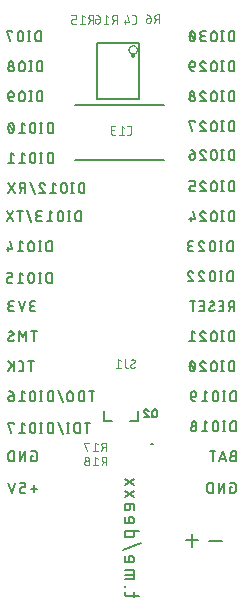
<source format=gbr>
G04 EAGLE Gerber RS-274X export*
G75*
%MOMM*%
%FSLAX34Y34*%
%LPD*%
%INSilkscreen Bottom*%
%IPPOS*%
%AMOC8*
5,1,8,0,0,1.08239X$1,22.5*%
G01*
%ADD10C,0.177800*%
%ADD11C,0.203200*%
%ADD12C,0.127000*%
%ADD13C,0.076200*%
%ADD14C,0.152400*%
%ADD15C,0.101600*%
%ADD16C,0.050800*%
%ADD17C,0.200000*%


D10*
X135826Y11459D02*
X135826Y15608D01*
X139975Y12842D02*
X129603Y12842D01*
X129515Y12844D01*
X129427Y12849D01*
X129340Y12859D01*
X129252Y12872D01*
X129166Y12889D01*
X129080Y12909D01*
X128996Y12933D01*
X128912Y12960D01*
X128830Y12992D01*
X128749Y13026D01*
X128669Y13064D01*
X128592Y13105D01*
X128516Y13150D01*
X128442Y13198D01*
X128370Y13249D01*
X128300Y13302D01*
X128233Y13359D01*
X128168Y13419D01*
X128106Y13481D01*
X128046Y13546D01*
X127989Y13613D01*
X127935Y13683D01*
X127885Y13755D01*
X127837Y13829D01*
X127792Y13905D01*
X127751Y13982D01*
X127713Y14062D01*
X127679Y14143D01*
X127647Y14225D01*
X127620Y14309D01*
X127596Y14393D01*
X127576Y14479D01*
X127559Y14566D01*
X127546Y14653D01*
X127536Y14740D01*
X127531Y14828D01*
X127529Y14916D01*
X127529Y15608D01*
X127529Y20148D02*
X128220Y20148D01*
X128220Y20839D01*
X127529Y20839D01*
X127529Y20148D01*
X127529Y26586D02*
X135826Y26586D01*
X135826Y32809D01*
X135824Y32897D01*
X135819Y32985D01*
X135809Y33072D01*
X135796Y33160D01*
X135779Y33246D01*
X135759Y33332D01*
X135735Y33416D01*
X135708Y33500D01*
X135676Y33582D01*
X135642Y33663D01*
X135604Y33743D01*
X135563Y33820D01*
X135518Y33896D01*
X135470Y33970D01*
X135419Y34042D01*
X135366Y34112D01*
X135309Y34179D01*
X135249Y34244D01*
X135187Y34306D01*
X135122Y34366D01*
X135055Y34423D01*
X134985Y34476D01*
X134913Y34527D01*
X134839Y34575D01*
X134763Y34620D01*
X134686Y34661D01*
X134606Y34699D01*
X134525Y34733D01*
X134443Y34765D01*
X134359Y34792D01*
X134275Y34816D01*
X134189Y34836D01*
X134103Y34853D01*
X134015Y34866D01*
X133928Y34876D01*
X133840Y34881D01*
X133752Y34883D01*
X127529Y34883D01*
X127529Y30735D02*
X135826Y30735D01*
X127529Y43271D02*
X127529Y46729D01*
X127529Y43271D02*
X127531Y43183D01*
X127536Y43095D01*
X127546Y43008D01*
X127559Y42920D01*
X127576Y42834D01*
X127596Y42748D01*
X127620Y42664D01*
X127647Y42580D01*
X127679Y42498D01*
X127713Y42417D01*
X127751Y42337D01*
X127792Y42260D01*
X127837Y42184D01*
X127885Y42110D01*
X127936Y42038D01*
X127989Y41968D01*
X128046Y41901D01*
X128106Y41836D01*
X128168Y41774D01*
X128233Y41714D01*
X128300Y41657D01*
X128370Y41604D01*
X128442Y41553D01*
X128516Y41505D01*
X128592Y41460D01*
X128669Y41419D01*
X128749Y41381D01*
X128830Y41347D01*
X128912Y41315D01*
X128996Y41288D01*
X129080Y41264D01*
X129166Y41244D01*
X129252Y41227D01*
X129340Y41214D01*
X129427Y41204D01*
X129515Y41199D01*
X129603Y41197D01*
X133061Y41197D01*
X133164Y41199D01*
X133268Y41205D01*
X133371Y41214D01*
X133473Y41228D01*
X133575Y41245D01*
X133676Y41266D01*
X133777Y41291D01*
X133876Y41320D01*
X133975Y41352D01*
X134072Y41388D01*
X134167Y41428D01*
X134261Y41471D01*
X134353Y41518D01*
X134444Y41568D01*
X134533Y41621D01*
X134619Y41678D01*
X134704Y41737D01*
X134786Y41800D01*
X134865Y41866D01*
X134942Y41935D01*
X135017Y42007D01*
X135089Y42082D01*
X135158Y42159D01*
X135224Y42238D01*
X135287Y42320D01*
X135346Y42405D01*
X135403Y42491D01*
X135456Y42580D01*
X135506Y42671D01*
X135553Y42763D01*
X135596Y42857D01*
X135636Y42952D01*
X135672Y43049D01*
X135704Y43148D01*
X135733Y43247D01*
X135758Y43348D01*
X135779Y43449D01*
X135796Y43551D01*
X135810Y43653D01*
X135819Y43756D01*
X135825Y43860D01*
X135827Y43963D01*
X135825Y44066D01*
X135819Y44170D01*
X135810Y44273D01*
X135796Y44375D01*
X135779Y44477D01*
X135758Y44578D01*
X135733Y44679D01*
X135704Y44778D01*
X135672Y44877D01*
X135636Y44974D01*
X135596Y45069D01*
X135553Y45163D01*
X135506Y45255D01*
X135456Y45346D01*
X135403Y45435D01*
X135346Y45521D01*
X135287Y45606D01*
X135224Y45688D01*
X135158Y45767D01*
X135089Y45844D01*
X135017Y45919D01*
X134942Y45991D01*
X134865Y46060D01*
X134786Y46126D01*
X134704Y46189D01*
X134619Y46248D01*
X134533Y46305D01*
X134444Y46358D01*
X134353Y46408D01*
X134261Y46455D01*
X134167Y46498D01*
X134072Y46538D01*
X133975Y46574D01*
X133876Y46606D01*
X133777Y46635D01*
X133676Y46660D01*
X133575Y46681D01*
X133473Y46698D01*
X133371Y46712D01*
X133268Y46721D01*
X133164Y46727D01*
X133061Y46729D01*
X131678Y46729D01*
X131678Y41197D01*
X126146Y51865D02*
X141358Y57397D01*
X139975Y67980D02*
X127529Y67980D01*
X127529Y64523D01*
X127531Y64435D01*
X127536Y64347D01*
X127546Y64260D01*
X127559Y64172D01*
X127576Y64086D01*
X127596Y64000D01*
X127620Y63916D01*
X127647Y63832D01*
X127679Y63750D01*
X127713Y63669D01*
X127751Y63589D01*
X127792Y63512D01*
X127837Y63436D01*
X127885Y63362D01*
X127936Y63290D01*
X127989Y63220D01*
X128046Y63153D01*
X128106Y63088D01*
X128168Y63026D01*
X128233Y62966D01*
X128300Y62909D01*
X128370Y62856D01*
X128442Y62805D01*
X128516Y62757D01*
X128592Y62712D01*
X128669Y62671D01*
X128749Y62633D01*
X128830Y62599D01*
X128912Y62567D01*
X128996Y62540D01*
X129080Y62516D01*
X129166Y62496D01*
X129252Y62479D01*
X129340Y62466D01*
X129427Y62456D01*
X129515Y62451D01*
X129603Y62449D01*
X133752Y62449D01*
X133840Y62451D01*
X133928Y62456D01*
X134015Y62466D01*
X134103Y62479D01*
X134189Y62496D01*
X134275Y62516D01*
X134359Y62540D01*
X134443Y62567D01*
X134525Y62599D01*
X134606Y62633D01*
X134686Y62671D01*
X134763Y62712D01*
X134839Y62757D01*
X134913Y62805D01*
X134985Y62856D01*
X135055Y62909D01*
X135122Y62966D01*
X135187Y63026D01*
X135249Y63088D01*
X135309Y63153D01*
X135366Y63220D01*
X135419Y63290D01*
X135470Y63362D01*
X135518Y63436D01*
X135563Y63512D01*
X135604Y63589D01*
X135642Y63669D01*
X135676Y63750D01*
X135708Y63832D01*
X135735Y63916D01*
X135759Y64000D01*
X135779Y64086D01*
X135796Y64172D01*
X135809Y64260D01*
X135819Y64347D01*
X135824Y64435D01*
X135826Y64523D01*
X135826Y67980D01*
X127529Y76129D02*
X127529Y79586D01*
X127529Y76129D02*
X127531Y76041D01*
X127536Y75953D01*
X127546Y75866D01*
X127559Y75778D01*
X127576Y75692D01*
X127596Y75606D01*
X127620Y75522D01*
X127647Y75438D01*
X127679Y75356D01*
X127713Y75275D01*
X127751Y75195D01*
X127792Y75118D01*
X127837Y75042D01*
X127885Y74968D01*
X127936Y74896D01*
X127989Y74826D01*
X128046Y74759D01*
X128106Y74694D01*
X128168Y74632D01*
X128233Y74572D01*
X128300Y74515D01*
X128370Y74462D01*
X128442Y74411D01*
X128516Y74363D01*
X128592Y74318D01*
X128669Y74277D01*
X128749Y74239D01*
X128830Y74205D01*
X128912Y74173D01*
X128996Y74146D01*
X129080Y74122D01*
X129166Y74102D01*
X129252Y74085D01*
X129340Y74072D01*
X129427Y74062D01*
X129515Y74057D01*
X129603Y74055D01*
X133061Y74055D01*
X133061Y74054D02*
X133164Y74056D01*
X133268Y74062D01*
X133371Y74071D01*
X133473Y74085D01*
X133575Y74102D01*
X133676Y74123D01*
X133777Y74148D01*
X133876Y74177D01*
X133975Y74209D01*
X134072Y74245D01*
X134167Y74285D01*
X134261Y74328D01*
X134353Y74375D01*
X134444Y74425D01*
X134533Y74478D01*
X134619Y74535D01*
X134704Y74594D01*
X134786Y74657D01*
X134865Y74723D01*
X134942Y74792D01*
X135017Y74864D01*
X135089Y74939D01*
X135158Y75016D01*
X135224Y75095D01*
X135287Y75177D01*
X135346Y75262D01*
X135403Y75348D01*
X135456Y75437D01*
X135506Y75528D01*
X135553Y75620D01*
X135596Y75714D01*
X135636Y75809D01*
X135672Y75906D01*
X135704Y76005D01*
X135733Y76104D01*
X135758Y76205D01*
X135779Y76306D01*
X135796Y76408D01*
X135810Y76510D01*
X135819Y76613D01*
X135825Y76717D01*
X135827Y76820D01*
X135825Y76923D01*
X135819Y77027D01*
X135810Y77130D01*
X135796Y77232D01*
X135779Y77334D01*
X135758Y77435D01*
X135733Y77536D01*
X135704Y77635D01*
X135672Y77734D01*
X135636Y77831D01*
X135596Y77926D01*
X135553Y78020D01*
X135506Y78112D01*
X135456Y78203D01*
X135403Y78292D01*
X135346Y78378D01*
X135287Y78463D01*
X135224Y78545D01*
X135158Y78624D01*
X135089Y78701D01*
X135017Y78776D01*
X134942Y78848D01*
X134865Y78917D01*
X134786Y78983D01*
X134704Y79046D01*
X134619Y79105D01*
X134533Y79162D01*
X134444Y79215D01*
X134353Y79265D01*
X134261Y79312D01*
X134167Y79355D01*
X134072Y79395D01*
X133975Y79431D01*
X133876Y79463D01*
X133777Y79492D01*
X133676Y79517D01*
X133575Y79538D01*
X133473Y79555D01*
X133371Y79569D01*
X133268Y79578D01*
X133164Y79584D01*
X133061Y79586D01*
X131678Y79586D01*
X131678Y74055D01*
X132369Y87485D02*
X132369Y90596D01*
X132369Y87485D02*
X132367Y87388D01*
X132361Y87290D01*
X132351Y87193D01*
X132338Y87097D01*
X132320Y87001D01*
X132299Y86906D01*
X132273Y86812D01*
X132244Y86719D01*
X132212Y86627D01*
X132175Y86536D01*
X132135Y86448D01*
X132092Y86360D01*
X132045Y86275D01*
X131994Y86192D01*
X131941Y86110D01*
X131884Y86031D01*
X131824Y85954D01*
X131760Y85880D01*
X131694Y85809D01*
X131625Y85740D01*
X131554Y85674D01*
X131480Y85610D01*
X131403Y85550D01*
X131324Y85493D01*
X131242Y85440D01*
X131159Y85389D01*
X131074Y85342D01*
X130986Y85299D01*
X130898Y85259D01*
X130807Y85222D01*
X130715Y85190D01*
X130622Y85161D01*
X130528Y85135D01*
X130433Y85114D01*
X130337Y85096D01*
X130241Y85083D01*
X130144Y85073D01*
X130046Y85067D01*
X129949Y85065D01*
X129852Y85067D01*
X129754Y85073D01*
X129657Y85083D01*
X129561Y85096D01*
X129465Y85114D01*
X129370Y85135D01*
X129276Y85161D01*
X129183Y85190D01*
X129091Y85222D01*
X129000Y85259D01*
X128912Y85299D01*
X128824Y85342D01*
X128739Y85389D01*
X128656Y85440D01*
X128574Y85493D01*
X128495Y85550D01*
X128418Y85610D01*
X128344Y85674D01*
X128273Y85740D01*
X128204Y85809D01*
X128138Y85880D01*
X128074Y85954D01*
X128014Y86031D01*
X127957Y86110D01*
X127904Y86192D01*
X127853Y86275D01*
X127806Y86360D01*
X127763Y86448D01*
X127723Y86536D01*
X127686Y86627D01*
X127654Y86719D01*
X127625Y86812D01*
X127599Y86906D01*
X127578Y87001D01*
X127560Y87097D01*
X127547Y87193D01*
X127537Y87290D01*
X127531Y87388D01*
X127529Y87485D01*
X127529Y90596D01*
X133752Y90596D01*
X133840Y90594D01*
X133928Y90589D01*
X134015Y90579D01*
X134103Y90566D01*
X134189Y90549D01*
X134275Y90529D01*
X134359Y90505D01*
X134443Y90478D01*
X134525Y90446D01*
X134606Y90412D01*
X134686Y90374D01*
X134763Y90333D01*
X134839Y90288D01*
X134913Y90240D01*
X134985Y90189D01*
X135055Y90136D01*
X135122Y90079D01*
X135187Y90019D01*
X135249Y89957D01*
X135309Y89892D01*
X135366Y89825D01*
X135419Y89755D01*
X135470Y89683D01*
X135518Y89609D01*
X135563Y89533D01*
X135604Y89456D01*
X135642Y89376D01*
X135676Y89295D01*
X135708Y89213D01*
X135735Y89129D01*
X135759Y89045D01*
X135779Y88959D01*
X135796Y88873D01*
X135809Y88785D01*
X135819Y88698D01*
X135824Y88610D01*
X135826Y88522D01*
X135826Y85756D01*
X127529Y96244D02*
X135826Y101776D01*
X135826Y96244D02*
X127529Y101776D01*
X127529Y106485D02*
X135826Y112017D01*
X135826Y106485D02*
X127529Y112017D01*
X56588Y482364D02*
X56588Y490746D01*
X54260Y490746D01*
X54164Y490744D01*
X54068Y490738D01*
X53972Y490728D01*
X53877Y490714D01*
X53782Y490696D01*
X53689Y490675D01*
X53596Y490649D01*
X53504Y490620D01*
X53414Y490587D01*
X53325Y490550D01*
X53238Y490509D01*
X53152Y490465D01*
X53068Y490418D01*
X52987Y490367D01*
X52907Y490313D01*
X52830Y490255D01*
X52755Y490194D01*
X52683Y490131D01*
X52614Y490064D01*
X52547Y489995D01*
X52484Y489923D01*
X52423Y489848D01*
X52365Y489771D01*
X52311Y489691D01*
X52260Y489610D01*
X52213Y489526D01*
X52169Y489440D01*
X52128Y489353D01*
X52091Y489264D01*
X52058Y489174D01*
X52029Y489082D01*
X52003Y488990D01*
X51982Y488896D01*
X51964Y488801D01*
X51950Y488706D01*
X51940Y488610D01*
X51934Y488514D01*
X51932Y488418D01*
X51932Y484692D01*
X51934Y484598D01*
X51940Y484505D01*
X51949Y484411D01*
X51962Y484319D01*
X51979Y484226D01*
X52000Y484135D01*
X52024Y484044D01*
X52052Y483955D01*
X52083Y483866D01*
X52118Y483779D01*
X52157Y483694D01*
X52199Y483610D01*
X52244Y483528D01*
X52292Y483448D01*
X52344Y483370D01*
X52399Y483293D01*
X52457Y483220D01*
X52517Y483148D01*
X52581Y483079D01*
X52647Y483013D01*
X52716Y482949D01*
X52788Y482889D01*
X52861Y482831D01*
X52938Y482776D01*
X53016Y482724D01*
X53096Y482676D01*
X53178Y482631D01*
X53262Y482589D01*
X53348Y482550D01*
X53435Y482515D01*
X53523Y482484D01*
X53612Y482456D01*
X53703Y482432D01*
X53794Y482411D01*
X53887Y482394D01*
X53979Y482381D01*
X54073Y482372D01*
X54166Y482366D01*
X54260Y482364D01*
X56588Y482364D01*
X46640Y482364D02*
X46640Y490746D01*
X47571Y482364D02*
X45709Y482364D01*
X45709Y490746D02*
X47571Y490746D01*
X41653Y488418D02*
X41653Y484692D01*
X41653Y488418D02*
X41651Y488513D01*
X41645Y488608D01*
X41636Y488702D01*
X41622Y488796D01*
X41605Y488890D01*
X41584Y488982D01*
X41559Y489074D01*
X41530Y489164D01*
X41498Y489254D01*
X41462Y489342D01*
X41422Y489428D01*
X41380Y489513D01*
X41333Y489596D01*
X41283Y489677D01*
X41230Y489755D01*
X41174Y489832D01*
X41115Y489906D01*
X41053Y489978D01*
X40988Y490047D01*
X40920Y490114D01*
X40850Y490177D01*
X40776Y490238D01*
X40701Y490296D01*
X40623Y490350D01*
X40543Y490402D01*
X40461Y490450D01*
X40378Y490494D01*
X40292Y490536D01*
X40205Y490573D01*
X40116Y490607D01*
X40026Y490638D01*
X39935Y490665D01*
X39843Y490688D01*
X39750Y490707D01*
X39656Y490722D01*
X39562Y490734D01*
X39467Y490742D01*
X39372Y490746D01*
X39278Y490746D01*
X39183Y490742D01*
X39088Y490734D01*
X38994Y490722D01*
X38900Y490707D01*
X38807Y490688D01*
X38715Y490665D01*
X38624Y490638D01*
X38534Y490607D01*
X38445Y490573D01*
X38358Y490536D01*
X38272Y490494D01*
X38189Y490450D01*
X38107Y490402D01*
X38027Y490350D01*
X37949Y490296D01*
X37874Y490238D01*
X37800Y490177D01*
X37730Y490114D01*
X37662Y490047D01*
X37597Y489978D01*
X37535Y489906D01*
X37476Y489832D01*
X37420Y489755D01*
X37367Y489677D01*
X37317Y489596D01*
X37270Y489513D01*
X37228Y489428D01*
X37188Y489342D01*
X37152Y489254D01*
X37120Y489164D01*
X37091Y489074D01*
X37066Y488982D01*
X37045Y488890D01*
X37028Y488796D01*
X37014Y488702D01*
X37005Y488608D01*
X36999Y488513D01*
X36997Y488418D01*
X36997Y484692D01*
X36999Y484597D01*
X37005Y484502D01*
X37014Y484408D01*
X37028Y484314D01*
X37045Y484220D01*
X37066Y484128D01*
X37091Y484036D01*
X37120Y483946D01*
X37152Y483856D01*
X37188Y483768D01*
X37228Y483682D01*
X37270Y483597D01*
X37317Y483514D01*
X37367Y483433D01*
X37420Y483355D01*
X37476Y483278D01*
X37535Y483204D01*
X37597Y483132D01*
X37662Y483063D01*
X37730Y482996D01*
X37800Y482933D01*
X37874Y482872D01*
X37949Y482814D01*
X38027Y482760D01*
X38107Y482708D01*
X38189Y482660D01*
X38272Y482616D01*
X38358Y482574D01*
X38445Y482537D01*
X38534Y482503D01*
X38624Y482472D01*
X38715Y482445D01*
X38807Y482422D01*
X38900Y482403D01*
X38994Y482388D01*
X39088Y482376D01*
X39183Y482368D01*
X39278Y482364D01*
X39372Y482364D01*
X39467Y482368D01*
X39562Y482376D01*
X39656Y482388D01*
X39750Y482403D01*
X39843Y482422D01*
X39935Y482445D01*
X40026Y482472D01*
X40116Y482503D01*
X40205Y482537D01*
X40292Y482574D01*
X40378Y482616D01*
X40461Y482660D01*
X40543Y482708D01*
X40623Y482760D01*
X40701Y482814D01*
X40776Y482872D01*
X40850Y482933D01*
X40920Y482996D01*
X40988Y483063D01*
X41053Y483132D01*
X41115Y483204D01*
X41174Y483278D01*
X41230Y483355D01*
X41283Y483433D01*
X41333Y483514D01*
X41380Y483597D01*
X41422Y483682D01*
X41462Y483768D01*
X41498Y483856D01*
X41530Y483946D01*
X41559Y484036D01*
X41584Y484128D01*
X41605Y484220D01*
X41622Y484314D01*
X41636Y484408D01*
X41645Y484502D01*
X41651Y484597D01*
X41653Y484692D01*
X32509Y489815D02*
X32509Y490746D01*
X27853Y490746D01*
X30181Y482364D01*
X57858Y465346D02*
X57858Y456964D01*
X57858Y465346D02*
X55530Y465346D01*
X55434Y465344D01*
X55338Y465338D01*
X55242Y465328D01*
X55147Y465314D01*
X55052Y465296D01*
X54959Y465275D01*
X54866Y465249D01*
X54774Y465220D01*
X54684Y465187D01*
X54595Y465150D01*
X54508Y465109D01*
X54422Y465065D01*
X54338Y465018D01*
X54257Y464967D01*
X54177Y464913D01*
X54100Y464855D01*
X54025Y464794D01*
X53953Y464731D01*
X53884Y464664D01*
X53817Y464595D01*
X53754Y464523D01*
X53693Y464448D01*
X53635Y464371D01*
X53581Y464291D01*
X53530Y464210D01*
X53483Y464126D01*
X53439Y464040D01*
X53398Y463953D01*
X53361Y463864D01*
X53328Y463774D01*
X53299Y463682D01*
X53273Y463590D01*
X53252Y463496D01*
X53234Y463401D01*
X53220Y463306D01*
X53210Y463210D01*
X53204Y463114D01*
X53202Y463018D01*
X53202Y459292D01*
X53204Y459198D01*
X53210Y459105D01*
X53219Y459011D01*
X53232Y458919D01*
X53249Y458826D01*
X53270Y458735D01*
X53294Y458644D01*
X53322Y458555D01*
X53353Y458466D01*
X53388Y458379D01*
X53427Y458294D01*
X53469Y458210D01*
X53514Y458128D01*
X53562Y458048D01*
X53614Y457970D01*
X53669Y457893D01*
X53727Y457820D01*
X53787Y457748D01*
X53851Y457679D01*
X53917Y457613D01*
X53986Y457549D01*
X54058Y457489D01*
X54131Y457431D01*
X54208Y457376D01*
X54286Y457324D01*
X54366Y457276D01*
X54448Y457231D01*
X54532Y457189D01*
X54618Y457150D01*
X54705Y457115D01*
X54793Y457084D01*
X54882Y457056D01*
X54973Y457032D01*
X55064Y457011D01*
X55157Y456994D01*
X55249Y456981D01*
X55343Y456972D01*
X55436Y456966D01*
X55530Y456964D01*
X57858Y456964D01*
X47910Y456964D02*
X47910Y465346D01*
X48841Y456964D02*
X46979Y456964D01*
X46979Y465346D02*
X48841Y465346D01*
X42923Y463018D02*
X42923Y459292D01*
X42923Y463018D02*
X42921Y463113D01*
X42915Y463208D01*
X42906Y463302D01*
X42892Y463396D01*
X42875Y463490D01*
X42854Y463582D01*
X42829Y463674D01*
X42800Y463764D01*
X42768Y463854D01*
X42732Y463942D01*
X42692Y464028D01*
X42650Y464113D01*
X42603Y464196D01*
X42553Y464277D01*
X42500Y464355D01*
X42444Y464432D01*
X42385Y464506D01*
X42323Y464578D01*
X42258Y464647D01*
X42190Y464714D01*
X42120Y464777D01*
X42046Y464838D01*
X41971Y464896D01*
X41893Y464950D01*
X41813Y465002D01*
X41731Y465050D01*
X41648Y465094D01*
X41562Y465136D01*
X41475Y465173D01*
X41386Y465207D01*
X41296Y465238D01*
X41205Y465265D01*
X41113Y465288D01*
X41020Y465307D01*
X40926Y465322D01*
X40832Y465334D01*
X40737Y465342D01*
X40642Y465346D01*
X40548Y465346D01*
X40453Y465342D01*
X40358Y465334D01*
X40264Y465322D01*
X40170Y465307D01*
X40077Y465288D01*
X39985Y465265D01*
X39894Y465238D01*
X39804Y465207D01*
X39715Y465173D01*
X39628Y465136D01*
X39542Y465094D01*
X39459Y465050D01*
X39377Y465002D01*
X39297Y464950D01*
X39219Y464896D01*
X39144Y464838D01*
X39070Y464777D01*
X39000Y464714D01*
X38932Y464647D01*
X38867Y464578D01*
X38805Y464506D01*
X38746Y464432D01*
X38690Y464355D01*
X38637Y464277D01*
X38587Y464196D01*
X38540Y464113D01*
X38498Y464028D01*
X38458Y463942D01*
X38422Y463854D01*
X38390Y463764D01*
X38361Y463674D01*
X38336Y463582D01*
X38315Y463490D01*
X38298Y463396D01*
X38284Y463302D01*
X38275Y463208D01*
X38269Y463113D01*
X38267Y463018D01*
X38267Y459292D01*
X38269Y459197D01*
X38275Y459102D01*
X38284Y459008D01*
X38298Y458914D01*
X38315Y458820D01*
X38336Y458728D01*
X38361Y458636D01*
X38390Y458546D01*
X38422Y458456D01*
X38458Y458368D01*
X38498Y458282D01*
X38540Y458197D01*
X38587Y458114D01*
X38637Y458033D01*
X38690Y457955D01*
X38746Y457878D01*
X38805Y457804D01*
X38867Y457732D01*
X38932Y457663D01*
X39000Y457596D01*
X39070Y457533D01*
X39144Y457472D01*
X39219Y457414D01*
X39297Y457360D01*
X39377Y457308D01*
X39459Y457260D01*
X39542Y457216D01*
X39628Y457174D01*
X39715Y457137D01*
X39804Y457103D01*
X39894Y457072D01*
X39985Y457045D01*
X40077Y457022D01*
X40170Y457003D01*
X40264Y456988D01*
X40358Y456976D01*
X40453Y456968D01*
X40548Y456964D01*
X40642Y456964D01*
X40737Y456968D01*
X40832Y456976D01*
X40926Y456988D01*
X41020Y457003D01*
X41113Y457022D01*
X41205Y457045D01*
X41296Y457072D01*
X41386Y457103D01*
X41475Y457137D01*
X41562Y457174D01*
X41648Y457216D01*
X41731Y457260D01*
X41813Y457308D01*
X41893Y457360D01*
X41971Y457414D01*
X42046Y457472D01*
X42120Y457533D01*
X42190Y457596D01*
X42258Y457663D01*
X42323Y457732D01*
X42385Y457804D01*
X42444Y457878D01*
X42500Y457955D01*
X42553Y458033D01*
X42603Y458114D01*
X42650Y458197D01*
X42692Y458282D01*
X42732Y458368D01*
X42768Y458456D01*
X42800Y458546D01*
X42829Y458636D01*
X42854Y458728D01*
X42875Y458820D01*
X42892Y458914D01*
X42906Y459008D01*
X42915Y459102D01*
X42921Y459197D01*
X42923Y459292D01*
X33779Y459292D02*
X33777Y459387D01*
X33771Y459482D01*
X33762Y459576D01*
X33748Y459670D01*
X33731Y459764D01*
X33710Y459856D01*
X33685Y459948D01*
X33656Y460038D01*
X33624Y460128D01*
X33588Y460216D01*
X33548Y460302D01*
X33506Y460387D01*
X33459Y460470D01*
X33409Y460551D01*
X33356Y460629D01*
X33300Y460706D01*
X33241Y460780D01*
X33179Y460852D01*
X33114Y460921D01*
X33046Y460988D01*
X32976Y461051D01*
X32902Y461112D01*
X32827Y461170D01*
X32749Y461224D01*
X32669Y461276D01*
X32587Y461324D01*
X32504Y461368D01*
X32418Y461410D01*
X32331Y461447D01*
X32242Y461481D01*
X32152Y461512D01*
X32061Y461539D01*
X31969Y461562D01*
X31876Y461581D01*
X31782Y461596D01*
X31688Y461608D01*
X31593Y461616D01*
X31498Y461620D01*
X31404Y461620D01*
X31309Y461616D01*
X31214Y461608D01*
X31120Y461596D01*
X31026Y461581D01*
X30933Y461562D01*
X30841Y461539D01*
X30750Y461512D01*
X30660Y461481D01*
X30571Y461447D01*
X30484Y461410D01*
X30398Y461368D01*
X30315Y461324D01*
X30233Y461276D01*
X30153Y461224D01*
X30075Y461170D01*
X30000Y461112D01*
X29926Y461051D01*
X29856Y460988D01*
X29788Y460921D01*
X29723Y460852D01*
X29661Y460780D01*
X29602Y460706D01*
X29546Y460629D01*
X29493Y460551D01*
X29443Y460470D01*
X29396Y460387D01*
X29354Y460302D01*
X29314Y460216D01*
X29278Y460128D01*
X29246Y460038D01*
X29217Y459948D01*
X29192Y459856D01*
X29171Y459764D01*
X29154Y459670D01*
X29140Y459576D01*
X29131Y459482D01*
X29125Y459387D01*
X29123Y459292D01*
X29125Y459197D01*
X29131Y459102D01*
X29140Y459008D01*
X29154Y458914D01*
X29171Y458820D01*
X29192Y458728D01*
X29217Y458636D01*
X29246Y458546D01*
X29278Y458456D01*
X29314Y458368D01*
X29354Y458282D01*
X29396Y458197D01*
X29443Y458114D01*
X29493Y458033D01*
X29546Y457955D01*
X29602Y457878D01*
X29661Y457804D01*
X29723Y457732D01*
X29788Y457663D01*
X29856Y457596D01*
X29926Y457533D01*
X30000Y457472D01*
X30075Y457414D01*
X30153Y457360D01*
X30233Y457308D01*
X30315Y457260D01*
X30398Y457216D01*
X30484Y457174D01*
X30571Y457137D01*
X30660Y457103D01*
X30750Y457072D01*
X30841Y457045D01*
X30933Y457022D01*
X31026Y457003D01*
X31120Y456988D01*
X31214Y456976D01*
X31309Y456968D01*
X31404Y456964D01*
X31498Y456964D01*
X31593Y456968D01*
X31688Y456976D01*
X31782Y456988D01*
X31876Y457003D01*
X31969Y457022D01*
X32061Y457045D01*
X32152Y457072D01*
X32242Y457103D01*
X32331Y457137D01*
X32418Y457174D01*
X32504Y457216D01*
X32587Y457260D01*
X32669Y457308D01*
X32749Y457360D01*
X32827Y457414D01*
X32902Y457472D01*
X32976Y457533D01*
X33046Y457596D01*
X33114Y457663D01*
X33179Y457732D01*
X33241Y457804D01*
X33300Y457878D01*
X33356Y457955D01*
X33409Y458033D01*
X33459Y458114D01*
X33506Y458197D01*
X33548Y458282D01*
X33588Y458368D01*
X33624Y458456D01*
X33656Y458546D01*
X33685Y458636D01*
X33710Y458728D01*
X33731Y458820D01*
X33748Y458914D01*
X33762Y459008D01*
X33771Y459102D01*
X33777Y459197D01*
X33779Y459292D01*
X33314Y463483D02*
X33312Y463568D01*
X33306Y463652D01*
X33297Y463737D01*
X33283Y463820D01*
X33266Y463903D01*
X33245Y463986D01*
X33220Y464067D01*
X33192Y464147D01*
X33160Y464225D01*
X33124Y464302D01*
X33085Y464378D01*
X33043Y464451D01*
X32997Y464522D01*
X32948Y464592D01*
X32896Y464659D01*
X32841Y464723D01*
X32783Y464785D01*
X32723Y464845D01*
X32659Y464901D01*
X32594Y464955D01*
X32525Y465005D01*
X32455Y465052D01*
X32383Y465096D01*
X32308Y465137D01*
X32232Y465174D01*
X32154Y465208D01*
X32075Y465238D01*
X31994Y465265D01*
X31913Y465288D01*
X31830Y465307D01*
X31747Y465322D01*
X31663Y465334D01*
X31578Y465342D01*
X31493Y465346D01*
X31409Y465346D01*
X31324Y465342D01*
X31239Y465334D01*
X31155Y465322D01*
X31072Y465307D01*
X30989Y465288D01*
X30908Y465265D01*
X30827Y465238D01*
X30748Y465208D01*
X30670Y465174D01*
X30594Y465137D01*
X30520Y465096D01*
X30447Y465052D01*
X30377Y465005D01*
X30308Y464955D01*
X30243Y464901D01*
X30179Y464845D01*
X30119Y464785D01*
X30061Y464723D01*
X30006Y464659D01*
X29954Y464592D01*
X29905Y464522D01*
X29859Y464451D01*
X29817Y464378D01*
X29778Y464302D01*
X29742Y464225D01*
X29710Y464147D01*
X29682Y464067D01*
X29657Y463986D01*
X29636Y463903D01*
X29619Y463820D01*
X29605Y463737D01*
X29596Y463652D01*
X29590Y463568D01*
X29588Y463483D01*
X29590Y463398D01*
X29596Y463314D01*
X29605Y463229D01*
X29619Y463146D01*
X29636Y463063D01*
X29657Y462980D01*
X29682Y462899D01*
X29710Y462819D01*
X29742Y462741D01*
X29778Y462664D01*
X29817Y462588D01*
X29859Y462515D01*
X29905Y462444D01*
X29954Y462374D01*
X30006Y462307D01*
X30061Y462243D01*
X30119Y462181D01*
X30179Y462121D01*
X30243Y462065D01*
X30308Y462011D01*
X30377Y461961D01*
X30447Y461914D01*
X30519Y461870D01*
X30594Y461829D01*
X30670Y461792D01*
X30748Y461758D01*
X30827Y461728D01*
X30908Y461701D01*
X30989Y461678D01*
X31072Y461659D01*
X31155Y461644D01*
X31239Y461632D01*
X31324Y461624D01*
X31409Y461620D01*
X31493Y461620D01*
X31578Y461624D01*
X31663Y461632D01*
X31747Y461644D01*
X31830Y461659D01*
X31913Y461678D01*
X31994Y461701D01*
X32075Y461728D01*
X32154Y461758D01*
X32232Y461792D01*
X32308Y461829D01*
X32382Y461870D01*
X32455Y461914D01*
X32525Y461961D01*
X32594Y462011D01*
X32659Y462065D01*
X32723Y462121D01*
X32783Y462181D01*
X32841Y462243D01*
X32896Y462307D01*
X32948Y462374D01*
X32997Y462444D01*
X33043Y462515D01*
X33085Y462588D01*
X33124Y462664D01*
X33160Y462741D01*
X33192Y462819D01*
X33220Y462899D01*
X33245Y462980D01*
X33266Y463063D01*
X33283Y463146D01*
X33297Y463229D01*
X33306Y463314D01*
X33312Y463398D01*
X33314Y463483D01*
X57858Y439946D02*
X57858Y431564D01*
X57858Y439946D02*
X55530Y439946D01*
X55434Y439944D01*
X55338Y439938D01*
X55242Y439928D01*
X55147Y439914D01*
X55052Y439896D01*
X54959Y439875D01*
X54866Y439849D01*
X54774Y439820D01*
X54684Y439787D01*
X54595Y439750D01*
X54508Y439709D01*
X54422Y439665D01*
X54338Y439618D01*
X54257Y439567D01*
X54177Y439513D01*
X54100Y439455D01*
X54025Y439394D01*
X53953Y439331D01*
X53884Y439264D01*
X53817Y439195D01*
X53754Y439123D01*
X53693Y439048D01*
X53635Y438971D01*
X53581Y438891D01*
X53530Y438810D01*
X53483Y438726D01*
X53439Y438640D01*
X53398Y438553D01*
X53361Y438464D01*
X53328Y438374D01*
X53299Y438282D01*
X53273Y438190D01*
X53252Y438096D01*
X53234Y438001D01*
X53220Y437906D01*
X53210Y437810D01*
X53204Y437714D01*
X53202Y437618D01*
X53202Y433892D01*
X53204Y433798D01*
X53210Y433705D01*
X53219Y433611D01*
X53232Y433519D01*
X53249Y433426D01*
X53270Y433335D01*
X53294Y433244D01*
X53322Y433155D01*
X53353Y433066D01*
X53388Y432979D01*
X53427Y432894D01*
X53469Y432810D01*
X53514Y432728D01*
X53562Y432648D01*
X53614Y432570D01*
X53669Y432493D01*
X53727Y432420D01*
X53787Y432348D01*
X53851Y432279D01*
X53917Y432213D01*
X53986Y432149D01*
X54058Y432089D01*
X54131Y432031D01*
X54208Y431976D01*
X54286Y431924D01*
X54366Y431876D01*
X54448Y431831D01*
X54532Y431789D01*
X54618Y431750D01*
X54705Y431715D01*
X54793Y431684D01*
X54882Y431656D01*
X54973Y431632D01*
X55064Y431611D01*
X55157Y431594D01*
X55249Y431581D01*
X55343Y431572D01*
X55436Y431566D01*
X55530Y431564D01*
X57858Y431564D01*
X47910Y431564D02*
X47910Y439946D01*
X48841Y431564D02*
X46979Y431564D01*
X46979Y439946D02*
X48841Y439946D01*
X42923Y437618D02*
X42923Y433892D01*
X42923Y437618D02*
X42921Y437713D01*
X42915Y437808D01*
X42906Y437902D01*
X42892Y437996D01*
X42875Y438090D01*
X42854Y438182D01*
X42829Y438274D01*
X42800Y438364D01*
X42768Y438454D01*
X42732Y438542D01*
X42692Y438628D01*
X42650Y438713D01*
X42603Y438796D01*
X42553Y438877D01*
X42500Y438955D01*
X42444Y439032D01*
X42385Y439106D01*
X42323Y439178D01*
X42258Y439247D01*
X42190Y439314D01*
X42120Y439377D01*
X42046Y439438D01*
X41971Y439496D01*
X41893Y439550D01*
X41813Y439602D01*
X41731Y439650D01*
X41648Y439694D01*
X41562Y439736D01*
X41475Y439773D01*
X41386Y439807D01*
X41296Y439838D01*
X41205Y439865D01*
X41113Y439888D01*
X41020Y439907D01*
X40926Y439922D01*
X40832Y439934D01*
X40737Y439942D01*
X40642Y439946D01*
X40548Y439946D01*
X40453Y439942D01*
X40358Y439934D01*
X40264Y439922D01*
X40170Y439907D01*
X40077Y439888D01*
X39985Y439865D01*
X39894Y439838D01*
X39804Y439807D01*
X39715Y439773D01*
X39628Y439736D01*
X39542Y439694D01*
X39459Y439650D01*
X39377Y439602D01*
X39297Y439550D01*
X39219Y439496D01*
X39144Y439438D01*
X39070Y439377D01*
X39000Y439314D01*
X38932Y439247D01*
X38867Y439178D01*
X38805Y439106D01*
X38746Y439032D01*
X38690Y438955D01*
X38637Y438877D01*
X38587Y438796D01*
X38540Y438713D01*
X38498Y438628D01*
X38458Y438542D01*
X38422Y438454D01*
X38390Y438364D01*
X38361Y438274D01*
X38336Y438182D01*
X38315Y438090D01*
X38298Y437996D01*
X38284Y437902D01*
X38275Y437808D01*
X38269Y437713D01*
X38267Y437618D01*
X38267Y433892D01*
X38269Y433797D01*
X38275Y433702D01*
X38284Y433608D01*
X38298Y433514D01*
X38315Y433420D01*
X38336Y433328D01*
X38361Y433236D01*
X38390Y433146D01*
X38422Y433056D01*
X38458Y432968D01*
X38498Y432882D01*
X38540Y432797D01*
X38587Y432714D01*
X38637Y432633D01*
X38690Y432555D01*
X38746Y432478D01*
X38805Y432404D01*
X38867Y432332D01*
X38932Y432263D01*
X39000Y432196D01*
X39070Y432133D01*
X39144Y432072D01*
X39219Y432014D01*
X39297Y431960D01*
X39377Y431908D01*
X39459Y431860D01*
X39542Y431816D01*
X39628Y431774D01*
X39715Y431737D01*
X39804Y431703D01*
X39894Y431672D01*
X39985Y431645D01*
X40077Y431622D01*
X40170Y431603D01*
X40264Y431588D01*
X40358Y431576D01*
X40453Y431568D01*
X40548Y431564D01*
X40642Y431564D01*
X40737Y431568D01*
X40832Y431576D01*
X40926Y431588D01*
X41020Y431603D01*
X41113Y431622D01*
X41205Y431645D01*
X41296Y431672D01*
X41386Y431703D01*
X41475Y431737D01*
X41562Y431774D01*
X41648Y431816D01*
X41731Y431860D01*
X41813Y431908D01*
X41893Y431960D01*
X41971Y432014D01*
X42046Y432072D01*
X42120Y432133D01*
X42190Y432196D01*
X42258Y432263D01*
X42323Y432332D01*
X42385Y432404D01*
X42444Y432478D01*
X42500Y432555D01*
X42553Y432633D01*
X42603Y432714D01*
X42650Y432797D01*
X42692Y432882D01*
X42732Y432968D01*
X42768Y433056D01*
X42800Y433146D01*
X42829Y433236D01*
X42854Y433328D01*
X42875Y433420D01*
X42892Y433514D01*
X42906Y433608D01*
X42915Y433702D01*
X42921Y433797D01*
X42923Y433892D01*
X31917Y435289D02*
X29123Y435289D01*
X31917Y435289D02*
X32001Y435291D01*
X32084Y435297D01*
X32167Y435306D01*
X32250Y435319D01*
X32332Y435336D01*
X32413Y435356D01*
X32493Y435380D01*
X32572Y435408D01*
X32649Y435439D01*
X32725Y435473D01*
X32800Y435511D01*
X32873Y435553D01*
X32943Y435597D01*
X33012Y435645D01*
X33079Y435695D01*
X33143Y435749D01*
X33204Y435805D01*
X33264Y435865D01*
X33320Y435926D01*
X33374Y435990D01*
X33424Y436057D01*
X33472Y436126D01*
X33516Y436196D01*
X33558Y436269D01*
X33596Y436344D01*
X33630Y436420D01*
X33661Y436497D01*
X33689Y436576D01*
X33713Y436656D01*
X33733Y436737D01*
X33750Y436819D01*
X33763Y436902D01*
X33773Y436985D01*
X33778Y437068D01*
X33780Y437152D01*
X33779Y437152D02*
X33779Y437618D01*
X33777Y437713D01*
X33771Y437808D01*
X33762Y437902D01*
X33748Y437996D01*
X33731Y438090D01*
X33710Y438182D01*
X33685Y438274D01*
X33656Y438364D01*
X33624Y438454D01*
X33588Y438542D01*
X33548Y438628D01*
X33506Y438713D01*
X33459Y438796D01*
X33409Y438877D01*
X33356Y438955D01*
X33300Y439032D01*
X33241Y439106D01*
X33179Y439178D01*
X33114Y439247D01*
X33046Y439314D01*
X32976Y439377D01*
X32902Y439438D01*
X32827Y439496D01*
X32749Y439550D01*
X32669Y439602D01*
X32587Y439650D01*
X32504Y439694D01*
X32418Y439736D01*
X32331Y439773D01*
X32242Y439807D01*
X32152Y439838D01*
X32061Y439865D01*
X31969Y439888D01*
X31876Y439907D01*
X31782Y439922D01*
X31688Y439934D01*
X31593Y439942D01*
X31498Y439946D01*
X31404Y439946D01*
X31309Y439942D01*
X31214Y439934D01*
X31120Y439922D01*
X31026Y439907D01*
X30933Y439888D01*
X30841Y439865D01*
X30750Y439838D01*
X30660Y439807D01*
X30571Y439773D01*
X30484Y439736D01*
X30398Y439694D01*
X30315Y439650D01*
X30233Y439602D01*
X30153Y439550D01*
X30075Y439496D01*
X30000Y439438D01*
X29926Y439377D01*
X29856Y439314D01*
X29788Y439247D01*
X29723Y439178D01*
X29661Y439106D01*
X29602Y439032D01*
X29546Y438955D01*
X29493Y438877D01*
X29443Y438796D01*
X29396Y438713D01*
X29354Y438628D01*
X29314Y438542D01*
X29278Y438454D01*
X29246Y438364D01*
X29217Y438274D01*
X29192Y438182D01*
X29171Y438090D01*
X29154Y437996D01*
X29140Y437902D01*
X29131Y437808D01*
X29125Y437713D01*
X29123Y437618D01*
X29123Y435289D01*
X29125Y435170D01*
X29131Y435050D01*
X29140Y434931D01*
X29154Y434813D01*
X29171Y434694D01*
X29192Y434577D01*
X29216Y434460D01*
X29245Y434344D01*
X29277Y434229D01*
X29313Y434115D01*
X29352Y434003D01*
X29395Y433891D01*
X29442Y433781D01*
X29492Y433673D01*
X29545Y433566D01*
X29602Y433461D01*
X29663Y433358D01*
X29726Y433257D01*
X29793Y433158D01*
X29863Y433061D01*
X29936Y432966D01*
X30012Y432874D01*
X30090Y432785D01*
X30172Y432698D01*
X30257Y432613D01*
X30344Y432531D01*
X30433Y432453D01*
X30526Y432377D01*
X30620Y432304D01*
X30717Y432234D01*
X30816Y432167D01*
X30917Y432104D01*
X31020Y432043D01*
X31125Y431986D01*
X31232Y431933D01*
X31340Y431883D01*
X31450Y431836D01*
X31562Y431793D01*
X31674Y431754D01*
X31788Y431718D01*
X31903Y431686D01*
X32019Y431657D01*
X32136Y431633D01*
X32254Y431612D01*
X32372Y431595D01*
X32490Y431581D01*
X32609Y431572D01*
X32729Y431566D01*
X32848Y431564D01*
X67002Y413276D02*
X67002Y404894D01*
X67002Y413276D02*
X64674Y413276D01*
X64578Y413274D01*
X64482Y413268D01*
X64386Y413258D01*
X64291Y413244D01*
X64196Y413226D01*
X64103Y413205D01*
X64010Y413179D01*
X63918Y413150D01*
X63828Y413117D01*
X63739Y413080D01*
X63652Y413039D01*
X63566Y412995D01*
X63482Y412948D01*
X63401Y412897D01*
X63321Y412843D01*
X63244Y412785D01*
X63169Y412724D01*
X63097Y412661D01*
X63028Y412594D01*
X62961Y412525D01*
X62898Y412453D01*
X62837Y412378D01*
X62779Y412301D01*
X62725Y412221D01*
X62674Y412140D01*
X62627Y412056D01*
X62583Y411970D01*
X62542Y411883D01*
X62505Y411794D01*
X62472Y411704D01*
X62443Y411612D01*
X62417Y411520D01*
X62396Y411426D01*
X62378Y411331D01*
X62364Y411236D01*
X62354Y411140D01*
X62348Y411044D01*
X62346Y410948D01*
X62346Y407222D01*
X62348Y407128D01*
X62354Y407035D01*
X62363Y406941D01*
X62376Y406849D01*
X62393Y406756D01*
X62414Y406665D01*
X62438Y406574D01*
X62466Y406485D01*
X62497Y406396D01*
X62532Y406309D01*
X62571Y406224D01*
X62613Y406140D01*
X62658Y406058D01*
X62706Y405978D01*
X62758Y405900D01*
X62813Y405823D01*
X62871Y405750D01*
X62931Y405678D01*
X62995Y405609D01*
X63061Y405543D01*
X63130Y405479D01*
X63202Y405419D01*
X63275Y405361D01*
X63352Y405306D01*
X63430Y405254D01*
X63510Y405206D01*
X63592Y405161D01*
X63676Y405119D01*
X63762Y405080D01*
X63849Y405045D01*
X63937Y405014D01*
X64026Y404986D01*
X64117Y404962D01*
X64208Y404941D01*
X64301Y404924D01*
X64393Y404911D01*
X64487Y404902D01*
X64580Y404896D01*
X64674Y404894D01*
X67002Y404894D01*
X57054Y404894D02*
X57054Y413276D01*
X57985Y404894D02*
X56123Y404894D01*
X56123Y413276D02*
X57985Y413276D01*
X52067Y410948D02*
X52067Y407222D01*
X52067Y410948D02*
X52065Y411043D01*
X52059Y411138D01*
X52050Y411232D01*
X52036Y411326D01*
X52019Y411420D01*
X51998Y411512D01*
X51973Y411604D01*
X51944Y411694D01*
X51912Y411784D01*
X51876Y411872D01*
X51836Y411958D01*
X51794Y412043D01*
X51747Y412126D01*
X51697Y412207D01*
X51644Y412285D01*
X51588Y412362D01*
X51529Y412436D01*
X51467Y412508D01*
X51402Y412577D01*
X51334Y412644D01*
X51264Y412707D01*
X51190Y412768D01*
X51115Y412826D01*
X51037Y412880D01*
X50957Y412932D01*
X50875Y412980D01*
X50792Y413024D01*
X50706Y413066D01*
X50619Y413103D01*
X50530Y413137D01*
X50440Y413168D01*
X50349Y413195D01*
X50257Y413218D01*
X50164Y413237D01*
X50070Y413252D01*
X49976Y413264D01*
X49881Y413272D01*
X49786Y413276D01*
X49692Y413276D01*
X49597Y413272D01*
X49502Y413264D01*
X49408Y413252D01*
X49314Y413237D01*
X49221Y413218D01*
X49129Y413195D01*
X49038Y413168D01*
X48948Y413137D01*
X48859Y413103D01*
X48772Y413066D01*
X48686Y413024D01*
X48603Y412980D01*
X48521Y412932D01*
X48441Y412880D01*
X48363Y412826D01*
X48288Y412768D01*
X48214Y412707D01*
X48144Y412644D01*
X48076Y412577D01*
X48011Y412508D01*
X47949Y412436D01*
X47890Y412362D01*
X47834Y412285D01*
X47781Y412207D01*
X47731Y412126D01*
X47684Y412043D01*
X47642Y411958D01*
X47602Y411872D01*
X47566Y411784D01*
X47534Y411694D01*
X47505Y411604D01*
X47480Y411512D01*
X47459Y411420D01*
X47442Y411326D01*
X47428Y411232D01*
X47419Y411138D01*
X47413Y411043D01*
X47411Y410948D01*
X47411Y407222D01*
X47413Y407127D01*
X47419Y407032D01*
X47428Y406938D01*
X47442Y406844D01*
X47459Y406750D01*
X47480Y406658D01*
X47505Y406566D01*
X47534Y406476D01*
X47566Y406386D01*
X47602Y406298D01*
X47642Y406212D01*
X47684Y406127D01*
X47731Y406044D01*
X47781Y405963D01*
X47834Y405885D01*
X47890Y405808D01*
X47949Y405734D01*
X48011Y405662D01*
X48076Y405593D01*
X48144Y405526D01*
X48214Y405463D01*
X48288Y405402D01*
X48363Y405344D01*
X48441Y405290D01*
X48521Y405238D01*
X48603Y405190D01*
X48686Y405146D01*
X48772Y405104D01*
X48859Y405067D01*
X48948Y405033D01*
X49038Y405002D01*
X49129Y404975D01*
X49221Y404952D01*
X49314Y404933D01*
X49408Y404918D01*
X49502Y404906D01*
X49597Y404898D01*
X49692Y404894D01*
X49786Y404894D01*
X49881Y404898D01*
X49976Y404906D01*
X50070Y404918D01*
X50164Y404933D01*
X50257Y404952D01*
X50349Y404975D01*
X50440Y405002D01*
X50530Y405033D01*
X50619Y405067D01*
X50706Y405104D01*
X50792Y405146D01*
X50875Y405190D01*
X50957Y405238D01*
X51037Y405290D01*
X51115Y405344D01*
X51190Y405402D01*
X51264Y405463D01*
X51334Y405526D01*
X51402Y405593D01*
X51467Y405662D01*
X51529Y405734D01*
X51588Y405808D01*
X51644Y405885D01*
X51697Y405963D01*
X51747Y406044D01*
X51794Y406127D01*
X51836Y406212D01*
X51876Y406298D01*
X51912Y406386D01*
X51944Y406476D01*
X51973Y406566D01*
X51998Y406658D01*
X52019Y406750D01*
X52036Y406844D01*
X52050Y406938D01*
X52059Y407032D01*
X52065Y407127D01*
X52067Y407222D01*
X42923Y411413D02*
X40595Y413276D01*
X40595Y404894D01*
X42923Y404894D02*
X38267Y404894D01*
X33779Y409085D02*
X33777Y409250D01*
X33771Y409415D01*
X33761Y409579D01*
X33748Y409744D01*
X33730Y409908D01*
X33708Y410071D01*
X33683Y410234D01*
X33653Y410396D01*
X33620Y410558D01*
X33583Y410718D01*
X33542Y410878D01*
X33497Y411037D01*
X33449Y411194D01*
X33397Y411351D01*
X33341Y411506D01*
X33281Y411660D01*
X33218Y411812D01*
X33151Y411963D01*
X33081Y412112D01*
X33052Y412189D01*
X33020Y412265D01*
X32985Y412339D01*
X32945Y412411D01*
X32903Y412481D01*
X32857Y412549D01*
X32808Y412615D01*
X32755Y412679D01*
X32700Y412740D01*
X32642Y412798D01*
X32582Y412853D01*
X32518Y412906D01*
X32452Y412955D01*
X32384Y413001D01*
X32314Y413044D01*
X32242Y413084D01*
X32168Y413120D01*
X32093Y413152D01*
X32016Y413181D01*
X31938Y413206D01*
X31858Y413227D01*
X31778Y413245D01*
X31697Y413258D01*
X31615Y413268D01*
X31533Y413274D01*
X31451Y413276D01*
X31369Y413274D01*
X31287Y413268D01*
X31205Y413258D01*
X31124Y413245D01*
X31044Y413227D01*
X30964Y413206D01*
X30886Y413181D01*
X30809Y413152D01*
X30734Y413120D01*
X30660Y413084D01*
X30588Y413044D01*
X30518Y413001D01*
X30450Y412955D01*
X30384Y412906D01*
X30321Y412853D01*
X30260Y412798D01*
X30202Y412740D01*
X30147Y412679D01*
X30094Y412615D01*
X30045Y412549D01*
X29999Y412481D01*
X29957Y412411D01*
X29918Y412339D01*
X29882Y412265D01*
X29850Y412189D01*
X29821Y412112D01*
X29751Y411963D01*
X29684Y411812D01*
X29621Y411660D01*
X29561Y411506D01*
X29505Y411351D01*
X29453Y411194D01*
X29405Y411037D01*
X29360Y410878D01*
X29319Y410718D01*
X29282Y410558D01*
X29249Y410396D01*
X29219Y410234D01*
X29194Y410071D01*
X29172Y409908D01*
X29154Y409744D01*
X29141Y409579D01*
X29131Y409415D01*
X29125Y409250D01*
X29123Y409085D01*
X33780Y409085D02*
X33778Y408920D01*
X33772Y408755D01*
X33762Y408591D01*
X33749Y408426D01*
X33731Y408262D01*
X33709Y408099D01*
X33684Y407936D01*
X33654Y407774D01*
X33621Y407612D01*
X33584Y407451D01*
X33543Y407292D01*
X33498Y407133D01*
X33450Y406975D01*
X33398Y406819D01*
X33342Y406664D01*
X33282Y406510D01*
X33219Y406358D01*
X33152Y406207D01*
X33081Y406058D01*
X33052Y405981D01*
X33020Y405905D01*
X32984Y405831D01*
X32945Y405759D01*
X32903Y405689D01*
X32857Y405621D01*
X32808Y405555D01*
X32755Y405491D01*
X32700Y405430D01*
X32642Y405372D01*
X32582Y405317D01*
X32518Y405264D01*
X32452Y405215D01*
X32384Y405169D01*
X32314Y405126D01*
X32242Y405086D01*
X32168Y405050D01*
X32093Y405018D01*
X32016Y404989D01*
X31938Y404964D01*
X31858Y404943D01*
X31778Y404925D01*
X31697Y404912D01*
X31615Y404902D01*
X31533Y404896D01*
X31451Y404894D01*
X29821Y406058D02*
X29750Y406207D01*
X29683Y406358D01*
X29620Y406510D01*
X29560Y406664D01*
X29504Y406819D01*
X29452Y406975D01*
X29404Y407133D01*
X29359Y407292D01*
X29318Y407451D01*
X29281Y407612D01*
X29248Y407774D01*
X29218Y407936D01*
X29193Y408099D01*
X29171Y408262D01*
X29153Y408426D01*
X29140Y408591D01*
X29130Y408755D01*
X29124Y408920D01*
X29122Y409085D01*
X29821Y406058D02*
X29850Y405981D01*
X29882Y405905D01*
X29918Y405831D01*
X29957Y405759D01*
X29999Y405689D01*
X30045Y405621D01*
X30094Y405555D01*
X30147Y405491D01*
X30202Y405430D01*
X30260Y405372D01*
X30321Y405317D01*
X30384Y405264D01*
X30450Y405215D01*
X30518Y405169D01*
X30588Y405126D01*
X30660Y405086D01*
X30734Y405050D01*
X30809Y405018D01*
X30886Y404989D01*
X30964Y404964D01*
X31044Y404943D01*
X31124Y404925D01*
X31205Y404912D01*
X31287Y404902D01*
X31369Y404896D01*
X31451Y404894D01*
X33314Y406757D02*
X29588Y411413D01*
X67002Y387876D02*
X67002Y379494D01*
X67002Y387876D02*
X64674Y387876D01*
X64578Y387874D01*
X64482Y387868D01*
X64386Y387858D01*
X64291Y387844D01*
X64196Y387826D01*
X64103Y387805D01*
X64010Y387779D01*
X63918Y387750D01*
X63828Y387717D01*
X63739Y387680D01*
X63652Y387639D01*
X63566Y387595D01*
X63482Y387548D01*
X63401Y387497D01*
X63321Y387443D01*
X63244Y387385D01*
X63169Y387324D01*
X63097Y387261D01*
X63028Y387194D01*
X62961Y387125D01*
X62898Y387053D01*
X62837Y386978D01*
X62779Y386901D01*
X62725Y386821D01*
X62674Y386740D01*
X62627Y386656D01*
X62583Y386570D01*
X62542Y386483D01*
X62505Y386394D01*
X62472Y386304D01*
X62443Y386212D01*
X62417Y386120D01*
X62396Y386026D01*
X62378Y385931D01*
X62364Y385836D01*
X62354Y385740D01*
X62348Y385644D01*
X62346Y385548D01*
X62346Y381822D01*
X62348Y381728D01*
X62354Y381635D01*
X62363Y381541D01*
X62376Y381449D01*
X62393Y381356D01*
X62414Y381265D01*
X62438Y381174D01*
X62466Y381085D01*
X62497Y380996D01*
X62532Y380909D01*
X62571Y380824D01*
X62613Y380740D01*
X62658Y380658D01*
X62706Y380578D01*
X62758Y380500D01*
X62813Y380423D01*
X62871Y380350D01*
X62931Y380278D01*
X62995Y380209D01*
X63061Y380143D01*
X63130Y380079D01*
X63202Y380019D01*
X63275Y379961D01*
X63352Y379906D01*
X63430Y379854D01*
X63510Y379806D01*
X63592Y379761D01*
X63676Y379719D01*
X63762Y379680D01*
X63849Y379645D01*
X63937Y379614D01*
X64026Y379586D01*
X64117Y379562D01*
X64208Y379541D01*
X64301Y379524D01*
X64393Y379511D01*
X64487Y379502D01*
X64580Y379496D01*
X64674Y379494D01*
X67002Y379494D01*
X57054Y379494D02*
X57054Y387876D01*
X57985Y379494D02*
X56123Y379494D01*
X56123Y387876D02*
X57985Y387876D01*
X52067Y385548D02*
X52067Y381822D01*
X52067Y385548D02*
X52065Y385643D01*
X52059Y385738D01*
X52050Y385832D01*
X52036Y385926D01*
X52019Y386020D01*
X51998Y386112D01*
X51973Y386204D01*
X51944Y386294D01*
X51912Y386384D01*
X51876Y386472D01*
X51836Y386558D01*
X51794Y386643D01*
X51747Y386726D01*
X51697Y386807D01*
X51644Y386885D01*
X51588Y386962D01*
X51529Y387036D01*
X51467Y387108D01*
X51402Y387177D01*
X51334Y387244D01*
X51264Y387307D01*
X51190Y387368D01*
X51115Y387426D01*
X51037Y387480D01*
X50957Y387532D01*
X50875Y387580D01*
X50792Y387624D01*
X50706Y387666D01*
X50619Y387703D01*
X50530Y387737D01*
X50440Y387768D01*
X50349Y387795D01*
X50257Y387818D01*
X50164Y387837D01*
X50070Y387852D01*
X49976Y387864D01*
X49881Y387872D01*
X49786Y387876D01*
X49692Y387876D01*
X49597Y387872D01*
X49502Y387864D01*
X49408Y387852D01*
X49314Y387837D01*
X49221Y387818D01*
X49129Y387795D01*
X49038Y387768D01*
X48948Y387737D01*
X48859Y387703D01*
X48772Y387666D01*
X48686Y387624D01*
X48603Y387580D01*
X48521Y387532D01*
X48441Y387480D01*
X48363Y387426D01*
X48288Y387368D01*
X48214Y387307D01*
X48144Y387244D01*
X48076Y387177D01*
X48011Y387108D01*
X47949Y387036D01*
X47890Y386962D01*
X47834Y386885D01*
X47781Y386807D01*
X47731Y386726D01*
X47684Y386643D01*
X47642Y386558D01*
X47602Y386472D01*
X47566Y386384D01*
X47534Y386294D01*
X47505Y386204D01*
X47480Y386112D01*
X47459Y386020D01*
X47442Y385926D01*
X47428Y385832D01*
X47419Y385738D01*
X47413Y385643D01*
X47411Y385548D01*
X47411Y381822D01*
X47413Y381727D01*
X47419Y381632D01*
X47428Y381538D01*
X47442Y381444D01*
X47459Y381350D01*
X47480Y381258D01*
X47505Y381166D01*
X47534Y381076D01*
X47566Y380986D01*
X47602Y380898D01*
X47642Y380812D01*
X47684Y380727D01*
X47731Y380644D01*
X47781Y380563D01*
X47834Y380485D01*
X47890Y380408D01*
X47949Y380334D01*
X48011Y380262D01*
X48076Y380193D01*
X48144Y380126D01*
X48214Y380063D01*
X48288Y380002D01*
X48363Y379944D01*
X48441Y379890D01*
X48521Y379838D01*
X48603Y379790D01*
X48686Y379746D01*
X48772Y379704D01*
X48859Y379667D01*
X48948Y379633D01*
X49038Y379602D01*
X49129Y379575D01*
X49221Y379552D01*
X49314Y379533D01*
X49408Y379518D01*
X49502Y379506D01*
X49597Y379498D01*
X49692Y379494D01*
X49786Y379494D01*
X49881Y379498D01*
X49976Y379506D01*
X50070Y379518D01*
X50164Y379533D01*
X50257Y379552D01*
X50349Y379575D01*
X50440Y379602D01*
X50530Y379633D01*
X50619Y379667D01*
X50706Y379704D01*
X50792Y379746D01*
X50875Y379790D01*
X50957Y379838D01*
X51037Y379890D01*
X51115Y379944D01*
X51190Y380002D01*
X51264Y380063D01*
X51334Y380126D01*
X51402Y380193D01*
X51467Y380262D01*
X51529Y380334D01*
X51588Y380408D01*
X51644Y380485D01*
X51697Y380563D01*
X51747Y380644D01*
X51794Y380727D01*
X51836Y380812D01*
X51876Y380898D01*
X51912Y380986D01*
X51944Y381076D01*
X51973Y381166D01*
X51998Y381258D01*
X52019Y381350D01*
X52036Y381444D01*
X52050Y381538D01*
X52059Y381632D01*
X52065Y381727D01*
X52067Y381822D01*
X42923Y386013D02*
X40595Y387876D01*
X40595Y379494D01*
X42923Y379494D02*
X38267Y379494D01*
X33779Y386013D02*
X31451Y387876D01*
X31451Y379494D01*
X33779Y379494D02*
X29123Y379494D01*
X93376Y362476D02*
X93376Y354094D01*
X93376Y362476D02*
X91047Y362476D01*
X90951Y362474D01*
X90855Y362468D01*
X90759Y362458D01*
X90664Y362444D01*
X90569Y362426D01*
X90476Y362405D01*
X90383Y362379D01*
X90291Y362350D01*
X90201Y362317D01*
X90112Y362280D01*
X90025Y362239D01*
X89939Y362195D01*
X89855Y362148D01*
X89774Y362097D01*
X89694Y362043D01*
X89617Y361985D01*
X89542Y361924D01*
X89470Y361861D01*
X89401Y361794D01*
X89334Y361725D01*
X89271Y361653D01*
X89210Y361578D01*
X89152Y361501D01*
X89098Y361421D01*
X89047Y361340D01*
X89000Y361256D01*
X88956Y361170D01*
X88915Y361083D01*
X88878Y360994D01*
X88845Y360904D01*
X88816Y360812D01*
X88790Y360720D01*
X88769Y360626D01*
X88751Y360531D01*
X88737Y360436D01*
X88727Y360340D01*
X88721Y360244D01*
X88719Y360148D01*
X88719Y356422D01*
X88721Y356328D01*
X88727Y356235D01*
X88736Y356141D01*
X88749Y356049D01*
X88766Y355956D01*
X88787Y355865D01*
X88811Y355774D01*
X88839Y355685D01*
X88870Y355596D01*
X88905Y355509D01*
X88944Y355424D01*
X88986Y355340D01*
X89031Y355258D01*
X89079Y355178D01*
X89131Y355100D01*
X89186Y355023D01*
X89244Y354950D01*
X89304Y354878D01*
X89368Y354809D01*
X89434Y354743D01*
X89503Y354679D01*
X89575Y354619D01*
X89648Y354561D01*
X89725Y354506D01*
X89803Y354454D01*
X89883Y354406D01*
X89965Y354361D01*
X90049Y354319D01*
X90135Y354280D01*
X90222Y354245D01*
X90310Y354214D01*
X90399Y354186D01*
X90490Y354162D01*
X90581Y354141D01*
X90674Y354124D01*
X90766Y354111D01*
X90860Y354102D01*
X90953Y354096D01*
X91047Y354094D01*
X93376Y354094D01*
X83428Y354094D02*
X83428Y362476D01*
X84359Y354094D02*
X82496Y354094D01*
X82496Y362476D02*
X84359Y362476D01*
X78441Y360148D02*
X78441Y356422D01*
X78440Y360148D02*
X78438Y360243D01*
X78432Y360338D01*
X78423Y360432D01*
X78409Y360526D01*
X78392Y360620D01*
X78371Y360712D01*
X78346Y360804D01*
X78317Y360894D01*
X78285Y360984D01*
X78249Y361072D01*
X78209Y361158D01*
X78167Y361243D01*
X78120Y361326D01*
X78070Y361407D01*
X78017Y361485D01*
X77961Y361562D01*
X77902Y361636D01*
X77840Y361708D01*
X77775Y361777D01*
X77707Y361844D01*
X77637Y361907D01*
X77563Y361968D01*
X77488Y362026D01*
X77410Y362080D01*
X77330Y362132D01*
X77248Y362180D01*
X77165Y362224D01*
X77079Y362266D01*
X76992Y362303D01*
X76903Y362337D01*
X76813Y362368D01*
X76722Y362395D01*
X76630Y362418D01*
X76537Y362437D01*
X76443Y362452D01*
X76349Y362464D01*
X76254Y362472D01*
X76159Y362476D01*
X76065Y362476D01*
X75970Y362472D01*
X75875Y362464D01*
X75781Y362452D01*
X75687Y362437D01*
X75594Y362418D01*
X75502Y362395D01*
X75411Y362368D01*
X75321Y362337D01*
X75232Y362303D01*
X75145Y362266D01*
X75059Y362224D01*
X74976Y362180D01*
X74894Y362132D01*
X74814Y362080D01*
X74736Y362026D01*
X74661Y361968D01*
X74587Y361907D01*
X74517Y361844D01*
X74449Y361777D01*
X74384Y361708D01*
X74322Y361636D01*
X74263Y361562D01*
X74207Y361485D01*
X74154Y361407D01*
X74104Y361326D01*
X74057Y361243D01*
X74015Y361158D01*
X73975Y361072D01*
X73939Y360984D01*
X73907Y360894D01*
X73878Y360804D01*
X73853Y360712D01*
X73832Y360620D01*
X73815Y360526D01*
X73801Y360432D01*
X73792Y360338D01*
X73786Y360243D01*
X73784Y360148D01*
X73784Y356422D01*
X73786Y356327D01*
X73792Y356232D01*
X73801Y356138D01*
X73815Y356044D01*
X73832Y355950D01*
X73853Y355858D01*
X73878Y355766D01*
X73907Y355676D01*
X73939Y355586D01*
X73975Y355498D01*
X74015Y355412D01*
X74057Y355327D01*
X74104Y355244D01*
X74154Y355163D01*
X74207Y355085D01*
X74263Y355008D01*
X74322Y354934D01*
X74384Y354862D01*
X74449Y354793D01*
X74517Y354726D01*
X74587Y354663D01*
X74661Y354602D01*
X74736Y354544D01*
X74814Y354490D01*
X74894Y354438D01*
X74976Y354390D01*
X75059Y354346D01*
X75145Y354304D01*
X75232Y354267D01*
X75321Y354233D01*
X75411Y354202D01*
X75502Y354175D01*
X75594Y354152D01*
X75687Y354133D01*
X75781Y354118D01*
X75875Y354106D01*
X75970Y354098D01*
X76065Y354094D01*
X76159Y354094D01*
X76254Y354098D01*
X76349Y354106D01*
X76443Y354118D01*
X76537Y354133D01*
X76630Y354152D01*
X76722Y354175D01*
X76813Y354202D01*
X76903Y354233D01*
X76992Y354267D01*
X77079Y354304D01*
X77165Y354346D01*
X77248Y354390D01*
X77330Y354438D01*
X77410Y354490D01*
X77488Y354544D01*
X77563Y354602D01*
X77637Y354663D01*
X77707Y354726D01*
X77775Y354793D01*
X77840Y354862D01*
X77902Y354934D01*
X77961Y355008D01*
X78017Y355085D01*
X78070Y355163D01*
X78120Y355244D01*
X78167Y355327D01*
X78209Y355412D01*
X78249Y355498D01*
X78285Y355586D01*
X78317Y355676D01*
X78346Y355766D01*
X78371Y355858D01*
X78392Y355950D01*
X78409Y356044D01*
X78423Y356138D01*
X78432Y356232D01*
X78438Y356327D01*
X78440Y356422D01*
X69297Y360613D02*
X66968Y362476D01*
X66968Y354094D01*
X64640Y354094D02*
X69297Y354094D01*
X57592Y362476D02*
X57503Y362474D01*
X57414Y362468D01*
X57326Y362459D01*
X57238Y362446D01*
X57150Y362429D01*
X57064Y362408D01*
X56978Y362384D01*
X56894Y362356D01*
X56810Y362325D01*
X56729Y362290D01*
X56648Y362252D01*
X56570Y362210D01*
X56493Y362165D01*
X56418Y362117D01*
X56346Y362065D01*
X56275Y362011D01*
X56207Y361953D01*
X56142Y361893D01*
X56079Y361830D01*
X56019Y361765D01*
X55961Y361697D01*
X55907Y361626D01*
X55855Y361554D01*
X55807Y361479D01*
X55762Y361402D01*
X55720Y361324D01*
X55682Y361243D01*
X55647Y361162D01*
X55616Y361078D01*
X55588Y360994D01*
X55564Y360908D01*
X55543Y360822D01*
X55526Y360734D01*
X55513Y360646D01*
X55504Y360558D01*
X55498Y360469D01*
X55496Y360380D01*
X57592Y362476D02*
X57695Y362474D01*
X57797Y362468D01*
X57899Y362458D01*
X58001Y362445D01*
X58102Y362427D01*
X58202Y362406D01*
X58302Y362381D01*
X58400Y362352D01*
X58497Y362319D01*
X58593Y362283D01*
X58688Y362243D01*
X58781Y362199D01*
X58872Y362152D01*
X58961Y362102D01*
X59048Y362048D01*
X59134Y361991D01*
X59217Y361931D01*
X59297Y361867D01*
X59375Y361801D01*
X59451Y361731D01*
X59524Y361659D01*
X59594Y361584D01*
X59661Y361506D01*
X59725Y361426D01*
X59786Y361344D01*
X59844Y361259D01*
X59898Y361172D01*
X59950Y361083D01*
X59997Y360993D01*
X60042Y360900D01*
X60082Y360806D01*
X60120Y360710D01*
X60153Y360613D01*
X56195Y358750D02*
X56130Y358814D01*
X56068Y358881D01*
X56008Y358950D01*
X55952Y359022D01*
X55899Y359095D01*
X55848Y359171D01*
X55801Y359249D01*
X55757Y359329D01*
X55716Y359410D01*
X55678Y359493D01*
X55644Y359578D01*
X55613Y359664D01*
X55586Y359751D01*
X55562Y359839D01*
X55542Y359927D01*
X55525Y360017D01*
X55513Y360107D01*
X55503Y360198D01*
X55498Y360289D01*
X55496Y360380D01*
X56195Y358751D02*
X60153Y354094D01*
X55496Y354094D01*
X51458Y353163D02*
X47732Y363407D01*
X43295Y362476D02*
X43295Y354094D01*
X43295Y362476D02*
X40967Y362476D01*
X40872Y362474D01*
X40777Y362468D01*
X40683Y362459D01*
X40589Y362445D01*
X40495Y362428D01*
X40403Y362407D01*
X40311Y362382D01*
X40221Y362353D01*
X40131Y362321D01*
X40043Y362285D01*
X39957Y362245D01*
X39872Y362203D01*
X39789Y362156D01*
X39708Y362106D01*
X39630Y362053D01*
X39553Y361997D01*
X39479Y361938D01*
X39407Y361876D01*
X39338Y361811D01*
X39271Y361743D01*
X39208Y361673D01*
X39147Y361599D01*
X39089Y361524D01*
X39035Y361446D01*
X38983Y361366D01*
X38935Y361284D01*
X38891Y361201D01*
X38849Y361115D01*
X38812Y361028D01*
X38778Y360939D01*
X38747Y360849D01*
X38720Y360758D01*
X38697Y360666D01*
X38678Y360573D01*
X38663Y360479D01*
X38651Y360385D01*
X38643Y360290D01*
X38639Y360195D01*
X38639Y360101D01*
X38643Y360006D01*
X38651Y359911D01*
X38663Y359817D01*
X38678Y359723D01*
X38697Y359630D01*
X38720Y359538D01*
X38747Y359447D01*
X38778Y359357D01*
X38812Y359268D01*
X38849Y359181D01*
X38891Y359095D01*
X38935Y359012D01*
X38983Y358930D01*
X39035Y358850D01*
X39089Y358772D01*
X39147Y358697D01*
X39208Y358623D01*
X39271Y358553D01*
X39338Y358485D01*
X39407Y358420D01*
X39479Y358358D01*
X39553Y358299D01*
X39630Y358243D01*
X39708Y358190D01*
X39789Y358140D01*
X39872Y358093D01*
X39957Y358051D01*
X40043Y358011D01*
X40131Y357975D01*
X40221Y357943D01*
X40311Y357914D01*
X40403Y357889D01*
X40495Y357868D01*
X40589Y357851D01*
X40683Y357837D01*
X40777Y357828D01*
X40872Y357822D01*
X40967Y357820D01*
X40967Y357819D02*
X43295Y357819D01*
X40501Y357819D02*
X38638Y354094D01*
X34711Y354094D02*
X29123Y362476D01*
X34711Y362476D02*
X29123Y354094D01*
X90582Y338346D02*
X90582Y329964D01*
X90582Y338346D02*
X88254Y338346D01*
X88158Y338344D01*
X88062Y338338D01*
X87966Y338328D01*
X87871Y338314D01*
X87776Y338296D01*
X87683Y338275D01*
X87590Y338249D01*
X87498Y338220D01*
X87408Y338187D01*
X87319Y338150D01*
X87232Y338109D01*
X87146Y338065D01*
X87062Y338018D01*
X86981Y337967D01*
X86901Y337913D01*
X86824Y337855D01*
X86749Y337794D01*
X86677Y337731D01*
X86608Y337664D01*
X86541Y337595D01*
X86478Y337523D01*
X86417Y337448D01*
X86359Y337371D01*
X86305Y337291D01*
X86254Y337210D01*
X86207Y337126D01*
X86163Y337040D01*
X86122Y336953D01*
X86085Y336864D01*
X86052Y336774D01*
X86023Y336682D01*
X85997Y336590D01*
X85976Y336496D01*
X85958Y336401D01*
X85944Y336306D01*
X85934Y336210D01*
X85928Y336114D01*
X85926Y336018D01*
X85925Y336018D02*
X85925Y332292D01*
X85927Y332198D01*
X85933Y332105D01*
X85942Y332011D01*
X85955Y331919D01*
X85972Y331826D01*
X85993Y331735D01*
X86017Y331644D01*
X86045Y331555D01*
X86076Y331466D01*
X86111Y331379D01*
X86150Y331294D01*
X86192Y331210D01*
X86237Y331128D01*
X86285Y331048D01*
X86337Y330970D01*
X86392Y330893D01*
X86450Y330820D01*
X86510Y330748D01*
X86574Y330679D01*
X86640Y330613D01*
X86709Y330549D01*
X86781Y330489D01*
X86854Y330431D01*
X86931Y330376D01*
X87009Y330324D01*
X87089Y330276D01*
X87171Y330231D01*
X87255Y330189D01*
X87341Y330150D01*
X87428Y330115D01*
X87516Y330084D01*
X87605Y330056D01*
X87696Y330032D01*
X87787Y330011D01*
X87880Y329994D01*
X87972Y329981D01*
X88066Y329972D01*
X88159Y329966D01*
X88253Y329964D01*
X88254Y329964D02*
X90582Y329964D01*
X80634Y329964D02*
X80634Y338346D01*
X81565Y329964D02*
X79702Y329964D01*
X79702Y338346D02*
X81565Y338346D01*
X75647Y336018D02*
X75647Y332292D01*
X75646Y336018D02*
X75644Y336113D01*
X75638Y336208D01*
X75629Y336302D01*
X75615Y336396D01*
X75598Y336490D01*
X75577Y336582D01*
X75552Y336674D01*
X75523Y336764D01*
X75491Y336854D01*
X75455Y336942D01*
X75415Y337028D01*
X75373Y337113D01*
X75326Y337196D01*
X75276Y337277D01*
X75223Y337355D01*
X75167Y337432D01*
X75108Y337506D01*
X75046Y337578D01*
X74981Y337647D01*
X74913Y337714D01*
X74843Y337777D01*
X74769Y337838D01*
X74694Y337896D01*
X74616Y337950D01*
X74536Y338002D01*
X74454Y338050D01*
X74371Y338094D01*
X74285Y338136D01*
X74198Y338173D01*
X74109Y338207D01*
X74019Y338238D01*
X73928Y338265D01*
X73836Y338288D01*
X73743Y338307D01*
X73649Y338322D01*
X73555Y338334D01*
X73460Y338342D01*
X73365Y338346D01*
X73271Y338346D01*
X73176Y338342D01*
X73081Y338334D01*
X72987Y338322D01*
X72893Y338307D01*
X72800Y338288D01*
X72708Y338265D01*
X72617Y338238D01*
X72527Y338207D01*
X72438Y338173D01*
X72351Y338136D01*
X72265Y338094D01*
X72182Y338050D01*
X72100Y338002D01*
X72020Y337950D01*
X71942Y337896D01*
X71867Y337838D01*
X71793Y337777D01*
X71723Y337714D01*
X71655Y337647D01*
X71590Y337578D01*
X71528Y337506D01*
X71469Y337432D01*
X71413Y337355D01*
X71360Y337277D01*
X71310Y337196D01*
X71263Y337113D01*
X71221Y337028D01*
X71181Y336942D01*
X71145Y336854D01*
X71113Y336764D01*
X71084Y336674D01*
X71059Y336582D01*
X71038Y336490D01*
X71021Y336396D01*
X71007Y336302D01*
X70998Y336208D01*
X70992Y336113D01*
X70990Y336018D01*
X70990Y332292D01*
X70992Y332197D01*
X70998Y332102D01*
X71007Y332008D01*
X71021Y331914D01*
X71038Y331820D01*
X71059Y331728D01*
X71084Y331636D01*
X71113Y331546D01*
X71145Y331456D01*
X71181Y331368D01*
X71221Y331282D01*
X71263Y331197D01*
X71310Y331114D01*
X71360Y331033D01*
X71413Y330955D01*
X71469Y330878D01*
X71528Y330804D01*
X71590Y330732D01*
X71655Y330663D01*
X71723Y330596D01*
X71793Y330533D01*
X71867Y330472D01*
X71942Y330414D01*
X72020Y330360D01*
X72100Y330308D01*
X72182Y330260D01*
X72265Y330216D01*
X72351Y330174D01*
X72438Y330137D01*
X72527Y330103D01*
X72617Y330072D01*
X72708Y330045D01*
X72800Y330022D01*
X72893Y330003D01*
X72987Y329988D01*
X73081Y329976D01*
X73176Y329968D01*
X73271Y329964D01*
X73365Y329964D01*
X73460Y329968D01*
X73555Y329976D01*
X73649Y329988D01*
X73743Y330003D01*
X73836Y330022D01*
X73928Y330045D01*
X74019Y330072D01*
X74109Y330103D01*
X74198Y330137D01*
X74285Y330174D01*
X74371Y330216D01*
X74454Y330260D01*
X74536Y330308D01*
X74616Y330360D01*
X74694Y330414D01*
X74769Y330472D01*
X74843Y330533D01*
X74913Y330596D01*
X74981Y330663D01*
X75046Y330732D01*
X75108Y330804D01*
X75167Y330878D01*
X75223Y330955D01*
X75276Y331033D01*
X75326Y331114D01*
X75373Y331197D01*
X75415Y331282D01*
X75455Y331368D01*
X75491Y331456D01*
X75523Y331546D01*
X75552Y331636D01*
X75577Y331728D01*
X75598Y331820D01*
X75615Y331914D01*
X75629Y332008D01*
X75638Y332102D01*
X75644Y332197D01*
X75646Y332292D01*
X66503Y336483D02*
X64174Y338346D01*
X64174Y329964D01*
X61846Y329964D02*
X66503Y329964D01*
X57359Y329964D02*
X55030Y329964D01*
X54935Y329966D01*
X54840Y329972D01*
X54746Y329981D01*
X54652Y329995D01*
X54558Y330012D01*
X54466Y330033D01*
X54374Y330058D01*
X54284Y330087D01*
X54194Y330119D01*
X54106Y330155D01*
X54020Y330195D01*
X53935Y330237D01*
X53852Y330284D01*
X53771Y330334D01*
X53693Y330387D01*
X53616Y330443D01*
X53542Y330502D01*
X53470Y330564D01*
X53401Y330629D01*
X53334Y330697D01*
X53271Y330767D01*
X53210Y330841D01*
X53152Y330916D01*
X53098Y330994D01*
X53046Y331074D01*
X52998Y331156D01*
X52954Y331239D01*
X52912Y331325D01*
X52875Y331412D01*
X52841Y331501D01*
X52810Y331591D01*
X52783Y331682D01*
X52760Y331774D01*
X52741Y331867D01*
X52726Y331961D01*
X52714Y332055D01*
X52706Y332150D01*
X52702Y332245D01*
X52702Y332339D01*
X52706Y332434D01*
X52714Y332529D01*
X52726Y332623D01*
X52741Y332717D01*
X52760Y332810D01*
X52783Y332902D01*
X52810Y332993D01*
X52841Y333083D01*
X52875Y333172D01*
X52912Y333259D01*
X52954Y333345D01*
X52998Y333428D01*
X53046Y333510D01*
X53098Y333590D01*
X53152Y333668D01*
X53210Y333743D01*
X53271Y333817D01*
X53334Y333887D01*
X53401Y333955D01*
X53470Y334020D01*
X53542Y334082D01*
X53616Y334141D01*
X53693Y334197D01*
X53771Y334250D01*
X53852Y334300D01*
X53935Y334347D01*
X54020Y334389D01*
X54106Y334429D01*
X54194Y334465D01*
X54284Y334497D01*
X54374Y334526D01*
X54466Y334551D01*
X54558Y334572D01*
X54652Y334589D01*
X54746Y334603D01*
X54840Y334612D01*
X54935Y334618D01*
X55030Y334620D01*
X54565Y338346D02*
X57359Y338346D01*
X54565Y338346D02*
X54480Y338344D01*
X54396Y338338D01*
X54311Y338329D01*
X54228Y338315D01*
X54145Y338298D01*
X54062Y338277D01*
X53981Y338252D01*
X53901Y338224D01*
X53823Y338192D01*
X53746Y338156D01*
X53670Y338117D01*
X53597Y338075D01*
X53526Y338029D01*
X53456Y337980D01*
X53389Y337928D01*
X53325Y337873D01*
X53263Y337815D01*
X53203Y337755D01*
X53147Y337691D01*
X53093Y337626D01*
X53043Y337557D01*
X52996Y337487D01*
X52952Y337415D01*
X52911Y337340D01*
X52874Y337264D01*
X52840Y337186D01*
X52810Y337107D01*
X52783Y337026D01*
X52760Y336945D01*
X52741Y336862D01*
X52726Y336779D01*
X52714Y336695D01*
X52706Y336610D01*
X52702Y336525D01*
X52702Y336441D01*
X52706Y336356D01*
X52714Y336271D01*
X52726Y336187D01*
X52741Y336104D01*
X52760Y336021D01*
X52783Y335940D01*
X52810Y335859D01*
X52840Y335780D01*
X52874Y335702D01*
X52911Y335626D01*
X52952Y335552D01*
X52996Y335479D01*
X53043Y335409D01*
X53093Y335340D01*
X53147Y335275D01*
X53203Y335211D01*
X53263Y335151D01*
X53325Y335093D01*
X53389Y335038D01*
X53456Y334986D01*
X53526Y334937D01*
X53597Y334891D01*
X53670Y334849D01*
X53746Y334810D01*
X53823Y334774D01*
X53901Y334742D01*
X53981Y334714D01*
X54062Y334689D01*
X54145Y334668D01*
X54228Y334651D01*
X54311Y334637D01*
X54396Y334628D01*
X54480Y334622D01*
X54565Y334620D01*
X54565Y334621D02*
X56427Y334621D01*
X48664Y329033D02*
X44938Y339277D01*
X39181Y338346D02*
X39181Y329964D01*
X41509Y338346D02*
X36853Y338346D01*
X27853Y338346D02*
X33441Y329964D01*
X27853Y329964D02*
X33441Y338346D01*
X65732Y312946D02*
X65732Y304564D01*
X65732Y312946D02*
X63404Y312946D01*
X63308Y312944D01*
X63212Y312938D01*
X63116Y312928D01*
X63021Y312914D01*
X62926Y312896D01*
X62833Y312875D01*
X62740Y312849D01*
X62648Y312820D01*
X62558Y312787D01*
X62469Y312750D01*
X62382Y312709D01*
X62296Y312665D01*
X62212Y312618D01*
X62131Y312567D01*
X62051Y312513D01*
X61974Y312455D01*
X61899Y312394D01*
X61827Y312331D01*
X61758Y312264D01*
X61691Y312195D01*
X61628Y312123D01*
X61567Y312048D01*
X61509Y311971D01*
X61455Y311891D01*
X61404Y311810D01*
X61357Y311726D01*
X61313Y311640D01*
X61272Y311553D01*
X61235Y311464D01*
X61202Y311374D01*
X61173Y311282D01*
X61147Y311190D01*
X61126Y311096D01*
X61108Y311001D01*
X61094Y310906D01*
X61084Y310810D01*
X61078Y310714D01*
X61076Y310618D01*
X61076Y306892D01*
X61078Y306798D01*
X61084Y306705D01*
X61093Y306611D01*
X61106Y306519D01*
X61123Y306426D01*
X61144Y306335D01*
X61168Y306244D01*
X61196Y306155D01*
X61227Y306066D01*
X61262Y305979D01*
X61301Y305894D01*
X61343Y305810D01*
X61388Y305728D01*
X61436Y305648D01*
X61488Y305570D01*
X61543Y305493D01*
X61601Y305420D01*
X61661Y305348D01*
X61725Y305279D01*
X61791Y305213D01*
X61860Y305149D01*
X61932Y305089D01*
X62005Y305031D01*
X62082Y304976D01*
X62160Y304924D01*
X62240Y304876D01*
X62322Y304831D01*
X62406Y304789D01*
X62492Y304750D01*
X62579Y304715D01*
X62667Y304684D01*
X62756Y304656D01*
X62847Y304632D01*
X62938Y304611D01*
X63031Y304594D01*
X63123Y304581D01*
X63217Y304572D01*
X63310Y304566D01*
X63404Y304564D01*
X65732Y304564D01*
X55784Y304564D02*
X55784Y312946D01*
X56715Y304564D02*
X54853Y304564D01*
X54853Y312946D02*
X56715Y312946D01*
X50797Y310618D02*
X50797Y306892D01*
X50797Y310618D02*
X50795Y310713D01*
X50789Y310808D01*
X50780Y310902D01*
X50766Y310996D01*
X50749Y311090D01*
X50728Y311182D01*
X50703Y311274D01*
X50674Y311364D01*
X50642Y311454D01*
X50606Y311542D01*
X50566Y311628D01*
X50524Y311713D01*
X50477Y311796D01*
X50427Y311877D01*
X50374Y311955D01*
X50318Y312032D01*
X50259Y312106D01*
X50197Y312178D01*
X50132Y312247D01*
X50064Y312314D01*
X49994Y312377D01*
X49920Y312438D01*
X49845Y312496D01*
X49767Y312550D01*
X49687Y312602D01*
X49605Y312650D01*
X49522Y312694D01*
X49436Y312736D01*
X49349Y312773D01*
X49260Y312807D01*
X49170Y312838D01*
X49079Y312865D01*
X48987Y312888D01*
X48894Y312907D01*
X48800Y312922D01*
X48706Y312934D01*
X48611Y312942D01*
X48516Y312946D01*
X48422Y312946D01*
X48327Y312942D01*
X48232Y312934D01*
X48138Y312922D01*
X48044Y312907D01*
X47951Y312888D01*
X47859Y312865D01*
X47768Y312838D01*
X47678Y312807D01*
X47589Y312773D01*
X47502Y312736D01*
X47416Y312694D01*
X47333Y312650D01*
X47251Y312602D01*
X47171Y312550D01*
X47093Y312496D01*
X47018Y312438D01*
X46944Y312377D01*
X46874Y312314D01*
X46806Y312247D01*
X46741Y312178D01*
X46679Y312106D01*
X46620Y312032D01*
X46564Y311955D01*
X46511Y311877D01*
X46461Y311796D01*
X46414Y311713D01*
X46372Y311628D01*
X46332Y311542D01*
X46296Y311454D01*
X46264Y311364D01*
X46235Y311274D01*
X46210Y311182D01*
X46189Y311090D01*
X46172Y310996D01*
X46158Y310902D01*
X46149Y310808D01*
X46143Y310713D01*
X46141Y310618D01*
X46141Y306892D01*
X46143Y306797D01*
X46149Y306702D01*
X46158Y306608D01*
X46172Y306514D01*
X46189Y306420D01*
X46210Y306328D01*
X46235Y306236D01*
X46264Y306146D01*
X46296Y306056D01*
X46332Y305968D01*
X46372Y305882D01*
X46414Y305797D01*
X46461Y305714D01*
X46511Y305633D01*
X46564Y305555D01*
X46620Y305478D01*
X46679Y305404D01*
X46741Y305332D01*
X46806Y305263D01*
X46874Y305196D01*
X46944Y305133D01*
X47018Y305072D01*
X47093Y305014D01*
X47171Y304960D01*
X47251Y304908D01*
X47333Y304860D01*
X47416Y304816D01*
X47502Y304774D01*
X47589Y304737D01*
X47678Y304703D01*
X47768Y304672D01*
X47859Y304645D01*
X47951Y304622D01*
X48044Y304603D01*
X48138Y304588D01*
X48232Y304576D01*
X48327Y304568D01*
X48422Y304564D01*
X48516Y304564D01*
X48611Y304568D01*
X48706Y304576D01*
X48800Y304588D01*
X48894Y304603D01*
X48987Y304622D01*
X49079Y304645D01*
X49170Y304672D01*
X49260Y304703D01*
X49349Y304737D01*
X49436Y304774D01*
X49522Y304816D01*
X49605Y304860D01*
X49687Y304908D01*
X49767Y304960D01*
X49845Y305014D01*
X49920Y305072D01*
X49994Y305133D01*
X50064Y305196D01*
X50132Y305263D01*
X50197Y305332D01*
X50259Y305404D01*
X50318Y305478D01*
X50374Y305555D01*
X50427Y305633D01*
X50477Y305714D01*
X50524Y305797D01*
X50566Y305882D01*
X50606Y305968D01*
X50642Y306056D01*
X50674Y306146D01*
X50703Y306236D01*
X50728Y306328D01*
X50749Y306420D01*
X50766Y306514D01*
X50780Y306608D01*
X50789Y306702D01*
X50795Y306797D01*
X50797Y306892D01*
X41653Y311083D02*
X39325Y312946D01*
X39325Y304564D01*
X41653Y304564D02*
X36997Y304564D01*
X32509Y306427D02*
X30647Y312946D01*
X32509Y306427D02*
X27853Y306427D01*
X29250Y308289D02*
X29250Y304564D01*
X65732Y286276D02*
X65732Y277894D01*
X65732Y286276D02*
X63404Y286276D01*
X63308Y286274D01*
X63212Y286268D01*
X63116Y286258D01*
X63021Y286244D01*
X62926Y286226D01*
X62833Y286205D01*
X62740Y286179D01*
X62648Y286150D01*
X62558Y286117D01*
X62469Y286080D01*
X62382Y286039D01*
X62296Y285995D01*
X62212Y285948D01*
X62131Y285897D01*
X62051Y285843D01*
X61974Y285785D01*
X61899Y285724D01*
X61827Y285661D01*
X61758Y285594D01*
X61691Y285525D01*
X61628Y285453D01*
X61567Y285378D01*
X61509Y285301D01*
X61455Y285221D01*
X61404Y285140D01*
X61357Y285056D01*
X61313Y284970D01*
X61272Y284883D01*
X61235Y284794D01*
X61202Y284704D01*
X61173Y284612D01*
X61147Y284520D01*
X61126Y284426D01*
X61108Y284331D01*
X61094Y284236D01*
X61084Y284140D01*
X61078Y284044D01*
X61076Y283948D01*
X61076Y280222D01*
X61078Y280128D01*
X61084Y280035D01*
X61093Y279941D01*
X61106Y279849D01*
X61123Y279756D01*
X61144Y279665D01*
X61168Y279574D01*
X61196Y279485D01*
X61227Y279396D01*
X61262Y279309D01*
X61301Y279224D01*
X61343Y279140D01*
X61388Y279058D01*
X61436Y278978D01*
X61488Y278900D01*
X61543Y278823D01*
X61601Y278750D01*
X61661Y278678D01*
X61725Y278609D01*
X61791Y278543D01*
X61860Y278479D01*
X61932Y278419D01*
X62005Y278361D01*
X62082Y278306D01*
X62160Y278254D01*
X62240Y278206D01*
X62322Y278161D01*
X62406Y278119D01*
X62492Y278080D01*
X62579Y278045D01*
X62667Y278014D01*
X62756Y277986D01*
X62847Y277962D01*
X62938Y277941D01*
X63031Y277924D01*
X63123Y277911D01*
X63217Y277902D01*
X63310Y277896D01*
X63404Y277894D01*
X65732Y277894D01*
X55784Y277894D02*
X55784Y286276D01*
X56715Y277894D02*
X54853Y277894D01*
X54853Y286276D02*
X56715Y286276D01*
X50797Y283948D02*
X50797Y280222D01*
X50797Y283948D02*
X50795Y284043D01*
X50789Y284138D01*
X50780Y284232D01*
X50766Y284326D01*
X50749Y284420D01*
X50728Y284512D01*
X50703Y284604D01*
X50674Y284694D01*
X50642Y284784D01*
X50606Y284872D01*
X50566Y284958D01*
X50524Y285043D01*
X50477Y285126D01*
X50427Y285207D01*
X50374Y285285D01*
X50318Y285362D01*
X50259Y285436D01*
X50197Y285508D01*
X50132Y285577D01*
X50064Y285644D01*
X49994Y285707D01*
X49920Y285768D01*
X49845Y285826D01*
X49767Y285880D01*
X49687Y285932D01*
X49605Y285980D01*
X49522Y286024D01*
X49436Y286066D01*
X49349Y286103D01*
X49260Y286137D01*
X49170Y286168D01*
X49079Y286195D01*
X48987Y286218D01*
X48894Y286237D01*
X48800Y286252D01*
X48706Y286264D01*
X48611Y286272D01*
X48516Y286276D01*
X48422Y286276D01*
X48327Y286272D01*
X48232Y286264D01*
X48138Y286252D01*
X48044Y286237D01*
X47951Y286218D01*
X47859Y286195D01*
X47768Y286168D01*
X47678Y286137D01*
X47589Y286103D01*
X47502Y286066D01*
X47416Y286024D01*
X47333Y285980D01*
X47251Y285932D01*
X47171Y285880D01*
X47093Y285826D01*
X47018Y285768D01*
X46944Y285707D01*
X46874Y285644D01*
X46806Y285577D01*
X46741Y285508D01*
X46679Y285436D01*
X46620Y285362D01*
X46564Y285285D01*
X46511Y285207D01*
X46461Y285126D01*
X46414Y285043D01*
X46372Y284958D01*
X46332Y284872D01*
X46296Y284784D01*
X46264Y284694D01*
X46235Y284604D01*
X46210Y284512D01*
X46189Y284420D01*
X46172Y284326D01*
X46158Y284232D01*
X46149Y284138D01*
X46143Y284043D01*
X46141Y283948D01*
X46141Y280222D01*
X46143Y280127D01*
X46149Y280032D01*
X46158Y279938D01*
X46172Y279844D01*
X46189Y279750D01*
X46210Y279658D01*
X46235Y279566D01*
X46264Y279476D01*
X46296Y279386D01*
X46332Y279298D01*
X46372Y279212D01*
X46414Y279127D01*
X46461Y279044D01*
X46511Y278963D01*
X46564Y278885D01*
X46620Y278808D01*
X46679Y278734D01*
X46741Y278662D01*
X46806Y278593D01*
X46874Y278526D01*
X46944Y278463D01*
X47018Y278402D01*
X47093Y278344D01*
X47171Y278290D01*
X47251Y278238D01*
X47333Y278190D01*
X47416Y278146D01*
X47502Y278104D01*
X47589Y278067D01*
X47678Y278033D01*
X47768Y278002D01*
X47859Y277975D01*
X47951Y277952D01*
X48044Y277933D01*
X48138Y277918D01*
X48232Y277906D01*
X48327Y277898D01*
X48422Y277894D01*
X48516Y277894D01*
X48611Y277898D01*
X48706Y277906D01*
X48800Y277918D01*
X48894Y277933D01*
X48987Y277952D01*
X49079Y277975D01*
X49170Y278002D01*
X49260Y278033D01*
X49349Y278067D01*
X49436Y278104D01*
X49522Y278146D01*
X49605Y278190D01*
X49687Y278238D01*
X49767Y278290D01*
X49845Y278344D01*
X49920Y278402D01*
X49994Y278463D01*
X50064Y278526D01*
X50132Y278593D01*
X50197Y278662D01*
X50259Y278734D01*
X50318Y278808D01*
X50374Y278885D01*
X50427Y278963D01*
X50477Y279044D01*
X50524Y279127D01*
X50566Y279212D01*
X50606Y279298D01*
X50642Y279386D01*
X50674Y279476D01*
X50703Y279566D01*
X50728Y279658D01*
X50749Y279750D01*
X50766Y279844D01*
X50780Y279938D01*
X50789Y280032D01*
X50795Y280127D01*
X50797Y280222D01*
X41653Y284413D02*
X39325Y286276D01*
X39325Y277894D01*
X41653Y277894D02*
X36997Y277894D01*
X32509Y277894D02*
X29715Y277894D01*
X29631Y277896D01*
X29548Y277901D01*
X29465Y277911D01*
X29382Y277924D01*
X29300Y277941D01*
X29219Y277961D01*
X29139Y277985D01*
X29060Y278013D01*
X28983Y278044D01*
X28907Y278078D01*
X28832Y278116D01*
X28759Y278158D01*
X28689Y278202D01*
X28620Y278250D01*
X28553Y278300D01*
X28489Y278354D01*
X28428Y278410D01*
X28368Y278470D01*
X28312Y278531D01*
X28258Y278595D01*
X28208Y278662D01*
X28160Y278731D01*
X28116Y278801D01*
X28074Y278874D01*
X28036Y278949D01*
X28002Y279025D01*
X27971Y279102D01*
X27943Y279181D01*
X27919Y279261D01*
X27899Y279342D01*
X27882Y279424D01*
X27869Y279507D01*
X27859Y279590D01*
X27854Y279673D01*
X27852Y279757D01*
X27853Y279757D02*
X27853Y280688D01*
X27852Y280688D02*
X27854Y280772D01*
X27860Y280855D01*
X27869Y280938D01*
X27882Y281021D01*
X27899Y281103D01*
X27919Y281184D01*
X27943Y281264D01*
X27971Y281343D01*
X28002Y281420D01*
X28036Y281496D01*
X28074Y281571D01*
X28116Y281644D01*
X28160Y281714D01*
X28208Y281783D01*
X28258Y281850D01*
X28312Y281914D01*
X28368Y281975D01*
X28428Y282035D01*
X28489Y282091D01*
X28553Y282145D01*
X28620Y282195D01*
X28689Y282243D01*
X28759Y282287D01*
X28832Y282329D01*
X28907Y282367D01*
X28983Y282401D01*
X29060Y282432D01*
X29139Y282460D01*
X29219Y282484D01*
X29300Y282504D01*
X29382Y282521D01*
X29465Y282534D01*
X29548Y282544D01*
X29631Y282549D01*
X29715Y282551D01*
X32509Y282551D01*
X32509Y286276D01*
X27853Y286276D01*
X49739Y253764D02*
X52067Y253764D01*
X49739Y253764D02*
X49644Y253766D01*
X49549Y253772D01*
X49455Y253781D01*
X49361Y253795D01*
X49267Y253812D01*
X49175Y253833D01*
X49083Y253858D01*
X48993Y253887D01*
X48903Y253919D01*
X48815Y253955D01*
X48729Y253995D01*
X48644Y254037D01*
X48561Y254084D01*
X48480Y254134D01*
X48402Y254187D01*
X48325Y254243D01*
X48251Y254302D01*
X48179Y254364D01*
X48110Y254429D01*
X48043Y254497D01*
X47980Y254567D01*
X47919Y254641D01*
X47861Y254716D01*
X47807Y254794D01*
X47755Y254874D01*
X47707Y254956D01*
X47663Y255039D01*
X47621Y255125D01*
X47584Y255212D01*
X47550Y255301D01*
X47519Y255391D01*
X47492Y255482D01*
X47469Y255574D01*
X47450Y255667D01*
X47435Y255761D01*
X47423Y255855D01*
X47415Y255950D01*
X47411Y256045D01*
X47411Y256139D01*
X47415Y256234D01*
X47423Y256329D01*
X47435Y256423D01*
X47450Y256517D01*
X47469Y256610D01*
X47492Y256702D01*
X47519Y256793D01*
X47550Y256883D01*
X47584Y256972D01*
X47621Y257059D01*
X47663Y257145D01*
X47707Y257228D01*
X47755Y257310D01*
X47807Y257390D01*
X47861Y257468D01*
X47919Y257543D01*
X47980Y257617D01*
X48043Y257687D01*
X48110Y257755D01*
X48179Y257820D01*
X48251Y257882D01*
X48325Y257941D01*
X48402Y257997D01*
X48480Y258050D01*
X48561Y258100D01*
X48644Y258147D01*
X48729Y258189D01*
X48815Y258229D01*
X48903Y258265D01*
X48993Y258297D01*
X49083Y258326D01*
X49175Y258351D01*
X49267Y258372D01*
X49361Y258389D01*
X49455Y258403D01*
X49549Y258412D01*
X49644Y258418D01*
X49739Y258420D01*
X49273Y262146D02*
X52067Y262146D01*
X49273Y262146D02*
X49188Y262144D01*
X49104Y262138D01*
X49019Y262129D01*
X48936Y262115D01*
X48853Y262098D01*
X48770Y262077D01*
X48689Y262052D01*
X48609Y262024D01*
X48531Y261992D01*
X48454Y261956D01*
X48378Y261917D01*
X48305Y261875D01*
X48234Y261829D01*
X48164Y261780D01*
X48097Y261728D01*
X48033Y261673D01*
X47971Y261615D01*
X47911Y261555D01*
X47855Y261491D01*
X47801Y261426D01*
X47751Y261357D01*
X47704Y261287D01*
X47660Y261215D01*
X47619Y261140D01*
X47582Y261064D01*
X47548Y260986D01*
X47518Y260907D01*
X47491Y260826D01*
X47468Y260745D01*
X47449Y260662D01*
X47434Y260579D01*
X47422Y260495D01*
X47414Y260410D01*
X47410Y260325D01*
X47410Y260241D01*
X47414Y260156D01*
X47422Y260071D01*
X47434Y259987D01*
X47449Y259904D01*
X47468Y259821D01*
X47491Y259740D01*
X47518Y259659D01*
X47548Y259580D01*
X47582Y259502D01*
X47619Y259426D01*
X47660Y259352D01*
X47704Y259279D01*
X47751Y259209D01*
X47801Y259140D01*
X47855Y259075D01*
X47911Y259011D01*
X47971Y258951D01*
X48033Y258893D01*
X48097Y258838D01*
X48164Y258786D01*
X48234Y258737D01*
X48305Y258691D01*
X48378Y258649D01*
X48454Y258610D01*
X48531Y258574D01*
X48609Y258542D01*
X48689Y258514D01*
X48770Y258489D01*
X48853Y258468D01*
X48936Y258451D01*
X49019Y258437D01*
X49104Y258428D01*
X49188Y258422D01*
X49273Y258420D01*
X49273Y258421D02*
X51136Y258421D01*
X43389Y262146D02*
X40595Y253764D01*
X37801Y262146D01*
X33779Y253764D02*
X31451Y253764D01*
X31356Y253766D01*
X31261Y253772D01*
X31167Y253781D01*
X31073Y253795D01*
X30979Y253812D01*
X30887Y253833D01*
X30795Y253858D01*
X30705Y253887D01*
X30615Y253919D01*
X30527Y253955D01*
X30441Y253995D01*
X30356Y254037D01*
X30273Y254084D01*
X30192Y254134D01*
X30114Y254187D01*
X30037Y254243D01*
X29963Y254302D01*
X29891Y254364D01*
X29822Y254429D01*
X29755Y254497D01*
X29692Y254567D01*
X29631Y254641D01*
X29573Y254716D01*
X29519Y254794D01*
X29467Y254874D01*
X29419Y254956D01*
X29375Y255039D01*
X29333Y255125D01*
X29296Y255212D01*
X29262Y255301D01*
X29231Y255391D01*
X29204Y255482D01*
X29181Y255574D01*
X29162Y255667D01*
X29147Y255761D01*
X29135Y255855D01*
X29127Y255950D01*
X29123Y256045D01*
X29123Y256139D01*
X29127Y256234D01*
X29135Y256329D01*
X29147Y256423D01*
X29162Y256517D01*
X29181Y256610D01*
X29204Y256702D01*
X29231Y256793D01*
X29262Y256883D01*
X29296Y256972D01*
X29333Y257059D01*
X29375Y257145D01*
X29419Y257228D01*
X29467Y257310D01*
X29519Y257390D01*
X29573Y257468D01*
X29631Y257543D01*
X29692Y257617D01*
X29755Y257687D01*
X29822Y257755D01*
X29891Y257820D01*
X29963Y257882D01*
X30037Y257941D01*
X30114Y257997D01*
X30192Y258050D01*
X30273Y258100D01*
X30356Y258147D01*
X30441Y258189D01*
X30527Y258229D01*
X30615Y258265D01*
X30705Y258297D01*
X30795Y258326D01*
X30887Y258351D01*
X30979Y258372D01*
X31073Y258389D01*
X31167Y258403D01*
X31261Y258412D01*
X31356Y258418D01*
X31451Y258420D01*
X30985Y262146D02*
X33779Y262146D01*
X30985Y262146D02*
X30900Y262144D01*
X30816Y262138D01*
X30731Y262129D01*
X30648Y262115D01*
X30565Y262098D01*
X30482Y262077D01*
X30401Y262052D01*
X30321Y262024D01*
X30243Y261992D01*
X30166Y261956D01*
X30090Y261917D01*
X30017Y261875D01*
X29946Y261829D01*
X29876Y261780D01*
X29809Y261728D01*
X29745Y261673D01*
X29683Y261615D01*
X29623Y261555D01*
X29567Y261491D01*
X29513Y261426D01*
X29463Y261357D01*
X29416Y261287D01*
X29372Y261215D01*
X29331Y261140D01*
X29294Y261064D01*
X29260Y260986D01*
X29230Y260907D01*
X29203Y260826D01*
X29180Y260745D01*
X29161Y260662D01*
X29146Y260579D01*
X29134Y260495D01*
X29126Y260410D01*
X29122Y260325D01*
X29122Y260241D01*
X29126Y260156D01*
X29134Y260071D01*
X29146Y259987D01*
X29161Y259904D01*
X29180Y259821D01*
X29203Y259740D01*
X29230Y259659D01*
X29260Y259580D01*
X29294Y259502D01*
X29331Y259426D01*
X29372Y259352D01*
X29416Y259279D01*
X29463Y259209D01*
X29513Y259140D01*
X29567Y259075D01*
X29623Y259011D01*
X29683Y258951D01*
X29745Y258893D01*
X29809Y258838D01*
X29876Y258786D01*
X29946Y258737D01*
X30017Y258691D01*
X30090Y258649D01*
X30166Y258610D01*
X30243Y258574D01*
X30321Y258542D01*
X30401Y258514D01*
X30482Y258489D01*
X30565Y258468D01*
X30648Y258451D01*
X30731Y258437D01*
X30816Y258428D01*
X30900Y258422D01*
X30985Y258420D01*
X30985Y258421D02*
X32848Y258421D01*
X49739Y253764D02*
X52067Y253764D01*
X49739Y253764D02*
X49644Y253766D01*
X49549Y253772D01*
X49455Y253781D01*
X49361Y253795D01*
X49267Y253812D01*
X49175Y253833D01*
X49083Y253858D01*
X48993Y253887D01*
X48903Y253919D01*
X48815Y253955D01*
X48729Y253995D01*
X48644Y254037D01*
X48561Y254084D01*
X48480Y254134D01*
X48402Y254187D01*
X48325Y254243D01*
X48251Y254302D01*
X48179Y254364D01*
X48110Y254429D01*
X48043Y254497D01*
X47980Y254567D01*
X47919Y254641D01*
X47861Y254716D01*
X47807Y254794D01*
X47755Y254874D01*
X47707Y254956D01*
X47663Y255039D01*
X47621Y255125D01*
X47584Y255212D01*
X47550Y255301D01*
X47519Y255391D01*
X47492Y255482D01*
X47469Y255574D01*
X47450Y255667D01*
X47435Y255761D01*
X47423Y255855D01*
X47415Y255950D01*
X47411Y256045D01*
X47411Y256139D01*
X47415Y256234D01*
X47423Y256329D01*
X47435Y256423D01*
X47450Y256517D01*
X47469Y256610D01*
X47492Y256702D01*
X47519Y256793D01*
X47550Y256883D01*
X47584Y256972D01*
X47621Y257059D01*
X47663Y257145D01*
X47707Y257228D01*
X47755Y257310D01*
X47807Y257390D01*
X47861Y257468D01*
X47919Y257543D01*
X47980Y257617D01*
X48043Y257687D01*
X48110Y257755D01*
X48179Y257820D01*
X48251Y257882D01*
X48325Y257941D01*
X48402Y257997D01*
X48480Y258050D01*
X48561Y258100D01*
X48644Y258147D01*
X48729Y258189D01*
X48815Y258229D01*
X48903Y258265D01*
X48993Y258297D01*
X49083Y258326D01*
X49175Y258351D01*
X49267Y258372D01*
X49361Y258389D01*
X49455Y258403D01*
X49549Y258412D01*
X49644Y258418D01*
X49739Y258420D01*
X49273Y262146D02*
X52067Y262146D01*
X49273Y262146D02*
X49188Y262144D01*
X49104Y262138D01*
X49019Y262129D01*
X48936Y262115D01*
X48853Y262098D01*
X48770Y262077D01*
X48689Y262052D01*
X48609Y262024D01*
X48531Y261992D01*
X48454Y261956D01*
X48378Y261917D01*
X48305Y261875D01*
X48234Y261829D01*
X48164Y261780D01*
X48097Y261728D01*
X48033Y261673D01*
X47971Y261615D01*
X47911Y261555D01*
X47855Y261491D01*
X47801Y261426D01*
X47751Y261357D01*
X47704Y261287D01*
X47660Y261215D01*
X47619Y261140D01*
X47582Y261064D01*
X47548Y260986D01*
X47518Y260907D01*
X47491Y260826D01*
X47468Y260745D01*
X47449Y260662D01*
X47434Y260579D01*
X47422Y260495D01*
X47414Y260410D01*
X47410Y260325D01*
X47410Y260241D01*
X47414Y260156D01*
X47422Y260071D01*
X47434Y259987D01*
X47449Y259904D01*
X47468Y259821D01*
X47491Y259740D01*
X47518Y259659D01*
X47548Y259580D01*
X47582Y259502D01*
X47619Y259426D01*
X47660Y259352D01*
X47704Y259279D01*
X47751Y259209D01*
X47801Y259140D01*
X47855Y259075D01*
X47911Y259011D01*
X47971Y258951D01*
X48033Y258893D01*
X48097Y258838D01*
X48164Y258786D01*
X48234Y258737D01*
X48305Y258691D01*
X48378Y258649D01*
X48454Y258610D01*
X48531Y258574D01*
X48609Y258542D01*
X48689Y258514D01*
X48770Y258489D01*
X48853Y258468D01*
X48936Y258451D01*
X49019Y258437D01*
X49104Y258428D01*
X49188Y258422D01*
X49273Y258420D01*
X49273Y258421D02*
X51136Y258421D01*
X43389Y262146D02*
X40595Y253764D01*
X37801Y262146D01*
X33779Y253764D02*
X31451Y253764D01*
X31356Y253766D01*
X31261Y253772D01*
X31167Y253781D01*
X31073Y253795D01*
X30979Y253812D01*
X30887Y253833D01*
X30795Y253858D01*
X30705Y253887D01*
X30615Y253919D01*
X30527Y253955D01*
X30441Y253995D01*
X30356Y254037D01*
X30273Y254084D01*
X30192Y254134D01*
X30114Y254187D01*
X30037Y254243D01*
X29963Y254302D01*
X29891Y254364D01*
X29822Y254429D01*
X29755Y254497D01*
X29692Y254567D01*
X29631Y254641D01*
X29573Y254716D01*
X29519Y254794D01*
X29467Y254874D01*
X29419Y254956D01*
X29375Y255039D01*
X29333Y255125D01*
X29296Y255212D01*
X29262Y255301D01*
X29231Y255391D01*
X29204Y255482D01*
X29181Y255574D01*
X29162Y255667D01*
X29147Y255761D01*
X29135Y255855D01*
X29127Y255950D01*
X29123Y256045D01*
X29123Y256139D01*
X29127Y256234D01*
X29135Y256329D01*
X29147Y256423D01*
X29162Y256517D01*
X29181Y256610D01*
X29204Y256702D01*
X29231Y256793D01*
X29262Y256883D01*
X29296Y256972D01*
X29333Y257059D01*
X29375Y257145D01*
X29419Y257228D01*
X29467Y257310D01*
X29519Y257390D01*
X29573Y257468D01*
X29631Y257543D01*
X29692Y257617D01*
X29755Y257687D01*
X29822Y257755D01*
X29891Y257820D01*
X29963Y257882D01*
X30037Y257941D01*
X30114Y257997D01*
X30192Y258050D01*
X30273Y258100D01*
X30356Y258147D01*
X30441Y258189D01*
X30527Y258229D01*
X30615Y258265D01*
X30705Y258297D01*
X30795Y258326D01*
X30887Y258351D01*
X30979Y258372D01*
X31073Y258389D01*
X31167Y258403D01*
X31261Y258412D01*
X31356Y258418D01*
X31451Y258420D01*
X30985Y262146D02*
X33779Y262146D01*
X30985Y262146D02*
X30900Y262144D01*
X30816Y262138D01*
X30731Y262129D01*
X30648Y262115D01*
X30565Y262098D01*
X30482Y262077D01*
X30401Y262052D01*
X30321Y262024D01*
X30243Y261992D01*
X30166Y261956D01*
X30090Y261917D01*
X30017Y261875D01*
X29946Y261829D01*
X29876Y261780D01*
X29809Y261728D01*
X29745Y261673D01*
X29683Y261615D01*
X29623Y261555D01*
X29567Y261491D01*
X29513Y261426D01*
X29463Y261357D01*
X29416Y261287D01*
X29372Y261215D01*
X29331Y261140D01*
X29294Y261064D01*
X29260Y260986D01*
X29230Y260907D01*
X29203Y260826D01*
X29180Y260745D01*
X29161Y260662D01*
X29146Y260579D01*
X29134Y260495D01*
X29126Y260410D01*
X29122Y260325D01*
X29122Y260241D01*
X29126Y260156D01*
X29134Y260071D01*
X29146Y259987D01*
X29161Y259904D01*
X29180Y259821D01*
X29203Y259740D01*
X29230Y259659D01*
X29260Y259580D01*
X29294Y259502D01*
X29331Y259426D01*
X29372Y259352D01*
X29416Y259279D01*
X29463Y259209D01*
X29513Y259140D01*
X29567Y259075D01*
X29623Y259011D01*
X29683Y258951D01*
X29745Y258893D01*
X29809Y258838D01*
X29876Y258786D01*
X29946Y258737D01*
X30017Y258691D01*
X30090Y258649D01*
X30166Y258610D01*
X30243Y258574D01*
X30321Y258542D01*
X30401Y258514D01*
X30482Y258489D01*
X30565Y258468D01*
X30648Y258451D01*
X30731Y258437D01*
X30816Y258428D01*
X30900Y258422D01*
X30985Y258420D01*
X30985Y258421D02*
X32848Y258421D01*
X50653Y236746D02*
X50653Y228364D01*
X52982Y236746D02*
X48325Y236746D01*
X43998Y236746D02*
X43998Y228364D01*
X41204Y232089D02*
X43998Y236746D01*
X41204Y232089D02*
X38410Y236746D01*
X38410Y228364D01*
X30985Y228364D02*
X30901Y228366D01*
X30818Y228371D01*
X30735Y228381D01*
X30652Y228394D01*
X30570Y228411D01*
X30489Y228431D01*
X30409Y228455D01*
X30330Y228483D01*
X30253Y228514D01*
X30177Y228548D01*
X30102Y228586D01*
X30029Y228628D01*
X29959Y228672D01*
X29890Y228720D01*
X29823Y228770D01*
X29759Y228824D01*
X29698Y228880D01*
X29638Y228940D01*
X29582Y229001D01*
X29528Y229065D01*
X29478Y229132D01*
X29430Y229201D01*
X29386Y229271D01*
X29344Y229344D01*
X29306Y229419D01*
X29272Y229495D01*
X29241Y229572D01*
X29213Y229651D01*
X29189Y229731D01*
X29169Y229812D01*
X29152Y229894D01*
X29139Y229977D01*
X29129Y230060D01*
X29124Y230143D01*
X29122Y230227D01*
X30985Y228364D02*
X31109Y228366D01*
X31233Y228372D01*
X31357Y228382D01*
X31481Y228395D01*
X31604Y228413D01*
X31726Y228434D01*
X31848Y228460D01*
X31969Y228489D01*
X32089Y228522D01*
X32207Y228559D01*
X32325Y228599D01*
X32441Y228643D01*
X32556Y228691D01*
X32669Y228742D01*
X32780Y228797D01*
X32890Y228856D01*
X32998Y228918D01*
X33103Y228983D01*
X33207Y229051D01*
X33309Y229123D01*
X33408Y229198D01*
X33504Y229276D01*
X33599Y229357D01*
X33690Y229441D01*
X33779Y229528D01*
X33547Y234883D02*
X33545Y234967D01*
X33540Y235050D01*
X33530Y235133D01*
X33517Y235216D01*
X33500Y235298D01*
X33480Y235379D01*
X33456Y235459D01*
X33428Y235538D01*
X33397Y235615D01*
X33363Y235691D01*
X33325Y235766D01*
X33283Y235839D01*
X33239Y235909D01*
X33191Y235978D01*
X33141Y236045D01*
X33087Y236109D01*
X33031Y236170D01*
X32971Y236230D01*
X32910Y236286D01*
X32846Y236340D01*
X32779Y236390D01*
X32710Y236438D01*
X32640Y236482D01*
X32567Y236524D01*
X32492Y236562D01*
X32416Y236596D01*
X32339Y236627D01*
X32260Y236655D01*
X32180Y236679D01*
X32099Y236699D01*
X32017Y236716D01*
X31934Y236729D01*
X31851Y236739D01*
X31768Y236744D01*
X31684Y236746D01*
X31572Y236744D01*
X31459Y236739D01*
X31347Y236730D01*
X31236Y236717D01*
X31124Y236701D01*
X31014Y236681D01*
X30904Y236658D01*
X30795Y236631D01*
X30687Y236601D01*
X30579Y236567D01*
X30473Y236530D01*
X30369Y236489D01*
X30265Y236445D01*
X30163Y236398D01*
X30063Y236347D01*
X29964Y236293D01*
X29867Y236236D01*
X29772Y236176D01*
X29679Y236113D01*
X29588Y236047D01*
X32616Y233253D02*
X32688Y233298D01*
X32759Y233346D01*
X32827Y233398D01*
X32893Y233452D01*
X32956Y233509D01*
X33017Y233569D01*
X33075Y233632D01*
X33130Y233698D01*
X33182Y233765D01*
X33230Y233835D01*
X33276Y233907D01*
X33318Y233982D01*
X33357Y234058D01*
X33393Y234135D01*
X33425Y234214D01*
X33453Y234295D01*
X33478Y234377D01*
X33499Y234460D01*
X33516Y234543D01*
X33530Y234628D01*
X33539Y234712D01*
X33545Y234798D01*
X33547Y234883D01*
X30053Y231857D02*
X29981Y231812D01*
X29910Y231764D01*
X29842Y231712D01*
X29776Y231658D01*
X29713Y231601D01*
X29652Y231541D01*
X29594Y231478D01*
X29539Y231412D01*
X29487Y231345D01*
X29439Y231275D01*
X29393Y231203D01*
X29351Y231128D01*
X29312Y231052D01*
X29276Y230975D01*
X29244Y230896D01*
X29216Y230815D01*
X29191Y230733D01*
X29170Y230650D01*
X29153Y230567D01*
X29139Y230482D01*
X29130Y230398D01*
X29124Y230312D01*
X29122Y230227D01*
X30054Y231856D02*
X32615Y233253D01*
X48126Y211346D02*
X48126Y202964D01*
X50454Y211346D02*
X45798Y211346D01*
X40100Y202964D02*
X38237Y202964D01*
X40100Y202964D02*
X40184Y202966D01*
X40267Y202972D01*
X40350Y202981D01*
X40433Y202994D01*
X40515Y203011D01*
X40596Y203031D01*
X40676Y203055D01*
X40755Y203083D01*
X40832Y203114D01*
X40908Y203148D01*
X40983Y203186D01*
X41056Y203228D01*
X41126Y203272D01*
X41195Y203320D01*
X41262Y203370D01*
X41326Y203424D01*
X41387Y203480D01*
X41447Y203540D01*
X41503Y203601D01*
X41557Y203665D01*
X41607Y203732D01*
X41655Y203801D01*
X41699Y203871D01*
X41741Y203944D01*
X41779Y204019D01*
X41813Y204095D01*
X41844Y204172D01*
X41872Y204251D01*
X41896Y204331D01*
X41916Y204412D01*
X41933Y204494D01*
X41946Y204577D01*
X41956Y204660D01*
X41961Y204743D01*
X41963Y204827D01*
X41962Y204827D02*
X41962Y209483D01*
X41960Y209569D01*
X41954Y209655D01*
X41944Y209740D01*
X41930Y209825D01*
X41913Y209910D01*
X41891Y209993D01*
X41865Y210075D01*
X41836Y210156D01*
X41803Y210235D01*
X41767Y210313D01*
X41727Y210390D01*
X41683Y210464D01*
X41636Y210536D01*
X41586Y210606D01*
X41532Y210673D01*
X41476Y210738D01*
X41416Y210800D01*
X41354Y210860D01*
X41289Y210916D01*
X41222Y210970D01*
X41152Y211020D01*
X41080Y211067D01*
X41006Y211111D01*
X40929Y211151D01*
X40852Y211187D01*
X40772Y211220D01*
X40691Y211249D01*
X40609Y211275D01*
X40526Y211297D01*
X40441Y211314D01*
X40356Y211328D01*
X40271Y211338D01*
X40185Y211344D01*
X40099Y211346D01*
X40100Y211346D02*
X38237Y211346D01*
X33779Y211346D02*
X33779Y202964D01*
X33779Y206224D02*
X29123Y211346D01*
X31917Y208086D02*
X29123Y202964D01*
X99726Y185946D02*
X99726Y177564D01*
X102054Y185946D02*
X97398Y185946D01*
X93215Y185946D02*
X93215Y177564D01*
X93215Y185946D02*
X90887Y185946D01*
X90791Y185944D01*
X90695Y185938D01*
X90599Y185928D01*
X90504Y185914D01*
X90409Y185896D01*
X90316Y185875D01*
X90223Y185849D01*
X90131Y185820D01*
X90041Y185787D01*
X89952Y185750D01*
X89865Y185709D01*
X89779Y185665D01*
X89695Y185618D01*
X89614Y185567D01*
X89534Y185513D01*
X89457Y185455D01*
X89382Y185394D01*
X89310Y185331D01*
X89241Y185264D01*
X89174Y185195D01*
X89111Y185123D01*
X89050Y185048D01*
X88992Y184971D01*
X88938Y184891D01*
X88887Y184810D01*
X88840Y184726D01*
X88796Y184640D01*
X88755Y184553D01*
X88718Y184464D01*
X88685Y184374D01*
X88656Y184282D01*
X88630Y184190D01*
X88609Y184096D01*
X88591Y184001D01*
X88577Y183906D01*
X88567Y183810D01*
X88561Y183714D01*
X88559Y183618D01*
X88558Y183618D02*
X88558Y179892D01*
X88559Y179892D02*
X88561Y179798D01*
X88567Y179705D01*
X88576Y179611D01*
X88589Y179519D01*
X88606Y179426D01*
X88627Y179335D01*
X88651Y179244D01*
X88679Y179155D01*
X88710Y179066D01*
X88745Y178979D01*
X88784Y178894D01*
X88826Y178810D01*
X88871Y178728D01*
X88919Y178648D01*
X88971Y178570D01*
X89026Y178493D01*
X89084Y178420D01*
X89144Y178348D01*
X89208Y178279D01*
X89274Y178213D01*
X89343Y178149D01*
X89415Y178089D01*
X89488Y178031D01*
X89565Y177976D01*
X89643Y177924D01*
X89723Y177876D01*
X89805Y177831D01*
X89889Y177789D01*
X89975Y177750D01*
X90062Y177715D01*
X90150Y177684D01*
X90239Y177656D01*
X90330Y177632D01*
X90421Y177611D01*
X90514Y177594D01*
X90606Y177581D01*
X90700Y177572D01*
X90793Y177566D01*
X90887Y177564D01*
X93215Y177564D01*
X83766Y179892D02*
X83766Y183618D01*
X83764Y183713D01*
X83758Y183808D01*
X83749Y183902D01*
X83735Y183996D01*
X83718Y184090D01*
X83697Y184182D01*
X83672Y184274D01*
X83643Y184364D01*
X83611Y184454D01*
X83575Y184542D01*
X83535Y184628D01*
X83493Y184713D01*
X83446Y184796D01*
X83396Y184877D01*
X83343Y184955D01*
X83287Y185032D01*
X83228Y185106D01*
X83166Y185178D01*
X83101Y185247D01*
X83033Y185314D01*
X82963Y185377D01*
X82889Y185438D01*
X82814Y185496D01*
X82736Y185550D01*
X82656Y185602D01*
X82574Y185650D01*
X82491Y185694D01*
X82405Y185736D01*
X82318Y185773D01*
X82229Y185807D01*
X82139Y185838D01*
X82048Y185865D01*
X81956Y185888D01*
X81863Y185907D01*
X81769Y185922D01*
X81675Y185934D01*
X81580Y185942D01*
X81485Y185946D01*
X81391Y185946D01*
X81296Y185942D01*
X81201Y185934D01*
X81107Y185922D01*
X81013Y185907D01*
X80920Y185888D01*
X80828Y185865D01*
X80737Y185838D01*
X80647Y185807D01*
X80558Y185773D01*
X80471Y185736D01*
X80385Y185694D01*
X80302Y185650D01*
X80220Y185602D01*
X80140Y185550D01*
X80062Y185496D01*
X79987Y185438D01*
X79913Y185377D01*
X79843Y185314D01*
X79775Y185247D01*
X79710Y185178D01*
X79648Y185106D01*
X79589Y185032D01*
X79533Y184955D01*
X79480Y184877D01*
X79430Y184796D01*
X79383Y184713D01*
X79341Y184628D01*
X79301Y184542D01*
X79265Y184454D01*
X79233Y184364D01*
X79204Y184274D01*
X79179Y184182D01*
X79158Y184090D01*
X79141Y183996D01*
X79127Y183902D01*
X79118Y183808D01*
X79112Y183713D01*
X79110Y183618D01*
X79110Y179892D01*
X79112Y179797D01*
X79118Y179702D01*
X79127Y179608D01*
X79141Y179514D01*
X79158Y179420D01*
X79179Y179328D01*
X79204Y179236D01*
X79233Y179146D01*
X79265Y179056D01*
X79301Y178968D01*
X79341Y178882D01*
X79383Y178797D01*
X79430Y178714D01*
X79480Y178633D01*
X79533Y178555D01*
X79589Y178478D01*
X79648Y178404D01*
X79710Y178332D01*
X79775Y178263D01*
X79843Y178196D01*
X79913Y178133D01*
X79987Y178072D01*
X80062Y178014D01*
X80140Y177960D01*
X80220Y177908D01*
X80302Y177860D01*
X80385Y177816D01*
X80471Y177774D01*
X80558Y177737D01*
X80647Y177703D01*
X80737Y177672D01*
X80828Y177645D01*
X80920Y177622D01*
X81013Y177603D01*
X81107Y177588D01*
X81201Y177576D01*
X81296Y177568D01*
X81391Y177564D01*
X81485Y177564D01*
X81580Y177568D01*
X81675Y177576D01*
X81769Y177588D01*
X81863Y177603D01*
X81956Y177622D01*
X82048Y177645D01*
X82139Y177672D01*
X82229Y177703D01*
X82318Y177737D01*
X82405Y177774D01*
X82491Y177816D01*
X82574Y177860D01*
X82656Y177908D01*
X82736Y177960D01*
X82814Y178014D01*
X82889Y178072D01*
X82963Y178133D01*
X83033Y178196D01*
X83101Y178263D01*
X83166Y178332D01*
X83228Y178404D01*
X83287Y178478D01*
X83343Y178555D01*
X83396Y178633D01*
X83446Y178714D01*
X83493Y178797D01*
X83535Y178882D01*
X83575Y178968D01*
X83611Y179056D01*
X83643Y179146D01*
X83672Y179236D01*
X83697Y179328D01*
X83718Y179420D01*
X83735Y179514D01*
X83749Y179608D01*
X83758Y179702D01*
X83764Y179797D01*
X83766Y179892D01*
X75071Y176633D02*
X71346Y186877D01*
X67002Y185946D02*
X67002Y177564D01*
X67002Y185946D02*
X64674Y185946D01*
X64578Y185944D01*
X64482Y185938D01*
X64386Y185928D01*
X64291Y185914D01*
X64196Y185896D01*
X64103Y185875D01*
X64010Y185849D01*
X63918Y185820D01*
X63828Y185787D01*
X63739Y185750D01*
X63652Y185709D01*
X63566Y185665D01*
X63482Y185618D01*
X63401Y185567D01*
X63321Y185513D01*
X63244Y185455D01*
X63169Y185394D01*
X63097Y185331D01*
X63028Y185264D01*
X62961Y185195D01*
X62898Y185123D01*
X62837Y185048D01*
X62779Y184971D01*
X62725Y184891D01*
X62674Y184810D01*
X62627Y184726D01*
X62583Y184640D01*
X62542Y184553D01*
X62505Y184464D01*
X62472Y184374D01*
X62443Y184282D01*
X62417Y184190D01*
X62396Y184096D01*
X62378Y184001D01*
X62364Y183906D01*
X62354Y183810D01*
X62348Y183714D01*
X62346Y183618D01*
X62346Y179892D01*
X62348Y179798D01*
X62354Y179705D01*
X62363Y179611D01*
X62376Y179519D01*
X62393Y179426D01*
X62414Y179335D01*
X62438Y179244D01*
X62466Y179155D01*
X62497Y179066D01*
X62532Y178979D01*
X62571Y178894D01*
X62613Y178810D01*
X62658Y178728D01*
X62706Y178648D01*
X62758Y178570D01*
X62813Y178493D01*
X62871Y178420D01*
X62931Y178348D01*
X62995Y178279D01*
X63061Y178213D01*
X63130Y178149D01*
X63202Y178089D01*
X63275Y178031D01*
X63352Y177976D01*
X63430Y177924D01*
X63510Y177876D01*
X63592Y177831D01*
X63676Y177789D01*
X63762Y177750D01*
X63849Y177715D01*
X63937Y177684D01*
X64026Y177656D01*
X64117Y177632D01*
X64208Y177611D01*
X64301Y177594D01*
X64393Y177581D01*
X64487Y177572D01*
X64580Y177566D01*
X64674Y177564D01*
X67002Y177564D01*
X57054Y177564D02*
X57054Y185946D01*
X57985Y177564D02*
X56123Y177564D01*
X56123Y185946D02*
X57985Y185946D01*
X52067Y183618D02*
X52067Y179892D01*
X52067Y183618D02*
X52065Y183713D01*
X52059Y183808D01*
X52050Y183902D01*
X52036Y183996D01*
X52019Y184090D01*
X51998Y184182D01*
X51973Y184274D01*
X51944Y184364D01*
X51912Y184454D01*
X51876Y184542D01*
X51836Y184628D01*
X51794Y184713D01*
X51747Y184796D01*
X51697Y184877D01*
X51644Y184955D01*
X51588Y185032D01*
X51529Y185106D01*
X51467Y185178D01*
X51402Y185247D01*
X51334Y185314D01*
X51264Y185377D01*
X51190Y185438D01*
X51115Y185496D01*
X51037Y185550D01*
X50957Y185602D01*
X50875Y185650D01*
X50792Y185694D01*
X50706Y185736D01*
X50619Y185773D01*
X50530Y185807D01*
X50440Y185838D01*
X50349Y185865D01*
X50257Y185888D01*
X50164Y185907D01*
X50070Y185922D01*
X49976Y185934D01*
X49881Y185942D01*
X49786Y185946D01*
X49692Y185946D01*
X49597Y185942D01*
X49502Y185934D01*
X49408Y185922D01*
X49314Y185907D01*
X49221Y185888D01*
X49129Y185865D01*
X49038Y185838D01*
X48948Y185807D01*
X48859Y185773D01*
X48772Y185736D01*
X48686Y185694D01*
X48603Y185650D01*
X48521Y185602D01*
X48441Y185550D01*
X48363Y185496D01*
X48288Y185438D01*
X48214Y185377D01*
X48144Y185314D01*
X48076Y185247D01*
X48011Y185178D01*
X47949Y185106D01*
X47890Y185032D01*
X47834Y184955D01*
X47781Y184877D01*
X47731Y184796D01*
X47684Y184713D01*
X47642Y184628D01*
X47602Y184542D01*
X47566Y184454D01*
X47534Y184364D01*
X47505Y184274D01*
X47480Y184182D01*
X47459Y184090D01*
X47442Y183996D01*
X47428Y183902D01*
X47419Y183808D01*
X47413Y183713D01*
X47411Y183618D01*
X47411Y179892D01*
X47413Y179797D01*
X47419Y179702D01*
X47428Y179608D01*
X47442Y179514D01*
X47459Y179420D01*
X47480Y179328D01*
X47505Y179236D01*
X47534Y179146D01*
X47566Y179056D01*
X47602Y178968D01*
X47642Y178882D01*
X47684Y178797D01*
X47731Y178714D01*
X47781Y178633D01*
X47834Y178555D01*
X47890Y178478D01*
X47949Y178404D01*
X48011Y178332D01*
X48076Y178263D01*
X48144Y178196D01*
X48214Y178133D01*
X48288Y178072D01*
X48363Y178014D01*
X48441Y177960D01*
X48521Y177908D01*
X48603Y177860D01*
X48686Y177816D01*
X48772Y177774D01*
X48859Y177737D01*
X48948Y177703D01*
X49038Y177672D01*
X49129Y177645D01*
X49221Y177622D01*
X49314Y177603D01*
X49408Y177588D01*
X49502Y177576D01*
X49597Y177568D01*
X49692Y177564D01*
X49786Y177564D01*
X49881Y177568D01*
X49976Y177576D01*
X50070Y177588D01*
X50164Y177603D01*
X50257Y177622D01*
X50349Y177645D01*
X50440Y177672D01*
X50530Y177703D01*
X50619Y177737D01*
X50706Y177774D01*
X50792Y177816D01*
X50875Y177860D01*
X50957Y177908D01*
X51037Y177960D01*
X51115Y178014D01*
X51190Y178072D01*
X51264Y178133D01*
X51334Y178196D01*
X51402Y178263D01*
X51467Y178332D01*
X51529Y178404D01*
X51588Y178478D01*
X51644Y178555D01*
X51697Y178633D01*
X51747Y178714D01*
X51794Y178797D01*
X51836Y178882D01*
X51876Y178968D01*
X51912Y179056D01*
X51944Y179146D01*
X51973Y179236D01*
X51998Y179328D01*
X52019Y179420D01*
X52036Y179514D01*
X52050Y179608D01*
X52059Y179702D01*
X52065Y179797D01*
X52067Y179892D01*
X42923Y184083D02*
X40595Y185946D01*
X40595Y177564D01*
X42923Y177564D02*
X38267Y177564D01*
X33779Y182221D02*
X30985Y182221D01*
X30899Y182219D01*
X30813Y182213D01*
X30728Y182203D01*
X30643Y182189D01*
X30558Y182172D01*
X30475Y182150D01*
X30393Y182124D01*
X30312Y182095D01*
X30233Y182062D01*
X30155Y182026D01*
X30078Y181986D01*
X30004Y181942D01*
X29932Y181895D01*
X29862Y181845D01*
X29795Y181791D01*
X29730Y181735D01*
X29668Y181675D01*
X29608Y181613D01*
X29552Y181548D01*
X29498Y181481D01*
X29448Y181411D01*
X29401Y181339D01*
X29357Y181265D01*
X29317Y181188D01*
X29281Y181111D01*
X29248Y181031D01*
X29219Y180950D01*
X29193Y180868D01*
X29171Y180785D01*
X29154Y180700D01*
X29140Y180615D01*
X29130Y180530D01*
X29124Y180444D01*
X29122Y180358D01*
X29123Y180358D02*
X29123Y179892D01*
X29125Y179797D01*
X29131Y179702D01*
X29140Y179608D01*
X29154Y179514D01*
X29171Y179420D01*
X29192Y179328D01*
X29217Y179236D01*
X29246Y179146D01*
X29278Y179056D01*
X29314Y178968D01*
X29354Y178882D01*
X29396Y178797D01*
X29443Y178714D01*
X29493Y178633D01*
X29546Y178555D01*
X29602Y178478D01*
X29661Y178404D01*
X29723Y178332D01*
X29788Y178263D01*
X29856Y178196D01*
X29926Y178133D01*
X30000Y178072D01*
X30075Y178014D01*
X30153Y177960D01*
X30233Y177908D01*
X30315Y177860D01*
X30398Y177816D01*
X30484Y177774D01*
X30571Y177737D01*
X30660Y177703D01*
X30750Y177672D01*
X30841Y177645D01*
X30933Y177622D01*
X31026Y177603D01*
X31120Y177588D01*
X31214Y177576D01*
X31309Y177568D01*
X31404Y177564D01*
X31498Y177564D01*
X31593Y177568D01*
X31688Y177576D01*
X31782Y177588D01*
X31876Y177603D01*
X31969Y177622D01*
X32061Y177645D01*
X32152Y177672D01*
X32242Y177703D01*
X32331Y177737D01*
X32418Y177774D01*
X32504Y177816D01*
X32587Y177860D01*
X32669Y177908D01*
X32749Y177960D01*
X32827Y178014D01*
X32902Y178072D01*
X32976Y178133D01*
X33046Y178196D01*
X33114Y178263D01*
X33179Y178332D01*
X33241Y178404D01*
X33300Y178478D01*
X33356Y178555D01*
X33409Y178633D01*
X33459Y178714D01*
X33506Y178797D01*
X33548Y178882D01*
X33588Y178968D01*
X33624Y179056D01*
X33656Y179146D01*
X33685Y179236D01*
X33710Y179328D01*
X33731Y179420D01*
X33748Y179514D01*
X33762Y179608D01*
X33771Y179702D01*
X33777Y179797D01*
X33779Y179892D01*
X33779Y182221D01*
X33777Y182340D01*
X33771Y182460D01*
X33762Y182579D01*
X33748Y182697D01*
X33731Y182816D01*
X33710Y182933D01*
X33686Y183050D01*
X33657Y183166D01*
X33625Y183281D01*
X33589Y183395D01*
X33550Y183507D01*
X33507Y183619D01*
X33460Y183729D01*
X33410Y183837D01*
X33357Y183944D01*
X33300Y184049D01*
X33239Y184152D01*
X33176Y184253D01*
X33109Y184352D01*
X33039Y184449D01*
X32966Y184543D01*
X32890Y184636D01*
X32812Y184725D01*
X32730Y184812D01*
X32645Y184897D01*
X32558Y184979D01*
X32469Y185057D01*
X32376Y185133D01*
X32282Y185206D01*
X32185Y185276D01*
X32086Y185343D01*
X31985Y185406D01*
X31882Y185467D01*
X31777Y185524D01*
X31670Y185577D01*
X31562Y185627D01*
X31452Y185674D01*
X31340Y185717D01*
X31228Y185756D01*
X31114Y185792D01*
X30999Y185824D01*
X30883Y185853D01*
X30766Y185877D01*
X30649Y185898D01*
X30530Y185915D01*
X30412Y185929D01*
X30293Y185938D01*
X30173Y185944D01*
X30054Y185946D01*
X96068Y159276D02*
X96068Y150894D01*
X98397Y159276D02*
X93740Y159276D01*
X89557Y159276D02*
X89557Y150894D01*
X89557Y159276D02*
X87229Y159276D01*
X87133Y159274D01*
X87037Y159268D01*
X86941Y159258D01*
X86846Y159244D01*
X86751Y159226D01*
X86658Y159205D01*
X86565Y159179D01*
X86473Y159150D01*
X86383Y159117D01*
X86294Y159080D01*
X86207Y159039D01*
X86121Y158995D01*
X86037Y158948D01*
X85956Y158897D01*
X85876Y158843D01*
X85799Y158785D01*
X85724Y158724D01*
X85652Y158661D01*
X85583Y158594D01*
X85516Y158525D01*
X85453Y158453D01*
X85392Y158378D01*
X85334Y158301D01*
X85280Y158221D01*
X85229Y158140D01*
X85182Y158056D01*
X85138Y157970D01*
X85097Y157883D01*
X85060Y157794D01*
X85027Y157704D01*
X84998Y157612D01*
X84972Y157520D01*
X84951Y157426D01*
X84933Y157331D01*
X84919Y157236D01*
X84909Y157140D01*
X84903Y157044D01*
X84901Y156948D01*
X84901Y153222D01*
X84903Y153128D01*
X84909Y153035D01*
X84918Y152941D01*
X84931Y152849D01*
X84948Y152756D01*
X84969Y152665D01*
X84993Y152574D01*
X85021Y152485D01*
X85052Y152396D01*
X85087Y152309D01*
X85126Y152224D01*
X85168Y152140D01*
X85213Y152058D01*
X85261Y151978D01*
X85313Y151900D01*
X85368Y151823D01*
X85426Y151750D01*
X85486Y151678D01*
X85550Y151609D01*
X85616Y151543D01*
X85685Y151479D01*
X85757Y151419D01*
X85830Y151361D01*
X85907Y151306D01*
X85985Y151254D01*
X86065Y151206D01*
X86147Y151161D01*
X86231Y151119D01*
X86317Y151080D01*
X86404Y151045D01*
X86492Y151014D01*
X86581Y150986D01*
X86672Y150962D01*
X86763Y150941D01*
X86856Y150924D01*
X86948Y150911D01*
X87042Y150902D01*
X87135Y150896D01*
X87229Y150894D01*
X89557Y150894D01*
X79609Y150894D02*
X79609Y159276D01*
X80540Y150894D02*
X78678Y150894D01*
X78678Y159276D02*
X80540Y159276D01*
X71346Y160207D02*
X75071Y149963D01*
X67002Y150894D02*
X67002Y159276D01*
X64674Y159276D01*
X64578Y159274D01*
X64482Y159268D01*
X64386Y159258D01*
X64291Y159244D01*
X64196Y159226D01*
X64103Y159205D01*
X64010Y159179D01*
X63918Y159150D01*
X63828Y159117D01*
X63739Y159080D01*
X63652Y159039D01*
X63566Y158995D01*
X63482Y158948D01*
X63401Y158897D01*
X63321Y158843D01*
X63244Y158785D01*
X63169Y158724D01*
X63097Y158661D01*
X63028Y158594D01*
X62961Y158525D01*
X62898Y158453D01*
X62837Y158378D01*
X62779Y158301D01*
X62725Y158221D01*
X62674Y158140D01*
X62627Y158056D01*
X62583Y157970D01*
X62542Y157883D01*
X62505Y157794D01*
X62472Y157704D01*
X62443Y157612D01*
X62417Y157520D01*
X62396Y157426D01*
X62378Y157331D01*
X62364Y157236D01*
X62354Y157140D01*
X62348Y157044D01*
X62346Y156948D01*
X62346Y153222D01*
X62348Y153128D01*
X62354Y153035D01*
X62363Y152941D01*
X62376Y152849D01*
X62393Y152756D01*
X62414Y152665D01*
X62438Y152574D01*
X62466Y152485D01*
X62497Y152396D01*
X62532Y152309D01*
X62571Y152224D01*
X62613Y152140D01*
X62658Y152058D01*
X62706Y151978D01*
X62758Y151900D01*
X62813Y151823D01*
X62871Y151750D01*
X62931Y151678D01*
X62995Y151609D01*
X63061Y151543D01*
X63130Y151479D01*
X63202Y151419D01*
X63275Y151361D01*
X63352Y151306D01*
X63430Y151254D01*
X63510Y151206D01*
X63592Y151161D01*
X63676Y151119D01*
X63762Y151080D01*
X63849Y151045D01*
X63937Y151014D01*
X64026Y150986D01*
X64117Y150962D01*
X64208Y150941D01*
X64301Y150924D01*
X64393Y150911D01*
X64487Y150902D01*
X64580Y150896D01*
X64674Y150894D01*
X67002Y150894D01*
X57054Y150894D02*
X57054Y159276D01*
X57985Y150894D02*
X56123Y150894D01*
X56123Y159276D02*
X57985Y159276D01*
X52067Y156948D02*
X52067Y153222D01*
X52067Y156948D02*
X52065Y157043D01*
X52059Y157138D01*
X52050Y157232D01*
X52036Y157326D01*
X52019Y157420D01*
X51998Y157512D01*
X51973Y157604D01*
X51944Y157694D01*
X51912Y157784D01*
X51876Y157872D01*
X51836Y157958D01*
X51794Y158043D01*
X51747Y158126D01*
X51697Y158207D01*
X51644Y158285D01*
X51588Y158362D01*
X51529Y158436D01*
X51467Y158508D01*
X51402Y158577D01*
X51334Y158644D01*
X51264Y158707D01*
X51190Y158768D01*
X51115Y158826D01*
X51037Y158880D01*
X50957Y158932D01*
X50875Y158980D01*
X50792Y159024D01*
X50706Y159066D01*
X50619Y159103D01*
X50530Y159137D01*
X50440Y159168D01*
X50349Y159195D01*
X50257Y159218D01*
X50164Y159237D01*
X50070Y159252D01*
X49976Y159264D01*
X49881Y159272D01*
X49786Y159276D01*
X49692Y159276D01*
X49597Y159272D01*
X49502Y159264D01*
X49408Y159252D01*
X49314Y159237D01*
X49221Y159218D01*
X49129Y159195D01*
X49038Y159168D01*
X48948Y159137D01*
X48859Y159103D01*
X48772Y159066D01*
X48686Y159024D01*
X48603Y158980D01*
X48521Y158932D01*
X48441Y158880D01*
X48363Y158826D01*
X48288Y158768D01*
X48214Y158707D01*
X48144Y158644D01*
X48076Y158577D01*
X48011Y158508D01*
X47949Y158436D01*
X47890Y158362D01*
X47834Y158285D01*
X47781Y158207D01*
X47731Y158126D01*
X47684Y158043D01*
X47642Y157958D01*
X47602Y157872D01*
X47566Y157784D01*
X47534Y157694D01*
X47505Y157604D01*
X47480Y157512D01*
X47459Y157420D01*
X47442Y157326D01*
X47428Y157232D01*
X47419Y157138D01*
X47413Y157043D01*
X47411Y156948D01*
X47411Y153222D01*
X47413Y153127D01*
X47419Y153032D01*
X47428Y152938D01*
X47442Y152844D01*
X47459Y152750D01*
X47480Y152658D01*
X47505Y152566D01*
X47534Y152476D01*
X47566Y152386D01*
X47602Y152298D01*
X47642Y152212D01*
X47684Y152127D01*
X47731Y152044D01*
X47781Y151963D01*
X47834Y151885D01*
X47890Y151808D01*
X47949Y151734D01*
X48011Y151662D01*
X48076Y151593D01*
X48144Y151526D01*
X48214Y151463D01*
X48288Y151402D01*
X48363Y151344D01*
X48441Y151290D01*
X48521Y151238D01*
X48603Y151190D01*
X48686Y151146D01*
X48772Y151104D01*
X48859Y151067D01*
X48948Y151033D01*
X49038Y151002D01*
X49129Y150975D01*
X49221Y150952D01*
X49314Y150933D01*
X49408Y150918D01*
X49502Y150906D01*
X49597Y150898D01*
X49692Y150894D01*
X49786Y150894D01*
X49881Y150898D01*
X49976Y150906D01*
X50070Y150918D01*
X50164Y150933D01*
X50257Y150952D01*
X50349Y150975D01*
X50440Y151002D01*
X50530Y151033D01*
X50619Y151067D01*
X50706Y151104D01*
X50792Y151146D01*
X50875Y151190D01*
X50957Y151238D01*
X51037Y151290D01*
X51115Y151344D01*
X51190Y151402D01*
X51264Y151463D01*
X51334Y151526D01*
X51402Y151593D01*
X51467Y151662D01*
X51529Y151734D01*
X51588Y151808D01*
X51644Y151885D01*
X51697Y151963D01*
X51747Y152044D01*
X51794Y152127D01*
X51836Y152212D01*
X51876Y152298D01*
X51912Y152386D01*
X51944Y152476D01*
X51973Y152566D01*
X51998Y152658D01*
X52019Y152750D01*
X52036Y152844D01*
X52050Y152938D01*
X52059Y153032D01*
X52065Y153127D01*
X52067Y153222D01*
X42923Y157413D02*
X40595Y159276D01*
X40595Y150894D01*
X42923Y150894D02*
X38267Y150894D01*
X33779Y158345D02*
X33779Y159276D01*
X29123Y159276D01*
X31451Y150894D01*
X48630Y131421D02*
X50027Y131421D01*
X48630Y131421D02*
X48630Y126764D01*
X51424Y126764D01*
X51508Y126766D01*
X51591Y126772D01*
X51674Y126781D01*
X51757Y126794D01*
X51839Y126811D01*
X51920Y126831D01*
X52000Y126855D01*
X52079Y126883D01*
X52156Y126914D01*
X52232Y126948D01*
X52307Y126986D01*
X52380Y127028D01*
X52450Y127072D01*
X52519Y127120D01*
X52586Y127170D01*
X52650Y127224D01*
X52711Y127280D01*
X52771Y127340D01*
X52827Y127401D01*
X52881Y127465D01*
X52931Y127532D01*
X52979Y127601D01*
X53023Y127671D01*
X53065Y127744D01*
X53103Y127819D01*
X53137Y127895D01*
X53168Y127972D01*
X53196Y128051D01*
X53220Y128131D01*
X53240Y128212D01*
X53257Y128294D01*
X53270Y128377D01*
X53280Y128460D01*
X53285Y128543D01*
X53287Y128627D01*
X53286Y128627D02*
X53286Y133283D01*
X53287Y133283D02*
X53285Y133369D01*
X53279Y133455D01*
X53269Y133540D01*
X53255Y133625D01*
X53238Y133710D01*
X53216Y133793D01*
X53190Y133875D01*
X53161Y133956D01*
X53128Y134035D01*
X53092Y134113D01*
X53052Y134190D01*
X53008Y134264D01*
X52961Y134336D01*
X52911Y134406D01*
X52857Y134473D01*
X52801Y134538D01*
X52741Y134600D01*
X52679Y134660D01*
X52614Y134716D01*
X52547Y134770D01*
X52477Y134820D01*
X52405Y134867D01*
X52331Y134911D01*
X52254Y134951D01*
X52177Y134987D01*
X52097Y135020D01*
X52016Y135049D01*
X51934Y135075D01*
X51851Y135097D01*
X51766Y135114D01*
X51681Y135128D01*
X51596Y135138D01*
X51510Y135144D01*
X51424Y135146D01*
X48630Y135146D01*
X43533Y135146D02*
X43533Y126764D01*
X38876Y126764D02*
X43533Y135146D01*
X38876Y135146D02*
X38876Y126764D01*
X33779Y126764D02*
X33779Y135146D01*
X31451Y135146D01*
X31355Y135144D01*
X31259Y135138D01*
X31163Y135128D01*
X31068Y135114D01*
X30973Y135096D01*
X30880Y135075D01*
X30787Y135049D01*
X30695Y135020D01*
X30605Y134987D01*
X30516Y134950D01*
X30429Y134909D01*
X30343Y134865D01*
X30259Y134818D01*
X30178Y134767D01*
X30098Y134713D01*
X30021Y134655D01*
X29946Y134594D01*
X29874Y134531D01*
X29805Y134464D01*
X29738Y134395D01*
X29675Y134323D01*
X29614Y134248D01*
X29556Y134171D01*
X29502Y134091D01*
X29451Y134010D01*
X29404Y133926D01*
X29360Y133840D01*
X29319Y133753D01*
X29282Y133664D01*
X29249Y133574D01*
X29220Y133482D01*
X29194Y133390D01*
X29173Y133296D01*
X29155Y133201D01*
X29141Y133106D01*
X29131Y133010D01*
X29125Y132914D01*
X29123Y132818D01*
X29123Y129092D01*
X29125Y128998D01*
X29131Y128905D01*
X29140Y128811D01*
X29153Y128719D01*
X29170Y128626D01*
X29191Y128535D01*
X29215Y128444D01*
X29243Y128355D01*
X29274Y128266D01*
X29309Y128179D01*
X29348Y128094D01*
X29390Y128010D01*
X29435Y127928D01*
X29483Y127848D01*
X29535Y127770D01*
X29590Y127693D01*
X29648Y127620D01*
X29708Y127548D01*
X29772Y127479D01*
X29838Y127413D01*
X29907Y127349D01*
X29979Y127289D01*
X30052Y127231D01*
X30129Y127176D01*
X30207Y127124D01*
X30287Y127076D01*
X30369Y127031D01*
X30453Y126989D01*
X30539Y126950D01*
X30626Y126915D01*
X30714Y126884D01*
X30803Y126856D01*
X30894Y126832D01*
X30985Y126811D01*
X31078Y126794D01*
X31170Y126781D01*
X31264Y126772D01*
X31357Y126766D01*
X31451Y126764D01*
X33779Y126764D01*
X48020Y103354D02*
X53608Y103354D01*
X50814Y100560D02*
X50814Y106148D01*
X43389Y100094D02*
X40595Y100094D01*
X40511Y100096D01*
X40428Y100101D01*
X40345Y100111D01*
X40262Y100124D01*
X40180Y100141D01*
X40099Y100161D01*
X40019Y100185D01*
X39940Y100213D01*
X39863Y100244D01*
X39787Y100278D01*
X39712Y100316D01*
X39639Y100358D01*
X39569Y100402D01*
X39500Y100450D01*
X39433Y100500D01*
X39369Y100554D01*
X39308Y100610D01*
X39248Y100670D01*
X39192Y100731D01*
X39138Y100795D01*
X39088Y100862D01*
X39040Y100931D01*
X38996Y101001D01*
X38954Y101074D01*
X38916Y101149D01*
X38882Y101225D01*
X38851Y101302D01*
X38823Y101381D01*
X38799Y101461D01*
X38779Y101542D01*
X38762Y101624D01*
X38749Y101707D01*
X38739Y101790D01*
X38734Y101873D01*
X38732Y101957D01*
X38732Y102888D01*
X38734Y102972D01*
X38740Y103055D01*
X38749Y103138D01*
X38762Y103221D01*
X38779Y103303D01*
X38799Y103384D01*
X38823Y103464D01*
X38851Y103543D01*
X38882Y103620D01*
X38916Y103696D01*
X38954Y103771D01*
X38996Y103844D01*
X39040Y103914D01*
X39088Y103983D01*
X39138Y104050D01*
X39192Y104114D01*
X39248Y104175D01*
X39308Y104235D01*
X39369Y104291D01*
X39433Y104345D01*
X39500Y104395D01*
X39569Y104443D01*
X39639Y104487D01*
X39712Y104529D01*
X39787Y104567D01*
X39863Y104601D01*
X39940Y104632D01*
X40019Y104660D01*
X40099Y104684D01*
X40180Y104704D01*
X40262Y104721D01*
X40345Y104734D01*
X40428Y104744D01*
X40511Y104749D01*
X40595Y104751D01*
X43389Y104751D01*
X43389Y108476D01*
X38732Y108476D01*
X34711Y108476D02*
X31917Y100094D01*
X29123Y108476D01*
X220385Y482364D02*
X220385Y490746D01*
X218056Y490746D01*
X217960Y490744D01*
X217864Y490738D01*
X217768Y490728D01*
X217673Y490714D01*
X217578Y490696D01*
X217485Y490675D01*
X217392Y490649D01*
X217300Y490620D01*
X217210Y490587D01*
X217121Y490550D01*
X217034Y490509D01*
X216948Y490465D01*
X216864Y490418D01*
X216783Y490367D01*
X216703Y490313D01*
X216626Y490255D01*
X216551Y490194D01*
X216479Y490131D01*
X216410Y490064D01*
X216343Y489995D01*
X216280Y489923D01*
X216219Y489848D01*
X216161Y489771D01*
X216107Y489691D01*
X216056Y489610D01*
X216009Y489526D01*
X215965Y489440D01*
X215924Y489353D01*
X215887Y489264D01*
X215854Y489174D01*
X215825Y489082D01*
X215799Y488990D01*
X215778Y488896D01*
X215760Y488801D01*
X215746Y488706D01*
X215736Y488610D01*
X215730Y488514D01*
X215728Y488418D01*
X215728Y484692D01*
X215730Y484598D01*
X215736Y484505D01*
X215745Y484411D01*
X215758Y484319D01*
X215775Y484226D01*
X215796Y484135D01*
X215820Y484044D01*
X215848Y483955D01*
X215879Y483866D01*
X215914Y483779D01*
X215953Y483694D01*
X215995Y483610D01*
X216040Y483528D01*
X216088Y483448D01*
X216140Y483370D01*
X216195Y483293D01*
X216253Y483220D01*
X216313Y483148D01*
X216377Y483079D01*
X216443Y483013D01*
X216512Y482949D01*
X216584Y482889D01*
X216657Y482831D01*
X216734Y482776D01*
X216812Y482724D01*
X216892Y482676D01*
X216974Y482631D01*
X217058Y482589D01*
X217144Y482550D01*
X217231Y482515D01*
X217319Y482484D01*
X217408Y482456D01*
X217499Y482432D01*
X217590Y482411D01*
X217683Y482394D01*
X217775Y482381D01*
X217869Y482372D01*
X217962Y482366D01*
X218056Y482364D01*
X220385Y482364D01*
X210436Y482364D02*
X210436Y490746D01*
X211368Y482364D02*
X209505Y482364D01*
X209505Y490746D02*
X211368Y490746D01*
X205449Y488418D02*
X205449Y484692D01*
X205449Y488418D02*
X205447Y488513D01*
X205441Y488608D01*
X205432Y488702D01*
X205418Y488796D01*
X205401Y488890D01*
X205380Y488982D01*
X205355Y489074D01*
X205326Y489164D01*
X205294Y489254D01*
X205258Y489342D01*
X205218Y489428D01*
X205176Y489513D01*
X205129Y489596D01*
X205079Y489677D01*
X205026Y489755D01*
X204970Y489832D01*
X204911Y489906D01*
X204849Y489978D01*
X204784Y490047D01*
X204716Y490114D01*
X204646Y490177D01*
X204572Y490238D01*
X204497Y490296D01*
X204419Y490350D01*
X204339Y490402D01*
X204257Y490450D01*
X204174Y490494D01*
X204088Y490536D01*
X204001Y490573D01*
X203912Y490607D01*
X203822Y490638D01*
X203731Y490665D01*
X203639Y490688D01*
X203546Y490707D01*
X203452Y490722D01*
X203358Y490734D01*
X203263Y490742D01*
X203168Y490746D01*
X203074Y490746D01*
X202979Y490742D01*
X202884Y490734D01*
X202790Y490722D01*
X202696Y490707D01*
X202603Y490688D01*
X202511Y490665D01*
X202420Y490638D01*
X202330Y490607D01*
X202241Y490573D01*
X202154Y490536D01*
X202068Y490494D01*
X201985Y490450D01*
X201903Y490402D01*
X201823Y490350D01*
X201745Y490296D01*
X201670Y490238D01*
X201596Y490177D01*
X201526Y490114D01*
X201458Y490047D01*
X201393Y489978D01*
X201331Y489906D01*
X201272Y489832D01*
X201216Y489755D01*
X201163Y489677D01*
X201113Y489596D01*
X201066Y489513D01*
X201024Y489428D01*
X200984Y489342D01*
X200948Y489254D01*
X200916Y489164D01*
X200887Y489074D01*
X200862Y488982D01*
X200841Y488890D01*
X200824Y488796D01*
X200810Y488702D01*
X200801Y488608D01*
X200795Y488513D01*
X200793Y488418D01*
X200793Y484692D01*
X200795Y484597D01*
X200801Y484502D01*
X200810Y484408D01*
X200824Y484314D01*
X200841Y484220D01*
X200862Y484128D01*
X200887Y484036D01*
X200916Y483946D01*
X200948Y483856D01*
X200984Y483768D01*
X201024Y483682D01*
X201066Y483597D01*
X201113Y483514D01*
X201163Y483433D01*
X201216Y483355D01*
X201272Y483278D01*
X201331Y483204D01*
X201393Y483132D01*
X201458Y483063D01*
X201526Y482996D01*
X201596Y482933D01*
X201670Y482872D01*
X201745Y482814D01*
X201823Y482760D01*
X201903Y482708D01*
X201985Y482660D01*
X202068Y482616D01*
X202154Y482574D01*
X202241Y482537D01*
X202330Y482503D01*
X202420Y482472D01*
X202511Y482445D01*
X202603Y482422D01*
X202696Y482403D01*
X202790Y482388D01*
X202884Y482376D01*
X202979Y482368D01*
X203074Y482364D01*
X203168Y482364D01*
X203263Y482368D01*
X203358Y482376D01*
X203452Y482388D01*
X203546Y482403D01*
X203639Y482422D01*
X203731Y482445D01*
X203822Y482472D01*
X203912Y482503D01*
X204001Y482537D01*
X204088Y482574D01*
X204174Y482616D01*
X204257Y482660D01*
X204339Y482708D01*
X204419Y482760D01*
X204497Y482814D01*
X204572Y482872D01*
X204646Y482933D01*
X204716Y482996D01*
X204784Y483063D01*
X204849Y483132D01*
X204911Y483204D01*
X204970Y483278D01*
X205026Y483355D01*
X205079Y483433D01*
X205129Y483514D01*
X205176Y483597D01*
X205218Y483682D01*
X205258Y483768D01*
X205294Y483856D01*
X205326Y483946D01*
X205355Y484036D01*
X205380Y484128D01*
X205401Y484220D01*
X205418Y484314D01*
X205432Y484408D01*
X205441Y484502D01*
X205447Y484597D01*
X205449Y484692D01*
X196305Y482364D02*
X193977Y482364D01*
X193882Y482366D01*
X193787Y482372D01*
X193693Y482381D01*
X193599Y482395D01*
X193505Y482412D01*
X193413Y482433D01*
X193321Y482458D01*
X193231Y482487D01*
X193141Y482519D01*
X193053Y482555D01*
X192967Y482595D01*
X192882Y482637D01*
X192799Y482684D01*
X192718Y482734D01*
X192640Y482787D01*
X192563Y482843D01*
X192489Y482902D01*
X192417Y482964D01*
X192348Y483029D01*
X192281Y483097D01*
X192218Y483167D01*
X192157Y483241D01*
X192099Y483316D01*
X192045Y483394D01*
X191993Y483474D01*
X191945Y483556D01*
X191901Y483639D01*
X191859Y483725D01*
X191822Y483812D01*
X191788Y483901D01*
X191757Y483991D01*
X191730Y484082D01*
X191707Y484174D01*
X191688Y484267D01*
X191673Y484361D01*
X191661Y484455D01*
X191653Y484550D01*
X191649Y484645D01*
X191649Y484739D01*
X191653Y484834D01*
X191661Y484929D01*
X191673Y485023D01*
X191688Y485117D01*
X191707Y485210D01*
X191730Y485302D01*
X191757Y485393D01*
X191788Y485483D01*
X191822Y485572D01*
X191859Y485659D01*
X191901Y485745D01*
X191945Y485828D01*
X191993Y485910D01*
X192045Y485990D01*
X192099Y486068D01*
X192157Y486143D01*
X192218Y486217D01*
X192281Y486287D01*
X192348Y486355D01*
X192417Y486420D01*
X192489Y486482D01*
X192563Y486541D01*
X192640Y486597D01*
X192718Y486650D01*
X192799Y486700D01*
X192882Y486747D01*
X192967Y486789D01*
X193053Y486829D01*
X193141Y486865D01*
X193231Y486897D01*
X193321Y486926D01*
X193413Y486951D01*
X193505Y486972D01*
X193599Y486989D01*
X193693Y487003D01*
X193787Y487012D01*
X193882Y487018D01*
X193977Y487020D01*
X193511Y490746D02*
X196305Y490746D01*
X193511Y490746D02*
X193426Y490744D01*
X193342Y490738D01*
X193257Y490729D01*
X193174Y490715D01*
X193091Y490698D01*
X193008Y490677D01*
X192927Y490652D01*
X192847Y490624D01*
X192769Y490592D01*
X192692Y490556D01*
X192616Y490517D01*
X192543Y490475D01*
X192472Y490429D01*
X192402Y490380D01*
X192335Y490328D01*
X192271Y490273D01*
X192209Y490215D01*
X192149Y490155D01*
X192093Y490091D01*
X192039Y490026D01*
X191989Y489957D01*
X191942Y489887D01*
X191898Y489815D01*
X191857Y489740D01*
X191820Y489664D01*
X191786Y489586D01*
X191756Y489507D01*
X191729Y489426D01*
X191706Y489345D01*
X191687Y489262D01*
X191672Y489179D01*
X191660Y489095D01*
X191652Y489010D01*
X191648Y488925D01*
X191648Y488841D01*
X191652Y488756D01*
X191660Y488671D01*
X191672Y488587D01*
X191687Y488504D01*
X191706Y488421D01*
X191729Y488340D01*
X191756Y488259D01*
X191786Y488180D01*
X191820Y488102D01*
X191857Y488026D01*
X191898Y487952D01*
X191942Y487879D01*
X191989Y487809D01*
X192039Y487740D01*
X192093Y487675D01*
X192149Y487611D01*
X192209Y487551D01*
X192271Y487493D01*
X192335Y487438D01*
X192402Y487386D01*
X192472Y487337D01*
X192543Y487291D01*
X192616Y487249D01*
X192692Y487210D01*
X192769Y487174D01*
X192847Y487142D01*
X192927Y487114D01*
X193008Y487089D01*
X193091Y487068D01*
X193174Y487051D01*
X193257Y487037D01*
X193342Y487028D01*
X193426Y487022D01*
X193511Y487020D01*
X193511Y487021D02*
X195374Y487021D01*
X187161Y486555D02*
X187159Y486720D01*
X187153Y486885D01*
X187143Y487049D01*
X187130Y487214D01*
X187112Y487378D01*
X187090Y487541D01*
X187065Y487704D01*
X187035Y487866D01*
X187002Y488028D01*
X186965Y488188D01*
X186924Y488348D01*
X186879Y488507D01*
X186831Y488664D01*
X186779Y488821D01*
X186723Y488976D01*
X186663Y489130D01*
X186600Y489282D01*
X186533Y489433D01*
X186463Y489582D01*
X186434Y489659D01*
X186402Y489735D01*
X186367Y489809D01*
X186327Y489881D01*
X186285Y489951D01*
X186239Y490019D01*
X186190Y490085D01*
X186137Y490149D01*
X186082Y490210D01*
X186024Y490268D01*
X185964Y490323D01*
X185900Y490376D01*
X185834Y490425D01*
X185766Y490471D01*
X185696Y490514D01*
X185624Y490554D01*
X185550Y490590D01*
X185475Y490622D01*
X185398Y490651D01*
X185320Y490676D01*
X185240Y490697D01*
X185160Y490715D01*
X185079Y490728D01*
X184997Y490738D01*
X184915Y490744D01*
X184833Y490746D01*
X184751Y490744D01*
X184669Y490738D01*
X184587Y490728D01*
X184506Y490715D01*
X184426Y490697D01*
X184346Y490676D01*
X184268Y490651D01*
X184191Y490622D01*
X184116Y490590D01*
X184042Y490554D01*
X183970Y490514D01*
X183900Y490471D01*
X183832Y490425D01*
X183766Y490376D01*
X183703Y490323D01*
X183642Y490268D01*
X183584Y490210D01*
X183529Y490149D01*
X183476Y490085D01*
X183427Y490019D01*
X183381Y489951D01*
X183339Y489881D01*
X183300Y489809D01*
X183264Y489735D01*
X183232Y489659D01*
X183203Y489582D01*
X183133Y489433D01*
X183066Y489282D01*
X183003Y489130D01*
X182943Y488976D01*
X182887Y488821D01*
X182835Y488664D01*
X182787Y488507D01*
X182742Y488348D01*
X182701Y488188D01*
X182664Y488028D01*
X182631Y487866D01*
X182601Y487704D01*
X182576Y487541D01*
X182554Y487378D01*
X182536Y487214D01*
X182523Y487049D01*
X182513Y486885D01*
X182507Y486720D01*
X182505Y486555D01*
X187162Y486555D02*
X187160Y486390D01*
X187154Y486225D01*
X187144Y486061D01*
X187131Y485896D01*
X187113Y485732D01*
X187091Y485569D01*
X187066Y485406D01*
X187036Y485244D01*
X187003Y485082D01*
X186966Y484921D01*
X186925Y484762D01*
X186880Y484603D01*
X186832Y484445D01*
X186780Y484289D01*
X186724Y484134D01*
X186664Y483980D01*
X186601Y483828D01*
X186534Y483677D01*
X186463Y483528D01*
X186434Y483451D01*
X186402Y483375D01*
X186366Y483301D01*
X186327Y483229D01*
X186285Y483159D01*
X186239Y483091D01*
X186190Y483025D01*
X186137Y482961D01*
X186082Y482900D01*
X186024Y482842D01*
X185964Y482787D01*
X185900Y482734D01*
X185834Y482685D01*
X185766Y482639D01*
X185696Y482596D01*
X185624Y482556D01*
X185550Y482520D01*
X185475Y482488D01*
X185398Y482459D01*
X185320Y482434D01*
X185240Y482413D01*
X185160Y482395D01*
X185079Y482382D01*
X184997Y482372D01*
X184915Y482366D01*
X184833Y482364D01*
X183203Y483528D02*
X183132Y483677D01*
X183065Y483828D01*
X183002Y483980D01*
X182942Y484134D01*
X182886Y484289D01*
X182834Y484445D01*
X182786Y484603D01*
X182741Y484762D01*
X182700Y484921D01*
X182663Y485082D01*
X182630Y485244D01*
X182600Y485406D01*
X182575Y485569D01*
X182553Y485732D01*
X182535Y485896D01*
X182522Y486061D01*
X182512Y486225D01*
X182506Y486390D01*
X182504Y486555D01*
X183203Y483528D02*
X183232Y483451D01*
X183264Y483375D01*
X183300Y483301D01*
X183339Y483229D01*
X183381Y483159D01*
X183427Y483091D01*
X183476Y483025D01*
X183529Y482961D01*
X183584Y482900D01*
X183642Y482842D01*
X183703Y482787D01*
X183766Y482734D01*
X183832Y482685D01*
X183900Y482639D01*
X183970Y482596D01*
X184042Y482556D01*
X184116Y482520D01*
X184191Y482488D01*
X184268Y482459D01*
X184346Y482434D01*
X184426Y482413D01*
X184506Y482395D01*
X184587Y482382D01*
X184669Y482372D01*
X184751Y482366D01*
X184833Y482364D01*
X186696Y484227D02*
X182971Y488883D01*
X220385Y465346D02*
X220385Y456964D01*
X220385Y465346D02*
X218056Y465346D01*
X217960Y465344D01*
X217864Y465338D01*
X217768Y465328D01*
X217673Y465314D01*
X217578Y465296D01*
X217485Y465275D01*
X217392Y465249D01*
X217300Y465220D01*
X217210Y465187D01*
X217121Y465150D01*
X217034Y465109D01*
X216948Y465065D01*
X216864Y465018D01*
X216783Y464967D01*
X216703Y464913D01*
X216626Y464855D01*
X216551Y464794D01*
X216479Y464731D01*
X216410Y464664D01*
X216343Y464595D01*
X216280Y464523D01*
X216219Y464448D01*
X216161Y464371D01*
X216107Y464291D01*
X216056Y464210D01*
X216009Y464126D01*
X215965Y464040D01*
X215924Y463953D01*
X215887Y463864D01*
X215854Y463774D01*
X215825Y463682D01*
X215799Y463590D01*
X215778Y463496D01*
X215760Y463401D01*
X215746Y463306D01*
X215736Y463210D01*
X215730Y463114D01*
X215728Y463018D01*
X215728Y459292D01*
X215730Y459198D01*
X215736Y459105D01*
X215745Y459011D01*
X215758Y458919D01*
X215775Y458826D01*
X215796Y458735D01*
X215820Y458644D01*
X215848Y458555D01*
X215879Y458466D01*
X215914Y458379D01*
X215953Y458294D01*
X215995Y458210D01*
X216040Y458128D01*
X216088Y458048D01*
X216140Y457970D01*
X216195Y457893D01*
X216253Y457820D01*
X216313Y457748D01*
X216377Y457679D01*
X216443Y457613D01*
X216512Y457549D01*
X216584Y457489D01*
X216657Y457431D01*
X216734Y457376D01*
X216812Y457324D01*
X216892Y457276D01*
X216974Y457231D01*
X217058Y457189D01*
X217144Y457150D01*
X217231Y457115D01*
X217319Y457084D01*
X217408Y457056D01*
X217499Y457032D01*
X217590Y457011D01*
X217683Y456994D01*
X217775Y456981D01*
X217869Y456972D01*
X217962Y456966D01*
X218056Y456964D01*
X220385Y456964D01*
X210436Y456964D02*
X210436Y465346D01*
X211368Y456964D02*
X209505Y456964D01*
X209505Y465346D02*
X211368Y465346D01*
X205449Y463018D02*
X205449Y459292D01*
X205449Y463018D02*
X205447Y463113D01*
X205441Y463208D01*
X205432Y463302D01*
X205418Y463396D01*
X205401Y463490D01*
X205380Y463582D01*
X205355Y463674D01*
X205326Y463764D01*
X205294Y463854D01*
X205258Y463942D01*
X205218Y464028D01*
X205176Y464113D01*
X205129Y464196D01*
X205079Y464277D01*
X205026Y464355D01*
X204970Y464432D01*
X204911Y464506D01*
X204849Y464578D01*
X204784Y464647D01*
X204716Y464714D01*
X204646Y464777D01*
X204572Y464838D01*
X204497Y464896D01*
X204419Y464950D01*
X204339Y465002D01*
X204257Y465050D01*
X204174Y465094D01*
X204088Y465136D01*
X204001Y465173D01*
X203912Y465207D01*
X203822Y465238D01*
X203731Y465265D01*
X203639Y465288D01*
X203546Y465307D01*
X203452Y465322D01*
X203358Y465334D01*
X203263Y465342D01*
X203168Y465346D01*
X203074Y465346D01*
X202979Y465342D01*
X202884Y465334D01*
X202790Y465322D01*
X202696Y465307D01*
X202603Y465288D01*
X202511Y465265D01*
X202420Y465238D01*
X202330Y465207D01*
X202241Y465173D01*
X202154Y465136D01*
X202068Y465094D01*
X201985Y465050D01*
X201903Y465002D01*
X201823Y464950D01*
X201745Y464896D01*
X201670Y464838D01*
X201596Y464777D01*
X201526Y464714D01*
X201458Y464647D01*
X201393Y464578D01*
X201331Y464506D01*
X201272Y464432D01*
X201216Y464355D01*
X201163Y464277D01*
X201113Y464196D01*
X201066Y464113D01*
X201024Y464028D01*
X200984Y463942D01*
X200948Y463854D01*
X200916Y463764D01*
X200887Y463674D01*
X200862Y463582D01*
X200841Y463490D01*
X200824Y463396D01*
X200810Y463302D01*
X200801Y463208D01*
X200795Y463113D01*
X200793Y463018D01*
X200793Y459292D01*
X200795Y459197D01*
X200801Y459102D01*
X200810Y459008D01*
X200824Y458914D01*
X200841Y458820D01*
X200862Y458728D01*
X200887Y458636D01*
X200916Y458546D01*
X200948Y458456D01*
X200984Y458368D01*
X201024Y458282D01*
X201066Y458197D01*
X201113Y458114D01*
X201163Y458033D01*
X201216Y457955D01*
X201272Y457878D01*
X201331Y457804D01*
X201393Y457732D01*
X201458Y457663D01*
X201526Y457596D01*
X201596Y457533D01*
X201670Y457472D01*
X201745Y457414D01*
X201823Y457360D01*
X201903Y457308D01*
X201985Y457260D01*
X202068Y457216D01*
X202154Y457174D01*
X202241Y457137D01*
X202330Y457103D01*
X202420Y457072D01*
X202511Y457045D01*
X202603Y457022D01*
X202696Y457003D01*
X202790Y456988D01*
X202884Y456976D01*
X202979Y456968D01*
X203074Y456964D01*
X203168Y456964D01*
X203263Y456968D01*
X203358Y456976D01*
X203452Y456988D01*
X203546Y457003D01*
X203639Y457022D01*
X203731Y457045D01*
X203822Y457072D01*
X203912Y457103D01*
X204001Y457137D01*
X204088Y457174D01*
X204174Y457216D01*
X204257Y457260D01*
X204339Y457308D01*
X204419Y457360D01*
X204497Y457414D01*
X204572Y457472D01*
X204646Y457533D01*
X204716Y457596D01*
X204784Y457663D01*
X204849Y457732D01*
X204911Y457804D01*
X204970Y457878D01*
X205026Y457955D01*
X205079Y458033D01*
X205129Y458114D01*
X205176Y458197D01*
X205218Y458282D01*
X205258Y458368D01*
X205294Y458456D01*
X205326Y458546D01*
X205355Y458636D01*
X205380Y458728D01*
X205401Y458820D01*
X205418Y458914D01*
X205432Y459008D01*
X205441Y459102D01*
X205447Y459197D01*
X205449Y459292D01*
X193744Y465346D02*
X193655Y465344D01*
X193566Y465338D01*
X193478Y465329D01*
X193390Y465316D01*
X193302Y465299D01*
X193216Y465278D01*
X193130Y465254D01*
X193046Y465226D01*
X192962Y465195D01*
X192881Y465160D01*
X192800Y465122D01*
X192722Y465080D01*
X192645Y465035D01*
X192570Y464987D01*
X192498Y464935D01*
X192427Y464881D01*
X192359Y464823D01*
X192294Y464763D01*
X192231Y464700D01*
X192171Y464635D01*
X192113Y464567D01*
X192059Y464496D01*
X192007Y464424D01*
X191959Y464349D01*
X191914Y464272D01*
X191872Y464194D01*
X191834Y464113D01*
X191799Y464032D01*
X191768Y463948D01*
X191740Y463864D01*
X191716Y463778D01*
X191695Y463692D01*
X191678Y463604D01*
X191665Y463516D01*
X191656Y463428D01*
X191650Y463339D01*
X191648Y463250D01*
X193744Y465346D02*
X193847Y465344D01*
X193949Y465338D01*
X194051Y465328D01*
X194153Y465315D01*
X194254Y465297D01*
X194354Y465276D01*
X194454Y465251D01*
X194552Y465222D01*
X194649Y465189D01*
X194745Y465153D01*
X194840Y465113D01*
X194933Y465069D01*
X195024Y465022D01*
X195113Y464972D01*
X195200Y464918D01*
X195286Y464861D01*
X195369Y464801D01*
X195449Y464737D01*
X195527Y464671D01*
X195603Y464601D01*
X195676Y464529D01*
X195746Y464454D01*
X195813Y464376D01*
X195877Y464296D01*
X195938Y464214D01*
X195996Y464129D01*
X196050Y464042D01*
X196102Y463953D01*
X196149Y463863D01*
X196194Y463770D01*
X196234Y463676D01*
X196272Y463580D01*
X196305Y463483D01*
X192348Y461620D02*
X192283Y461684D01*
X192221Y461751D01*
X192161Y461820D01*
X192105Y461892D01*
X192052Y461965D01*
X192001Y462041D01*
X191954Y462119D01*
X191910Y462199D01*
X191869Y462280D01*
X191831Y462363D01*
X191797Y462448D01*
X191766Y462534D01*
X191739Y462621D01*
X191715Y462709D01*
X191695Y462797D01*
X191678Y462887D01*
X191666Y462977D01*
X191656Y463068D01*
X191651Y463159D01*
X191649Y463250D01*
X192347Y461621D02*
X196305Y456964D01*
X191649Y456964D01*
X185299Y460689D02*
X182505Y460689D01*
X185299Y460689D02*
X185383Y460691D01*
X185466Y460697D01*
X185549Y460706D01*
X185632Y460719D01*
X185714Y460736D01*
X185795Y460756D01*
X185875Y460780D01*
X185954Y460808D01*
X186031Y460839D01*
X186107Y460873D01*
X186182Y460911D01*
X186255Y460953D01*
X186325Y460997D01*
X186394Y461045D01*
X186461Y461095D01*
X186525Y461149D01*
X186586Y461205D01*
X186646Y461265D01*
X186702Y461326D01*
X186756Y461390D01*
X186806Y461457D01*
X186854Y461526D01*
X186898Y461596D01*
X186940Y461669D01*
X186978Y461744D01*
X187012Y461820D01*
X187043Y461897D01*
X187071Y461976D01*
X187095Y462056D01*
X187115Y462137D01*
X187132Y462219D01*
X187145Y462302D01*
X187155Y462385D01*
X187160Y462468D01*
X187162Y462552D01*
X187162Y463018D01*
X187161Y463018D02*
X187159Y463113D01*
X187153Y463208D01*
X187144Y463302D01*
X187130Y463396D01*
X187113Y463490D01*
X187092Y463582D01*
X187067Y463674D01*
X187038Y463764D01*
X187006Y463854D01*
X186970Y463942D01*
X186930Y464028D01*
X186888Y464113D01*
X186841Y464196D01*
X186791Y464277D01*
X186738Y464355D01*
X186682Y464432D01*
X186623Y464506D01*
X186561Y464578D01*
X186496Y464647D01*
X186428Y464714D01*
X186358Y464777D01*
X186284Y464838D01*
X186209Y464896D01*
X186131Y464950D01*
X186051Y465002D01*
X185969Y465050D01*
X185886Y465094D01*
X185800Y465136D01*
X185713Y465173D01*
X185624Y465207D01*
X185534Y465238D01*
X185443Y465265D01*
X185351Y465288D01*
X185258Y465307D01*
X185164Y465322D01*
X185070Y465334D01*
X184975Y465342D01*
X184880Y465346D01*
X184786Y465346D01*
X184691Y465342D01*
X184596Y465334D01*
X184502Y465322D01*
X184408Y465307D01*
X184315Y465288D01*
X184223Y465265D01*
X184132Y465238D01*
X184042Y465207D01*
X183953Y465173D01*
X183866Y465136D01*
X183780Y465094D01*
X183697Y465050D01*
X183615Y465002D01*
X183535Y464950D01*
X183457Y464896D01*
X183382Y464838D01*
X183308Y464777D01*
X183238Y464714D01*
X183170Y464647D01*
X183105Y464578D01*
X183043Y464506D01*
X182984Y464432D01*
X182928Y464355D01*
X182875Y464277D01*
X182825Y464196D01*
X182778Y464113D01*
X182736Y464028D01*
X182696Y463942D01*
X182660Y463854D01*
X182628Y463764D01*
X182599Y463674D01*
X182574Y463582D01*
X182553Y463490D01*
X182536Y463396D01*
X182522Y463302D01*
X182513Y463208D01*
X182507Y463113D01*
X182505Y463018D01*
X182505Y460689D01*
X182507Y460570D01*
X182513Y460450D01*
X182522Y460331D01*
X182536Y460213D01*
X182553Y460094D01*
X182574Y459977D01*
X182598Y459860D01*
X182627Y459744D01*
X182659Y459629D01*
X182695Y459515D01*
X182734Y459403D01*
X182777Y459291D01*
X182824Y459181D01*
X182874Y459073D01*
X182927Y458966D01*
X182984Y458861D01*
X183045Y458758D01*
X183108Y458657D01*
X183175Y458558D01*
X183245Y458461D01*
X183318Y458366D01*
X183394Y458274D01*
X183472Y458185D01*
X183554Y458098D01*
X183639Y458013D01*
X183726Y457931D01*
X183815Y457853D01*
X183908Y457777D01*
X184002Y457704D01*
X184099Y457634D01*
X184198Y457567D01*
X184299Y457504D01*
X184402Y457443D01*
X184507Y457386D01*
X184614Y457333D01*
X184722Y457283D01*
X184832Y457236D01*
X184944Y457193D01*
X185056Y457154D01*
X185170Y457118D01*
X185285Y457086D01*
X185401Y457057D01*
X185518Y457033D01*
X185636Y457012D01*
X185754Y456995D01*
X185872Y456981D01*
X185991Y456972D01*
X186111Y456966D01*
X186230Y456964D01*
X220385Y439946D02*
X220385Y431564D01*
X220385Y439946D02*
X218056Y439946D01*
X217960Y439944D01*
X217864Y439938D01*
X217768Y439928D01*
X217673Y439914D01*
X217578Y439896D01*
X217485Y439875D01*
X217392Y439849D01*
X217300Y439820D01*
X217210Y439787D01*
X217121Y439750D01*
X217034Y439709D01*
X216948Y439665D01*
X216864Y439618D01*
X216783Y439567D01*
X216703Y439513D01*
X216626Y439455D01*
X216551Y439394D01*
X216479Y439331D01*
X216410Y439264D01*
X216343Y439195D01*
X216280Y439123D01*
X216219Y439048D01*
X216161Y438971D01*
X216107Y438891D01*
X216056Y438810D01*
X216009Y438726D01*
X215965Y438640D01*
X215924Y438553D01*
X215887Y438464D01*
X215854Y438374D01*
X215825Y438282D01*
X215799Y438190D01*
X215778Y438096D01*
X215760Y438001D01*
X215746Y437906D01*
X215736Y437810D01*
X215730Y437714D01*
X215728Y437618D01*
X215728Y433892D01*
X215730Y433798D01*
X215736Y433705D01*
X215745Y433611D01*
X215758Y433519D01*
X215775Y433426D01*
X215796Y433335D01*
X215820Y433244D01*
X215848Y433155D01*
X215879Y433066D01*
X215914Y432979D01*
X215953Y432894D01*
X215995Y432810D01*
X216040Y432728D01*
X216088Y432648D01*
X216140Y432570D01*
X216195Y432493D01*
X216253Y432420D01*
X216313Y432348D01*
X216377Y432279D01*
X216443Y432213D01*
X216512Y432149D01*
X216584Y432089D01*
X216657Y432031D01*
X216734Y431976D01*
X216812Y431924D01*
X216892Y431876D01*
X216974Y431831D01*
X217058Y431789D01*
X217144Y431750D01*
X217231Y431715D01*
X217319Y431684D01*
X217408Y431656D01*
X217499Y431632D01*
X217590Y431611D01*
X217683Y431594D01*
X217775Y431581D01*
X217869Y431572D01*
X217962Y431566D01*
X218056Y431564D01*
X220385Y431564D01*
X210436Y431564D02*
X210436Y439946D01*
X211368Y431564D02*
X209505Y431564D01*
X209505Y439946D02*
X211368Y439946D01*
X205449Y437618D02*
X205449Y433892D01*
X205449Y437618D02*
X205447Y437713D01*
X205441Y437808D01*
X205432Y437902D01*
X205418Y437996D01*
X205401Y438090D01*
X205380Y438182D01*
X205355Y438274D01*
X205326Y438364D01*
X205294Y438454D01*
X205258Y438542D01*
X205218Y438628D01*
X205176Y438713D01*
X205129Y438796D01*
X205079Y438877D01*
X205026Y438955D01*
X204970Y439032D01*
X204911Y439106D01*
X204849Y439178D01*
X204784Y439247D01*
X204716Y439314D01*
X204646Y439377D01*
X204572Y439438D01*
X204497Y439496D01*
X204419Y439550D01*
X204339Y439602D01*
X204257Y439650D01*
X204174Y439694D01*
X204088Y439736D01*
X204001Y439773D01*
X203912Y439807D01*
X203822Y439838D01*
X203731Y439865D01*
X203639Y439888D01*
X203546Y439907D01*
X203452Y439922D01*
X203358Y439934D01*
X203263Y439942D01*
X203168Y439946D01*
X203074Y439946D01*
X202979Y439942D01*
X202884Y439934D01*
X202790Y439922D01*
X202696Y439907D01*
X202603Y439888D01*
X202511Y439865D01*
X202420Y439838D01*
X202330Y439807D01*
X202241Y439773D01*
X202154Y439736D01*
X202068Y439694D01*
X201985Y439650D01*
X201903Y439602D01*
X201823Y439550D01*
X201745Y439496D01*
X201670Y439438D01*
X201596Y439377D01*
X201526Y439314D01*
X201458Y439247D01*
X201393Y439178D01*
X201331Y439106D01*
X201272Y439032D01*
X201216Y438955D01*
X201163Y438877D01*
X201113Y438796D01*
X201066Y438713D01*
X201024Y438628D01*
X200984Y438542D01*
X200948Y438454D01*
X200916Y438364D01*
X200887Y438274D01*
X200862Y438182D01*
X200841Y438090D01*
X200824Y437996D01*
X200810Y437902D01*
X200801Y437808D01*
X200795Y437713D01*
X200793Y437618D01*
X200793Y433892D01*
X200795Y433797D01*
X200801Y433702D01*
X200810Y433608D01*
X200824Y433514D01*
X200841Y433420D01*
X200862Y433328D01*
X200887Y433236D01*
X200916Y433146D01*
X200948Y433056D01*
X200984Y432968D01*
X201024Y432882D01*
X201066Y432797D01*
X201113Y432714D01*
X201163Y432633D01*
X201216Y432555D01*
X201272Y432478D01*
X201331Y432404D01*
X201393Y432332D01*
X201458Y432263D01*
X201526Y432196D01*
X201596Y432133D01*
X201670Y432072D01*
X201745Y432014D01*
X201823Y431960D01*
X201903Y431908D01*
X201985Y431860D01*
X202068Y431816D01*
X202154Y431774D01*
X202241Y431737D01*
X202330Y431703D01*
X202420Y431672D01*
X202511Y431645D01*
X202603Y431622D01*
X202696Y431603D01*
X202790Y431588D01*
X202884Y431576D01*
X202979Y431568D01*
X203074Y431564D01*
X203168Y431564D01*
X203263Y431568D01*
X203358Y431576D01*
X203452Y431588D01*
X203546Y431603D01*
X203639Y431622D01*
X203731Y431645D01*
X203822Y431672D01*
X203912Y431703D01*
X204001Y431737D01*
X204088Y431774D01*
X204174Y431816D01*
X204257Y431860D01*
X204339Y431908D01*
X204419Y431960D01*
X204497Y432014D01*
X204572Y432072D01*
X204646Y432133D01*
X204716Y432196D01*
X204784Y432263D01*
X204849Y432332D01*
X204911Y432404D01*
X204970Y432478D01*
X205026Y432555D01*
X205079Y432633D01*
X205129Y432714D01*
X205176Y432797D01*
X205218Y432882D01*
X205258Y432968D01*
X205294Y433056D01*
X205326Y433146D01*
X205355Y433236D01*
X205380Y433328D01*
X205401Y433420D01*
X205418Y433514D01*
X205432Y433608D01*
X205441Y433702D01*
X205447Y433797D01*
X205449Y433892D01*
X193744Y439946D02*
X193655Y439944D01*
X193566Y439938D01*
X193478Y439929D01*
X193390Y439916D01*
X193302Y439899D01*
X193216Y439878D01*
X193130Y439854D01*
X193046Y439826D01*
X192962Y439795D01*
X192881Y439760D01*
X192800Y439722D01*
X192722Y439680D01*
X192645Y439635D01*
X192570Y439587D01*
X192498Y439535D01*
X192427Y439481D01*
X192359Y439423D01*
X192294Y439363D01*
X192231Y439300D01*
X192171Y439235D01*
X192113Y439167D01*
X192059Y439096D01*
X192007Y439024D01*
X191959Y438949D01*
X191914Y438872D01*
X191872Y438794D01*
X191834Y438713D01*
X191799Y438632D01*
X191768Y438548D01*
X191740Y438464D01*
X191716Y438378D01*
X191695Y438292D01*
X191678Y438204D01*
X191665Y438116D01*
X191656Y438028D01*
X191650Y437939D01*
X191648Y437850D01*
X193744Y439946D02*
X193847Y439944D01*
X193949Y439938D01*
X194051Y439928D01*
X194153Y439915D01*
X194254Y439897D01*
X194354Y439876D01*
X194454Y439851D01*
X194552Y439822D01*
X194649Y439789D01*
X194745Y439753D01*
X194840Y439713D01*
X194933Y439669D01*
X195024Y439622D01*
X195113Y439572D01*
X195200Y439518D01*
X195286Y439461D01*
X195369Y439401D01*
X195449Y439337D01*
X195527Y439271D01*
X195603Y439201D01*
X195676Y439129D01*
X195746Y439054D01*
X195813Y438976D01*
X195877Y438896D01*
X195938Y438814D01*
X195996Y438729D01*
X196050Y438642D01*
X196102Y438553D01*
X196149Y438463D01*
X196194Y438370D01*
X196234Y438276D01*
X196272Y438180D01*
X196305Y438083D01*
X192348Y436220D02*
X192283Y436284D01*
X192221Y436351D01*
X192161Y436420D01*
X192105Y436492D01*
X192052Y436565D01*
X192001Y436641D01*
X191954Y436719D01*
X191910Y436799D01*
X191869Y436880D01*
X191831Y436963D01*
X191797Y437048D01*
X191766Y437134D01*
X191739Y437221D01*
X191715Y437309D01*
X191695Y437397D01*
X191678Y437487D01*
X191666Y437577D01*
X191656Y437668D01*
X191651Y437759D01*
X191649Y437850D01*
X192347Y436221D02*
X196305Y431564D01*
X191649Y431564D01*
X187161Y433892D02*
X187159Y433987D01*
X187153Y434082D01*
X187144Y434176D01*
X187130Y434270D01*
X187113Y434364D01*
X187092Y434456D01*
X187067Y434548D01*
X187038Y434638D01*
X187006Y434728D01*
X186970Y434816D01*
X186930Y434902D01*
X186888Y434987D01*
X186841Y435070D01*
X186791Y435151D01*
X186738Y435229D01*
X186682Y435306D01*
X186623Y435380D01*
X186561Y435452D01*
X186496Y435521D01*
X186428Y435588D01*
X186358Y435651D01*
X186284Y435712D01*
X186209Y435770D01*
X186131Y435824D01*
X186051Y435876D01*
X185969Y435924D01*
X185886Y435968D01*
X185800Y436010D01*
X185713Y436047D01*
X185624Y436081D01*
X185534Y436112D01*
X185443Y436139D01*
X185351Y436162D01*
X185258Y436181D01*
X185164Y436196D01*
X185070Y436208D01*
X184975Y436216D01*
X184880Y436220D01*
X184786Y436220D01*
X184691Y436216D01*
X184596Y436208D01*
X184502Y436196D01*
X184408Y436181D01*
X184315Y436162D01*
X184223Y436139D01*
X184132Y436112D01*
X184042Y436081D01*
X183953Y436047D01*
X183866Y436010D01*
X183780Y435968D01*
X183697Y435924D01*
X183615Y435876D01*
X183535Y435824D01*
X183457Y435770D01*
X183382Y435712D01*
X183308Y435651D01*
X183238Y435588D01*
X183170Y435521D01*
X183105Y435452D01*
X183043Y435380D01*
X182984Y435306D01*
X182928Y435229D01*
X182875Y435151D01*
X182825Y435070D01*
X182778Y434987D01*
X182736Y434902D01*
X182696Y434816D01*
X182660Y434728D01*
X182628Y434638D01*
X182599Y434548D01*
X182574Y434456D01*
X182553Y434364D01*
X182536Y434270D01*
X182522Y434176D01*
X182513Y434082D01*
X182507Y433987D01*
X182505Y433892D01*
X182507Y433797D01*
X182513Y433702D01*
X182522Y433608D01*
X182536Y433514D01*
X182553Y433420D01*
X182574Y433328D01*
X182599Y433236D01*
X182628Y433146D01*
X182660Y433056D01*
X182696Y432968D01*
X182736Y432882D01*
X182778Y432797D01*
X182825Y432714D01*
X182875Y432633D01*
X182928Y432555D01*
X182984Y432478D01*
X183043Y432404D01*
X183105Y432332D01*
X183170Y432263D01*
X183238Y432196D01*
X183308Y432133D01*
X183382Y432072D01*
X183457Y432014D01*
X183535Y431960D01*
X183615Y431908D01*
X183697Y431860D01*
X183780Y431816D01*
X183866Y431774D01*
X183953Y431737D01*
X184042Y431703D01*
X184132Y431672D01*
X184223Y431645D01*
X184315Y431622D01*
X184408Y431603D01*
X184502Y431588D01*
X184596Y431576D01*
X184691Y431568D01*
X184786Y431564D01*
X184880Y431564D01*
X184975Y431568D01*
X185070Y431576D01*
X185164Y431588D01*
X185258Y431603D01*
X185351Y431622D01*
X185443Y431645D01*
X185534Y431672D01*
X185624Y431703D01*
X185713Y431737D01*
X185800Y431774D01*
X185886Y431816D01*
X185969Y431860D01*
X186051Y431908D01*
X186131Y431960D01*
X186209Y432014D01*
X186284Y432072D01*
X186358Y432133D01*
X186428Y432196D01*
X186496Y432263D01*
X186561Y432332D01*
X186623Y432404D01*
X186682Y432478D01*
X186738Y432555D01*
X186791Y432633D01*
X186841Y432714D01*
X186888Y432797D01*
X186930Y432882D01*
X186970Y432968D01*
X187006Y433056D01*
X187038Y433146D01*
X187067Y433236D01*
X187092Y433328D01*
X187113Y433420D01*
X187130Y433514D01*
X187144Y433608D01*
X187153Y433702D01*
X187159Y433797D01*
X187161Y433892D01*
X186696Y438083D02*
X186694Y438168D01*
X186688Y438252D01*
X186679Y438337D01*
X186665Y438420D01*
X186648Y438503D01*
X186627Y438586D01*
X186602Y438667D01*
X186574Y438747D01*
X186542Y438825D01*
X186506Y438902D01*
X186467Y438978D01*
X186425Y439051D01*
X186379Y439122D01*
X186330Y439192D01*
X186278Y439259D01*
X186223Y439323D01*
X186165Y439385D01*
X186105Y439445D01*
X186041Y439501D01*
X185976Y439555D01*
X185907Y439605D01*
X185837Y439652D01*
X185765Y439696D01*
X185690Y439737D01*
X185614Y439774D01*
X185536Y439808D01*
X185457Y439838D01*
X185376Y439865D01*
X185295Y439888D01*
X185212Y439907D01*
X185129Y439922D01*
X185045Y439934D01*
X184960Y439942D01*
X184875Y439946D01*
X184791Y439946D01*
X184706Y439942D01*
X184621Y439934D01*
X184537Y439922D01*
X184454Y439907D01*
X184371Y439888D01*
X184290Y439865D01*
X184209Y439838D01*
X184130Y439808D01*
X184052Y439774D01*
X183976Y439737D01*
X183902Y439696D01*
X183829Y439652D01*
X183759Y439605D01*
X183690Y439555D01*
X183625Y439501D01*
X183561Y439445D01*
X183501Y439385D01*
X183443Y439323D01*
X183388Y439259D01*
X183336Y439192D01*
X183287Y439122D01*
X183241Y439051D01*
X183199Y438978D01*
X183160Y438902D01*
X183124Y438825D01*
X183092Y438747D01*
X183064Y438667D01*
X183039Y438586D01*
X183018Y438503D01*
X183001Y438420D01*
X182987Y438337D01*
X182978Y438252D01*
X182972Y438168D01*
X182970Y438083D01*
X182972Y437998D01*
X182978Y437914D01*
X182987Y437829D01*
X183001Y437746D01*
X183018Y437663D01*
X183039Y437580D01*
X183064Y437499D01*
X183092Y437419D01*
X183124Y437341D01*
X183160Y437264D01*
X183199Y437188D01*
X183241Y437115D01*
X183287Y437044D01*
X183336Y436974D01*
X183388Y436907D01*
X183443Y436843D01*
X183501Y436781D01*
X183561Y436721D01*
X183625Y436665D01*
X183690Y436611D01*
X183759Y436561D01*
X183829Y436514D01*
X183902Y436470D01*
X183976Y436429D01*
X184052Y436392D01*
X184130Y436358D01*
X184209Y436328D01*
X184290Y436301D01*
X184371Y436278D01*
X184454Y436259D01*
X184537Y436244D01*
X184621Y436232D01*
X184706Y436224D01*
X184791Y436220D01*
X184875Y436220D01*
X184960Y436224D01*
X185045Y436232D01*
X185129Y436244D01*
X185212Y436259D01*
X185295Y436278D01*
X185376Y436301D01*
X185457Y436328D01*
X185536Y436358D01*
X185614Y436392D01*
X185690Y436429D01*
X185765Y436470D01*
X185837Y436514D01*
X185907Y436561D01*
X185976Y436611D01*
X186041Y436665D01*
X186105Y436721D01*
X186165Y436781D01*
X186223Y436843D01*
X186278Y436907D01*
X186330Y436974D01*
X186379Y437044D01*
X186425Y437115D01*
X186467Y437188D01*
X186506Y437264D01*
X186542Y437341D01*
X186574Y437419D01*
X186602Y437499D01*
X186627Y437580D01*
X186648Y437663D01*
X186665Y437746D01*
X186679Y437829D01*
X186688Y437914D01*
X186694Y437998D01*
X186696Y438083D01*
X220385Y414546D02*
X220385Y406164D01*
X220385Y414546D02*
X218056Y414546D01*
X217960Y414544D01*
X217864Y414538D01*
X217768Y414528D01*
X217673Y414514D01*
X217578Y414496D01*
X217485Y414475D01*
X217392Y414449D01*
X217300Y414420D01*
X217210Y414387D01*
X217121Y414350D01*
X217034Y414309D01*
X216948Y414265D01*
X216864Y414218D01*
X216783Y414167D01*
X216703Y414113D01*
X216626Y414055D01*
X216551Y413994D01*
X216479Y413931D01*
X216410Y413864D01*
X216343Y413795D01*
X216280Y413723D01*
X216219Y413648D01*
X216161Y413571D01*
X216107Y413491D01*
X216056Y413410D01*
X216009Y413326D01*
X215965Y413240D01*
X215924Y413153D01*
X215887Y413064D01*
X215854Y412974D01*
X215825Y412882D01*
X215799Y412790D01*
X215778Y412696D01*
X215760Y412601D01*
X215746Y412506D01*
X215736Y412410D01*
X215730Y412314D01*
X215728Y412218D01*
X215728Y408492D01*
X215730Y408398D01*
X215736Y408305D01*
X215745Y408211D01*
X215758Y408119D01*
X215775Y408026D01*
X215796Y407935D01*
X215820Y407844D01*
X215848Y407755D01*
X215879Y407666D01*
X215914Y407579D01*
X215953Y407494D01*
X215995Y407410D01*
X216040Y407328D01*
X216088Y407248D01*
X216140Y407170D01*
X216195Y407093D01*
X216253Y407020D01*
X216313Y406948D01*
X216377Y406879D01*
X216443Y406813D01*
X216512Y406749D01*
X216584Y406689D01*
X216657Y406631D01*
X216734Y406576D01*
X216812Y406524D01*
X216892Y406476D01*
X216974Y406431D01*
X217058Y406389D01*
X217144Y406350D01*
X217231Y406315D01*
X217319Y406284D01*
X217408Y406256D01*
X217499Y406232D01*
X217590Y406211D01*
X217683Y406194D01*
X217775Y406181D01*
X217869Y406172D01*
X217962Y406166D01*
X218056Y406164D01*
X220385Y406164D01*
X210436Y406164D02*
X210436Y414546D01*
X211368Y406164D02*
X209505Y406164D01*
X209505Y414546D02*
X211368Y414546D01*
X205449Y412218D02*
X205449Y408492D01*
X205449Y412218D02*
X205447Y412313D01*
X205441Y412408D01*
X205432Y412502D01*
X205418Y412596D01*
X205401Y412690D01*
X205380Y412782D01*
X205355Y412874D01*
X205326Y412964D01*
X205294Y413054D01*
X205258Y413142D01*
X205218Y413228D01*
X205176Y413313D01*
X205129Y413396D01*
X205079Y413477D01*
X205026Y413555D01*
X204970Y413632D01*
X204911Y413706D01*
X204849Y413778D01*
X204784Y413847D01*
X204716Y413914D01*
X204646Y413977D01*
X204572Y414038D01*
X204497Y414096D01*
X204419Y414150D01*
X204339Y414202D01*
X204257Y414250D01*
X204174Y414294D01*
X204088Y414336D01*
X204001Y414373D01*
X203912Y414407D01*
X203822Y414438D01*
X203731Y414465D01*
X203639Y414488D01*
X203546Y414507D01*
X203452Y414522D01*
X203358Y414534D01*
X203263Y414542D01*
X203168Y414546D01*
X203074Y414546D01*
X202979Y414542D01*
X202884Y414534D01*
X202790Y414522D01*
X202696Y414507D01*
X202603Y414488D01*
X202511Y414465D01*
X202420Y414438D01*
X202330Y414407D01*
X202241Y414373D01*
X202154Y414336D01*
X202068Y414294D01*
X201985Y414250D01*
X201903Y414202D01*
X201823Y414150D01*
X201745Y414096D01*
X201670Y414038D01*
X201596Y413977D01*
X201526Y413914D01*
X201458Y413847D01*
X201393Y413778D01*
X201331Y413706D01*
X201272Y413632D01*
X201216Y413555D01*
X201163Y413477D01*
X201113Y413396D01*
X201066Y413313D01*
X201024Y413228D01*
X200984Y413142D01*
X200948Y413054D01*
X200916Y412964D01*
X200887Y412874D01*
X200862Y412782D01*
X200841Y412690D01*
X200824Y412596D01*
X200810Y412502D01*
X200801Y412408D01*
X200795Y412313D01*
X200793Y412218D01*
X200793Y408492D01*
X200795Y408397D01*
X200801Y408302D01*
X200810Y408208D01*
X200824Y408114D01*
X200841Y408020D01*
X200862Y407928D01*
X200887Y407836D01*
X200916Y407746D01*
X200948Y407656D01*
X200984Y407568D01*
X201024Y407482D01*
X201066Y407397D01*
X201113Y407314D01*
X201163Y407233D01*
X201216Y407155D01*
X201272Y407078D01*
X201331Y407004D01*
X201393Y406932D01*
X201458Y406863D01*
X201526Y406796D01*
X201596Y406733D01*
X201670Y406672D01*
X201745Y406614D01*
X201823Y406560D01*
X201903Y406508D01*
X201985Y406460D01*
X202068Y406416D01*
X202154Y406374D01*
X202241Y406337D01*
X202330Y406303D01*
X202420Y406272D01*
X202511Y406245D01*
X202603Y406222D01*
X202696Y406203D01*
X202790Y406188D01*
X202884Y406176D01*
X202979Y406168D01*
X203074Y406164D01*
X203168Y406164D01*
X203263Y406168D01*
X203358Y406176D01*
X203452Y406188D01*
X203546Y406203D01*
X203639Y406222D01*
X203731Y406245D01*
X203822Y406272D01*
X203912Y406303D01*
X204001Y406337D01*
X204088Y406374D01*
X204174Y406416D01*
X204257Y406460D01*
X204339Y406508D01*
X204419Y406560D01*
X204497Y406614D01*
X204572Y406672D01*
X204646Y406733D01*
X204716Y406796D01*
X204784Y406863D01*
X204849Y406932D01*
X204911Y407004D01*
X204970Y407078D01*
X205026Y407155D01*
X205079Y407233D01*
X205129Y407314D01*
X205176Y407397D01*
X205218Y407482D01*
X205258Y407568D01*
X205294Y407656D01*
X205326Y407746D01*
X205355Y407836D01*
X205380Y407928D01*
X205401Y408020D01*
X205418Y408114D01*
X205432Y408208D01*
X205441Y408302D01*
X205447Y408397D01*
X205449Y408492D01*
X193744Y414546D02*
X193655Y414544D01*
X193566Y414538D01*
X193478Y414529D01*
X193390Y414516D01*
X193302Y414499D01*
X193216Y414478D01*
X193130Y414454D01*
X193046Y414426D01*
X192962Y414395D01*
X192881Y414360D01*
X192800Y414322D01*
X192722Y414280D01*
X192645Y414235D01*
X192570Y414187D01*
X192498Y414135D01*
X192427Y414081D01*
X192359Y414023D01*
X192294Y413963D01*
X192231Y413900D01*
X192171Y413835D01*
X192113Y413767D01*
X192059Y413696D01*
X192007Y413624D01*
X191959Y413549D01*
X191914Y413472D01*
X191872Y413394D01*
X191834Y413313D01*
X191799Y413232D01*
X191768Y413148D01*
X191740Y413064D01*
X191716Y412978D01*
X191695Y412892D01*
X191678Y412804D01*
X191665Y412716D01*
X191656Y412628D01*
X191650Y412539D01*
X191648Y412450D01*
X193744Y414546D02*
X193847Y414544D01*
X193949Y414538D01*
X194051Y414528D01*
X194153Y414515D01*
X194254Y414497D01*
X194354Y414476D01*
X194454Y414451D01*
X194552Y414422D01*
X194649Y414389D01*
X194745Y414353D01*
X194840Y414313D01*
X194933Y414269D01*
X195024Y414222D01*
X195113Y414172D01*
X195200Y414118D01*
X195286Y414061D01*
X195369Y414001D01*
X195449Y413937D01*
X195527Y413871D01*
X195603Y413801D01*
X195676Y413729D01*
X195746Y413654D01*
X195813Y413576D01*
X195877Y413496D01*
X195938Y413414D01*
X195996Y413329D01*
X196050Y413242D01*
X196102Y413153D01*
X196149Y413063D01*
X196194Y412970D01*
X196234Y412876D01*
X196272Y412780D01*
X196305Y412683D01*
X192348Y410820D02*
X192283Y410884D01*
X192221Y410951D01*
X192161Y411020D01*
X192105Y411092D01*
X192052Y411165D01*
X192001Y411241D01*
X191954Y411319D01*
X191910Y411399D01*
X191869Y411480D01*
X191831Y411563D01*
X191797Y411648D01*
X191766Y411734D01*
X191739Y411821D01*
X191715Y411909D01*
X191695Y411997D01*
X191678Y412087D01*
X191666Y412177D01*
X191656Y412268D01*
X191651Y412359D01*
X191649Y412450D01*
X192347Y410821D02*
X196305Y406164D01*
X191649Y406164D01*
X187162Y413615D02*
X187162Y414546D01*
X182505Y414546D01*
X184833Y406164D01*
X220385Y390416D02*
X220385Y382034D01*
X220385Y390416D02*
X218056Y390416D01*
X217960Y390414D01*
X217864Y390408D01*
X217768Y390398D01*
X217673Y390384D01*
X217578Y390366D01*
X217485Y390345D01*
X217392Y390319D01*
X217300Y390290D01*
X217210Y390257D01*
X217121Y390220D01*
X217034Y390179D01*
X216948Y390135D01*
X216864Y390088D01*
X216783Y390037D01*
X216703Y389983D01*
X216626Y389925D01*
X216551Y389864D01*
X216479Y389801D01*
X216410Y389734D01*
X216343Y389665D01*
X216280Y389593D01*
X216219Y389518D01*
X216161Y389441D01*
X216107Y389361D01*
X216056Y389280D01*
X216009Y389196D01*
X215965Y389110D01*
X215924Y389023D01*
X215887Y388934D01*
X215854Y388844D01*
X215825Y388752D01*
X215799Y388660D01*
X215778Y388566D01*
X215760Y388471D01*
X215746Y388376D01*
X215736Y388280D01*
X215730Y388184D01*
X215728Y388088D01*
X215728Y384362D01*
X215730Y384268D01*
X215736Y384175D01*
X215745Y384081D01*
X215758Y383989D01*
X215775Y383896D01*
X215796Y383805D01*
X215820Y383714D01*
X215848Y383625D01*
X215879Y383536D01*
X215914Y383449D01*
X215953Y383364D01*
X215995Y383280D01*
X216040Y383198D01*
X216088Y383118D01*
X216140Y383040D01*
X216195Y382963D01*
X216253Y382890D01*
X216313Y382818D01*
X216377Y382749D01*
X216443Y382683D01*
X216512Y382619D01*
X216584Y382559D01*
X216657Y382501D01*
X216734Y382446D01*
X216812Y382394D01*
X216892Y382346D01*
X216974Y382301D01*
X217058Y382259D01*
X217144Y382220D01*
X217231Y382185D01*
X217319Y382154D01*
X217408Y382126D01*
X217499Y382102D01*
X217590Y382081D01*
X217683Y382064D01*
X217775Y382051D01*
X217869Y382042D01*
X217962Y382036D01*
X218056Y382034D01*
X220385Y382034D01*
X210436Y382034D02*
X210436Y390416D01*
X211368Y382034D02*
X209505Y382034D01*
X209505Y390416D02*
X211368Y390416D01*
X205449Y388088D02*
X205449Y384362D01*
X205449Y388088D02*
X205447Y388183D01*
X205441Y388278D01*
X205432Y388372D01*
X205418Y388466D01*
X205401Y388560D01*
X205380Y388652D01*
X205355Y388744D01*
X205326Y388834D01*
X205294Y388924D01*
X205258Y389012D01*
X205218Y389098D01*
X205176Y389183D01*
X205129Y389266D01*
X205079Y389347D01*
X205026Y389425D01*
X204970Y389502D01*
X204911Y389576D01*
X204849Y389648D01*
X204784Y389717D01*
X204716Y389784D01*
X204646Y389847D01*
X204572Y389908D01*
X204497Y389966D01*
X204419Y390020D01*
X204339Y390072D01*
X204257Y390120D01*
X204174Y390164D01*
X204088Y390206D01*
X204001Y390243D01*
X203912Y390277D01*
X203822Y390308D01*
X203731Y390335D01*
X203639Y390358D01*
X203546Y390377D01*
X203452Y390392D01*
X203358Y390404D01*
X203263Y390412D01*
X203168Y390416D01*
X203074Y390416D01*
X202979Y390412D01*
X202884Y390404D01*
X202790Y390392D01*
X202696Y390377D01*
X202603Y390358D01*
X202511Y390335D01*
X202420Y390308D01*
X202330Y390277D01*
X202241Y390243D01*
X202154Y390206D01*
X202068Y390164D01*
X201985Y390120D01*
X201903Y390072D01*
X201823Y390020D01*
X201745Y389966D01*
X201670Y389908D01*
X201596Y389847D01*
X201526Y389784D01*
X201458Y389717D01*
X201393Y389648D01*
X201331Y389576D01*
X201272Y389502D01*
X201216Y389425D01*
X201163Y389347D01*
X201113Y389266D01*
X201066Y389183D01*
X201024Y389098D01*
X200984Y389012D01*
X200948Y388924D01*
X200916Y388834D01*
X200887Y388744D01*
X200862Y388652D01*
X200841Y388560D01*
X200824Y388466D01*
X200810Y388372D01*
X200801Y388278D01*
X200795Y388183D01*
X200793Y388088D01*
X200793Y384362D01*
X200795Y384267D01*
X200801Y384172D01*
X200810Y384078D01*
X200824Y383984D01*
X200841Y383890D01*
X200862Y383798D01*
X200887Y383706D01*
X200916Y383616D01*
X200948Y383526D01*
X200984Y383438D01*
X201024Y383352D01*
X201066Y383267D01*
X201113Y383184D01*
X201163Y383103D01*
X201216Y383025D01*
X201272Y382948D01*
X201331Y382874D01*
X201393Y382802D01*
X201458Y382733D01*
X201526Y382666D01*
X201596Y382603D01*
X201670Y382542D01*
X201745Y382484D01*
X201823Y382430D01*
X201903Y382378D01*
X201985Y382330D01*
X202068Y382286D01*
X202154Y382244D01*
X202241Y382207D01*
X202330Y382173D01*
X202420Y382142D01*
X202511Y382115D01*
X202603Y382092D01*
X202696Y382073D01*
X202790Y382058D01*
X202884Y382046D01*
X202979Y382038D01*
X203074Y382034D01*
X203168Y382034D01*
X203263Y382038D01*
X203358Y382046D01*
X203452Y382058D01*
X203546Y382073D01*
X203639Y382092D01*
X203731Y382115D01*
X203822Y382142D01*
X203912Y382173D01*
X204001Y382207D01*
X204088Y382244D01*
X204174Y382286D01*
X204257Y382330D01*
X204339Y382378D01*
X204419Y382430D01*
X204497Y382484D01*
X204572Y382542D01*
X204646Y382603D01*
X204716Y382666D01*
X204784Y382733D01*
X204849Y382802D01*
X204911Y382874D01*
X204970Y382948D01*
X205026Y383025D01*
X205079Y383103D01*
X205129Y383184D01*
X205176Y383267D01*
X205218Y383352D01*
X205258Y383438D01*
X205294Y383526D01*
X205326Y383616D01*
X205355Y383706D01*
X205380Y383798D01*
X205401Y383890D01*
X205418Y383984D01*
X205432Y384078D01*
X205441Y384172D01*
X205447Y384267D01*
X205449Y384362D01*
X193744Y390416D02*
X193655Y390414D01*
X193566Y390408D01*
X193478Y390399D01*
X193390Y390386D01*
X193302Y390369D01*
X193216Y390348D01*
X193130Y390324D01*
X193046Y390296D01*
X192962Y390265D01*
X192881Y390230D01*
X192800Y390192D01*
X192722Y390150D01*
X192645Y390105D01*
X192570Y390057D01*
X192498Y390005D01*
X192427Y389951D01*
X192359Y389893D01*
X192294Y389833D01*
X192231Y389770D01*
X192171Y389705D01*
X192113Y389637D01*
X192059Y389566D01*
X192007Y389494D01*
X191959Y389419D01*
X191914Y389342D01*
X191872Y389264D01*
X191834Y389183D01*
X191799Y389102D01*
X191768Y389018D01*
X191740Y388934D01*
X191716Y388848D01*
X191695Y388762D01*
X191678Y388674D01*
X191665Y388586D01*
X191656Y388498D01*
X191650Y388409D01*
X191648Y388320D01*
X193744Y390416D02*
X193847Y390414D01*
X193949Y390408D01*
X194051Y390398D01*
X194153Y390385D01*
X194254Y390367D01*
X194354Y390346D01*
X194454Y390321D01*
X194552Y390292D01*
X194649Y390259D01*
X194745Y390223D01*
X194840Y390183D01*
X194933Y390139D01*
X195024Y390092D01*
X195113Y390042D01*
X195200Y389988D01*
X195286Y389931D01*
X195369Y389871D01*
X195449Y389807D01*
X195527Y389741D01*
X195603Y389671D01*
X195676Y389599D01*
X195746Y389524D01*
X195813Y389446D01*
X195877Y389366D01*
X195938Y389284D01*
X195996Y389199D01*
X196050Y389112D01*
X196102Y389023D01*
X196149Y388933D01*
X196194Y388840D01*
X196234Y388746D01*
X196272Y388650D01*
X196305Y388553D01*
X192348Y386690D02*
X192283Y386754D01*
X192221Y386821D01*
X192161Y386890D01*
X192105Y386962D01*
X192052Y387035D01*
X192001Y387111D01*
X191954Y387189D01*
X191910Y387269D01*
X191869Y387350D01*
X191831Y387433D01*
X191797Y387518D01*
X191766Y387604D01*
X191739Y387691D01*
X191715Y387779D01*
X191695Y387867D01*
X191678Y387957D01*
X191666Y388047D01*
X191656Y388138D01*
X191651Y388229D01*
X191649Y388320D01*
X192347Y386691D02*
X196305Y382034D01*
X191649Y382034D01*
X187162Y386691D02*
X184368Y386691D01*
X184282Y386689D01*
X184196Y386683D01*
X184111Y386673D01*
X184026Y386659D01*
X183941Y386642D01*
X183858Y386620D01*
X183776Y386594D01*
X183695Y386565D01*
X183616Y386532D01*
X183538Y386496D01*
X183461Y386456D01*
X183387Y386412D01*
X183315Y386365D01*
X183245Y386315D01*
X183178Y386261D01*
X183113Y386205D01*
X183051Y386145D01*
X182991Y386083D01*
X182935Y386018D01*
X182881Y385951D01*
X182831Y385881D01*
X182784Y385809D01*
X182740Y385735D01*
X182700Y385658D01*
X182664Y385581D01*
X182631Y385501D01*
X182602Y385420D01*
X182576Y385338D01*
X182554Y385255D01*
X182537Y385170D01*
X182523Y385085D01*
X182513Y385000D01*
X182507Y384914D01*
X182505Y384828D01*
X182505Y384362D01*
X182507Y384267D01*
X182513Y384172D01*
X182522Y384078D01*
X182536Y383984D01*
X182553Y383890D01*
X182574Y383798D01*
X182599Y383706D01*
X182628Y383616D01*
X182660Y383526D01*
X182696Y383438D01*
X182736Y383352D01*
X182778Y383267D01*
X182825Y383184D01*
X182875Y383103D01*
X182928Y383025D01*
X182984Y382948D01*
X183043Y382874D01*
X183105Y382802D01*
X183170Y382733D01*
X183238Y382666D01*
X183308Y382603D01*
X183382Y382542D01*
X183457Y382484D01*
X183535Y382430D01*
X183615Y382378D01*
X183697Y382330D01*
X183780Y382286D01*
X183866Y382244D01*
X183953Y382207D01*
X184042Y382173D01*
X184132Y382142D01*
X184223Y382115D01*
X184315Y382092D01*
X184408Y382073D01*
X184502Y382058D01*
X184596Y382046D01*
X184691Y382038D01*
X184786Y382034D01*
X184880Y382034D01*
X184975Y382038D01*
X185070Y382046D01*
X185164Y382058D01*
X185258Y382073D01*
X185351Y382092D01*
X185443Y382115D01*
X185534Y382142D01*
X185624Y382173D01*
X185713Y382207D01*
X185800Y382244D01*
X185886Y382286D01*
X185969Y382330D01*
X186051Y382378D01*
X186131Y382430D01*
X186209Y382484D01*
X186284Y382542D01*
X186358Y382603D01*
X186428Y382666D01*
X186496Y382733D01*
X186561Y382802D01*
X186623Y382874D01*
X186682Y382948D01*
X186738Y383025D01*
X186791Y383103D01*
X186841Y383184D01*
X186888Y383267D01*
X186930Y383352D01*
X186970Y383438D01*
X187006Y383526D01*
X187038Y383616D01*
X187067Y383706D01*
X187092Y383798D01*
X187113Y383890D01*
X187130Y383984D01*
X187144Y384078D01*
X187153Y384172D01*
X187159Y384267D01*
X187161Y384362D01*
X187162Y384362D02*
X187162Y386691D01*
X187161Y386691D02*
X187159Y386810D01*
X187153Y386930D01*
X187144Y387049D01*
X187130Y387167D01*
X187113Y387286D01*
X187092Y387403D01*
X187068Y387520D01*
X187039Y387636D01*
X187007Y387751D01*
X186971Y387865D01*
X186932Y387977D01*
X186889Y388089D01*
X186842Y388199D01*
X186792Y388307D01*
X186739Y388414D01*
X186682Y388519D01*
X186621Y388622D01*
X186558Y388723D01*
X186491Y388822D01*
X186421Y388919D01*
X186348Y389013D01*
X186272Y389106D01*
X186194Y389195D01*
X186112Y389282D01*
X186027Y389367D01*
X185940Y389449D01*
X185851Y389527D01*
X185758Y389603D01*
X185664Y389676D01*
X185567Y389746D01*
X185468Y389813D01*
X185367Y389876D01*
X185264Y389937D01*
X185159Y389994D01*
X185052Y390047D01*
X184944Y390097D01*
X184834Y390144D01*
X184722Y390187D01*
X184610Y390226D01*
X184496Y390262D01*
X184381Y390294D01*
X184265Y390323D01*
X184148Y390347D01*
X184031Y390368D01*
X183912Y390385D01*
X183794Y390399D01*
X183675Y390408D01*
X183555Y390414D01*
X183436Y390416D01*
X220385Y363746D02*
X220385Y355364D01*
X220385Y363746D02*
X218056Y363746D01*
X217960Y363744D01*
X217864Y363738D01*
X217768Y363728D01*
X217673Y363714D01*
X217578Y363696D01*
X217485Y363675D01*
X217392Y363649D01*
X217300Y363620D01*
X217210Y363587D01*
X217121Y363550D01*
X217034Y363509D01*
X216948Y363465D01*
X216864Y363418D01*
X216783Y363367D01*
X216703Y363313D01*
X216626Y363255D01*
X216551Y363194D01*
X216479Y363131D01*
X216410Y363064D01*
X216343Y362995D01*
X216280Y362923D01*
X216219Y362848D01*
X216161Y362771D01*
X216107Y362691D01*
X216056Y362610D01*
X216009Y362526D01*
X215965Y362440D01*
X215924Y362353D01*
X215887Y362264D01*
X215854Y362174D01*
X215825Y362082D01*
X215799Y361990D01*
X215778Y361896D01*
X215760Y361801D01*
X215746Y361706D01*
X215736Y361610D01*
X215730Y361514D01*
X215728Y361418D01*
X215728Y357692D01*
X215730Y357598D01*
X215736Y357505D01*
X215745Y357411D01*
X215758Y357319D01*
X215775Y357226D01*
X215796Y357135D01*
X215820Y357044D01*
X215848Y356955D01*
X215879Y356866D01*
X215914Y356779D01*
X215953Y356694D01*
X215995Y356610D01*
X216040Y356528D01*
X216088Y356448D01*
X216140Y356370D01*
X216195Y356293D01*
X216253Y356220D01*
X216313Y356148D01*
X216377Y356079D01*
X216443Y356013D01*
X216512Y355949D01*
X216584Y355889D01*
X216657Y355831D01*
X216734Y355776D01*
X216812Y355724D01*
X216892Y355676D01*
X216974Y355631D01*
X217058Y355589D01*
X217144Y355550D01*
X217231Y355515D01*
X217319Y355484D01*
X217408Y355456D01*
X217499Y355432D01*
X217590Y355411D01*
X217683Y355394D01*
X217775Y355381D01*
X217869Y355372D01*
X217962Y355366D01*
X218056Y355364D01*
X220385Y355364D01*
X210436Y355364D02*
X210436Y363746D01*
X211368Y355364D02*
X209505Y355364D01*
X209505Y363746D02*
X211368Y363746D01*
X205449Y361418D02*
X205449Y357692D01*
X205449Y361418D02*
X205447Y361513D01*
X205441Y361608D01*
X205432Y361702D01*
X205418Y361796D01*
X205401Y361890D01*
X205380Y361982D01*
X205355Y362074D01*
X205326Y362164D01*
X205294Y362254D01*
X205258Y362342D01*
X205218Y362428D01*
X205176Y362513D01*
X205129Y362596D01*
X205079Y362677D01*
X205026Y362755D01*
X204970Y362832D01*
X204911Y362906D01*
X204849Y362978D01*
X204784Y363047D01*
X204716Y363114D01*
X204646Y363177D01*
X204572Y363238D01*
X204497Y363296D01*
X204419Y363350D01*
X204339Y363402D01*
X204257Y363450D01*
X204174Y363494D01*
X204088Y363536D01*
X204001Y363573D01*
X203912Y363607D01*
X203822Y363638D01*
X203731Y363665D01*
X203639Y363688D01*
X203546Y363707D01*
X203452Y363722D01*
X203358Y363734D01*
X203263Y363742D01*
X203168Y363746D01*
X203074Y363746D01*
X202979Y363742D01*
X202884Y363734D01*
X202790Y363722D01*
X202696Y363707D01*
X202603Y363688D01*
X202511Y363665D01*
X202420Y363638D01*
X202330Y363607D01*
X202241Y363573D01*
X202154Y363536D01*
X202068Y363494D01*
X201985Y363450D01*
X201903Y363402D01*
X201823Y363350D01*
X201745Y363296D01*
X201670Y363238D01*
X201596Y363177D01*
X201526Y363114D01*
X201458Y363047D01*
X201393Y362978D01*
X201331Y362906D01*
X201272Y362832D01*
X201216Y362755D01*
X201163Y362677D01*
X201113Y362596D01*
X201066Y362513D01*
X201024Y362428D01*
X200984Y362342D01*
X200948Y362254D01*
X200916Y362164D01*
X200887Y362074D01*
X200862Y361982D01*
X200841Y361890D01*
X200824Y361796D01*
X200810Y361702D01*
X200801Y361608D01*
X200795Y361513D01*
X200793Y361418D01*
X200793Y357692D01*
X200795Y357597D01*
X200801Y357502D01*
X200810Y357408D01*
X200824Y357314D01*
X200841Y357220D01*
X200862Y357128D01*
X200887Y357036D01*
X200916Y356946D01*
X200948Y356856D01*
X200984Y356768D01*
X201024Y356682D01*
X201066Y356597D01*
X201113Y356514D01*
X201163Y356433D01*
X201216Y356355D01*
X201272Y356278D01*
X201331Y356204D01*
X201393Y356132D01*
X201458Y356063D01*
X201526Y355996D01*
X201596Y355933D01*
X201670Y355872D01*
X201745Y355814D01*
X201823Y355760D01*
X201903Y355708D01*
X201985Y355660D01*
X202068Y355616D01*
X202154Y355574D01*
X202241Y355537D01*
X202330Y355503D01*
X202420Y355472D01*
X202511Y355445D01*
X202603Y355422D01*
X202696Y355403D01*
X202790Y355388D01*
X202884Y355376D01*
X202979Y355368D01*
X203074Y355364D01*
X203168Y355364D01*
X203263Y355368D01*
X203358Y355376D01*
X203452Y355388D01*
X203546Y355403D01*
X203639Y355422D01*
X203731Y355445D01*
X203822Y355472D01*
X203912Y355503D01*
X204001Y355537D01*
X204088Y355574D01*
X204174Y355616D01*
X204257Y355660D01*
X204339Y355708D01*
X204419Y355760D01*
X204497Y355814D01*
X204572Y355872D01*
X204646Y355933D01*
X204716Y355996D01*
X204784Y356063D01*
X204849Y356132D01*
X204911Y356204D01*
X204970Y356278D01*
X205026Y356355D01*
X205079Y356433D01*
X205129Y356514D01*
X205176Y356597D01*
X205218Y356682D01*
X205258Y356768D01*
X205294Y356856D01*
X205326Y356946D01*
X205355Y357036D01*
X205380Y357128D01*
X205401Y357220D01*
X205418Y357314D01*
X205432Y357408D01*
X205441Y357502D01*
X205447Y357597D01*
X205449Y357692D01*
X193744Y363746D02*
X193655Y363744D01*
X193566Y363738D01*
X193478Y363729D01*
X193390Y363716D01*
X193302Y363699D01*
X193216Y363678D01*
X193130Y363654D01*
X193046Y363626D01*
X192962Y363595D01*
X192881Y363560D01*
X192800Y363522D01*
X192722Y363480D01*
X192645Y363435D01*
X192570Y363387D01*
X192498Y363335D01*
X192427Y363281D01*
X192359Y363223D01*
X192294Y363163D01*
X192231Y363100D01*
X192171Y363035D01*
X192113Y362967D01*
X192059Y362896D01*
X192007Y362824D01*
X191959Y362749D01*
X191914Y362672D01*
X191872Y362594D01*
X191834Y362513D01*
X191799Y362432D01*
X191768Y362348D01*
X191740Y362264D01*
X191716Y362178D01*
X191695Y362092D01*
X191678Y362004D01*
X191665Y361916D01*
X191656Y361828D01*
X191650Y361739D01*
X191648Y361650D01*
X193744Y363746D02*
X193847Y363744D01*
X193949Y363738D01*
X194051Y363728D01*
X194153Y363715D01*
X194254Y363697D01*
X194354Y363676D01*
X194454Y363651D01*
X194552Y363622D01*
X194649Y363589D01*
X194745Y363553D01*
X194840Y363513D01*
X194933Y363469D01*
X195024Y363422D01*
X195113Y363372D01*
X195200Y363318D01*
X195286Y363261D01*
X195369Y363201D01*
X195449Y363137D01*
X195527Y363071D01*
X195603Y363001D01*
X195676Y362929D01*
X195746Y362854D01*
X195813Y362776D01*
X195877Y362696D01*
X195938Y362614D01*
X195996Y362529D01*
X196050Y362442D01*
X196102Y362353D01*
X196149Y362263D01*
X196194Y362170D01*
X196234Y362076D01*
X196272Y361980D01*
X196305Y361883D01*
X192348Y360020D02*
X192283Y360084D01*
X192221Y360151D01*
X192161Y360220D01*
X192105Y360292D01*
X192052Y360365D01*
X192001Y360441D01*
X191954Y360519D01*
X191910Y360599D01*
X191869Y360680D01*
X191831Y360763D01*
X191797Y360848D01*
X191766Y360934D01*
X191739Y361021D01*
X191715Y361109D01*
X191695Y361197D01*
X191678Y361287D01*
X191666Y361377D01*
X191656Y361468D01*
X191651Y361559D01*
X191649Y361650D01*
X192347Y360021D02*
X196305Y355364D01*
X191649Y355364D01*
X187162Y355364D02*
X184368Y355364D01*
X184284Y355366D01*
X184201Y355371D01*
X184118Y355381D01*
X184035Y355394D01*
X183953Y355411D01*
X183872Y355431D01*
X183792Y355455D01*
X183713Y355483D01*
X183636Y355514D01*
X183560Y355548D01*
X183485Y355586D01*
X183412Y355628D01*
X183342Y355672D01*
X183273Y355720D01*
X183206Y355770D01*
X183142Y355824D01*
X183081Y355880D01*
X183021Y355940D01*
X182965Y356001D01*
X182911Y356065D01*
X182861Y356132D01*
X182813Y356201D01*
X182769Y356271D01*
X182727Y356344D01*
X182689Y356419D01*
X182655Y356495D01*
X182624Y356572D01*
X182596Y356651D01*
X182572Y356731D01*
X182552Y356812D01*
X182535Y356894D01*
X182522Y356977D01*
X182512Y357060D01*
X182507Y357143D01*
X182505Y357227D01*
X182505Y358158D01*
X182504Y358158D02*
X182506Y358242D01*
X182512Y358325D01*
X182521Y358408D01*
X182534Y358491D01*
X182551Y358573D01*
X182571Y358654D01*
X182595Y358734D01*
X182623Y358813D01*
X182654Y358890D01*
X182688Y358966D01*
X182726Y359041D01*
X182768Y359114D01*
X182812Y359184D01*
X182860Y359253D01*
X182910Y359320D01*
X182964Y359384D01*
X183020Y359445D01*
X183080Y359505D01*
X183141Y359561D01*
X183205Y359615D01*
X183272Y359665D01*
X183341Y359713D01*
X183411Y359757D01*
X183484Y359799D01*
X183559Y359837D01*
X183635Y359871D01*
X183712Y359902D01*
X183791Y359930D01*
X183871Y359954D01*
X183952Y359974D01*
X184034Y359991D01*
X184117Y360004D01*
X184200Y360014D01*
X184283Y360019D01*
X184367Y360021D01*
X184368Y360021D02*
X187162Y360021D01*
X187162Y363746D01*
X182505Y363746D01*
X220385Y338346D02*
X220385Y329964D01*
X220385Y338346D02*
X218056Y338346D01*
X217960Y338344D01*
X217864Y338338D01*
X217768Y338328D01*
X217673Y338314D01*
X217578Y338296D01*
X217485Y338275D01*
X217392Y338249D01*
X217300Y338220D01*
X217210Y338187D01*
X217121Y338150D01*
X217034Y338109D01*
X216948Y338065D01*
X216864Y338018D01*
X216783Y337967D01*
X216703Y337913D01*
X216626Y337855D01*
X216551Y337794D01*
X216479Y337731D01*
X216410Y337664D01*
X216343Y337595D01*
X216280Y337523D01*
X216219Y337448D01*
X216161Y337371D01*
X216107Y337291D01*
X216056Y337210D01*
X216009Y337126D01*
X215965Y337040D01*
X215924Y336953D01*
X215887Y336864D01*
X215854Y336774D01*
X215825Y336682D01*
X215799Y336590D01*
X215778Y336496D01*
X215760Y336401D01*
X215746Y336306D01*
X215736Y336210D01*
X215730Y336114D01*
X215728Y336018D01*
X215728Y332292D01*
X215730Y332198D01*
X215736Y332105D01*
X215745Y332011D01*
X215758Y331919D01*
X215775Y331826D01*
X215796Y331735D01*
X215820Y331644D01*
X215848Y331555D01*
X215879Y331466D01*
X215914Y331379D01*
X215953Y331294D01*
X215995Y331210D01*
X216040Y331128D01*
X216088Y331048D01*
X216140Y330970D01*
X216195Y330893D01*
X216253Y330820D01*
X216313Y330748D01*
X216377Y330679D01*
X216443Y330613D01*
X216512Y330549D01*
X216584Y330489D01*
X216657Y330431D01*
X216734Y330376D01*
X216812Y330324D01*
X216892Y330276D01*
X216974Y330231D01*
X217058Y330189D01*
X217144Y330150D01*
X217231Y330115D01*
X217319Y330084D01*
X217408Y330056D01*
X217499Y330032D01*
X217590Y330011D01*
X217683Y329994D01*
X217775Y329981D01*
X217869Y329972D01*
X217962Y329966D01*
X218056Y329964D01*
X220385Y329964D01*
X210436Y329964D02*
X210436Y338346D01*
X211368Y329964D02*
X209505Y329964D01*
X209505Y338346D02*
X211368Y338346D01*
X205449Y336018D02*
X205449Y332292D01*
X205449Y336018D02*
X205447Y336113D01*
X205441Y336208D01*
X205432Y336302D01*
X205418Y336396D01*
X205401Y336490D01*
X205380Y336582D01*
X205355Y336674D01*
X205326Y336764D01*
X205294Y336854D01*
X205258Y336942D01*
X205218Y337028D01*
X205176Y337113D01*
X205129Y337196D01*
X205079Y337277D01*
X205026Y337355D01*
X204970Y337432D01*
X204911Y337506D01*
X204849Y337578D01*
X204784Y337647D01*
X204716Y337714D01*
X204646Y337777D01*
X204572Y337838D01*
X204497Y337896D01*
X204419Y337950D01*
X204339Y338002D01*
X204257Y338050D01*
X204174Y338094D01*
X204088Y338136D01*
X204001Y338173D01*
X203912Y338207D01*
X203822Y338238D01*
X203731Y338265D01*
X203639Y338288D01*
X203546Y338307D01*
X203452Y338322D01*
X203358Y338334D01*
X203263Y338342D01*
X203168Y338346D01*
X203074Y338346D01*
X202979Y338342D01*
X202884Y338334D01*
X202790Y338322D01*
X202696Y338307D01*
X202603Y338288D01*
X202511Y338265D01*
X202420Y338238D01*
X202330Y338207D01*
X202241Y338173D01*
X202154Y338136D01*
X202068Y338094D01*
X201985Y338050D01*
X201903Y338002D01*
X201823Y337950D01*
X201745Y337896D01*
X201670Y337838D01*
X201596Y337777D01*
X201526Y337714D01*
X201458Y337647D01*
X201393Y337578D01*
X201331Y337506D01*
X201272Y337432D01*
X201216Y337355D01*
X201163Y337277D01*
X201113Y337196D01*
X201066Y337113D01*
X201024Y337028D01*
X200984Y336942D01*
X200948Y336854D01*
X200916Y336764D01*
X200887Y336674D01*
X200862Y336582D01*
X200841Y336490D01*
X200824Y336396D01*
X200810Y336302D01*
X200801Y336208D01*
X200795Y336113D01*
X200793Y336018D01*
X200793Y332292D01*
X200795Y332197D01*
X200801Y332102D01*
X200810Y332008D01*
X200824Y331914D01*
X200841Y331820D01*
X200862Y331728D01*
X200887Y331636D01*
X200916Y331546D01*
X200948Y331456D01*
X200984Y331368D01*
X201024Y331282D01*
X201066Y331197D01*
X201113Y331114D01*
X201163Y331033D01*
X201216Y330955D01*
X201272Y330878D01*
X201331Y330804D01*
X201393Y330732D01*
X201458Y330663D01*
X201526Y330596D01*
X201596Y330533D01*
X201670Y330472D01*
X201745Y330414D01*
X201823Y330360D01*
X201903Y330308D01*
X201985Y330260D01*
X202068Y330216D01*
X202154Y330174D01*
X202241Y330137D01*
X202330Y330103D01*
X202420Y330072D01*
X202511Y330045D01*
X202603Y330022D01*
X202696Y330003D01*
X202790Y329988D01*
X202884Y329976D01*
X202979Y329968D01*
X203074Y329964D01*
X203168Y329964D01*
X203263Y329968D01*
X203358Y329976D01*
X203452Y329988D01*
X203546Y330003D01*
X203639Y330022D01*
X203731Y330045D01*
X203822Y330072D01*
X203912Y330103D01*
X204001Y330137D01*
X204088Y330174D01*
X204174Y330216D01*
X204257Y330260D01*
X204339Y330308D01*
X204419Y330360D01*
X204497Y330414D01*
X204572Y330472D01*
X204646Y330533D01*
X204716Y330596D01*
X204784Y330663D01*
X204849Y330732D01*
X204911Y330804D01*
X204970Y330878D01*
X205026Y330955D01*
X205079Y331033D01*
X205129Y331114D01*
X205176Y331197D01*
X205218Y331282D01*
X205258Y331368D01*
X205294Y331456D01*
X205326Y331546D01*
X205355Y331636D01*
X205380Y331728D01*
X205401Y331820D01*
X205418Y331914D01*
X205432Y332008D01*
X205441Y332102D01*
X205447Y332197D01*
X205449Y332292D01*
X193744Y338346D02*
X193655Y338344D01*
X193566Y338338D01*
X193478Y338329D01*
X193390Y338316D01*
X193302Y338299D01*
X193216Y338278D01*
X193130Y338254D01*
X193046Y338226D01*
X192962Y338195D01*
X192881Y338160D01*
X192800Y338122D01*
X192722Y338080D01*
X192645Y338035D01*
X192570Y337987D01*
X192498Y337935D01*
X192427Y337881D01*
X192359Y337823D01*
X192294Y337763D01*
X192231Y337700D01*
X192171Y337635D01*
X192113Y337567D01*
X192059Y337496D01*
X192007Y337424D01*
X191959Y337349D01*
X191914Y337272D01*
X191872Y337194D01*
X191834Y337113D01*
X191799Y337032D01*
X191768Y336948D01*
X191740Y336864D01*
X191716Y336778D01*
X191695Y336692D01*
X191678Y336604D01*
X191665Y336516D01*
X191656Y336428D01*
X191650Y336339D01*
X191648Y336250D01*
X193744Y338346D02*
X193847Y338344D01*
X193949Y338338D01*
X194051Y338328D01*
X194153Y338315D01*
X194254Y338297D01*
X194354Y338276D01*
X194454Y338251D01*
X194552Y338222D01*
X194649Y338189D01*
X194745Y338153D01*
X194840Y338113D01*
X194933Y338069D01*
X195024Y338022D01*
X195113Y337972D01*
X195200Y337918D01*
X195286Y337861D01*
X195369Y337801D01*
X195449Y337737D01*
X195527Y337671D01*
X195603Y337601D01*
X195676Y337529D01*
X195746Y337454D01*
X195813Y337376D01*
X195877Y337296D01*
X195938Y337214D01*
X195996Y337129D01*
X196050Y337042D01*
X196102Y336953D01*
X196149Y336863D01*
X196194Y336770D01*
X196234Y336676D01*
X196272Y336580D01*
X196305Y336483D01*
X192348Y334620D02*
X192283Y334684D01*
X192221Y334751D01*
X192161Y334820D01*
X192105Y334892D01*
X192052Y334965D01*
X192001Y335041D01*
X191954Y335119D01*
X191910Y335199D01*
X191869Y335280D01*
X191831Y335363D01*
X191797Y335448D01*
X191766Y335534D01*
X191739Y335621D01*
X191715Y335709D01*
X191695Y335797D01*
X191678Y335887D01*
X191666Y335977D01*
X191656Y336068D01*
X191651Y336159D01*
X191649Y336250D01*
X192347Y334621D02*
X196305Y329964D01*
X191649Y329964D01*
X187162Y331827D02*
X185299Y338346D01*
X187162Y331827D02*
X182505Y331827D01*
X183902Y333689D02*
X183902Y329964D01*
X219115Y312946D02*
X219115Y304564D01*
X219115Y312946D02*
X216786Y312946D01*
X216690Y312944D01*
X216594Y312938D01*
X216498Y312928D01*
X216403Y312914D01*
X216308Y312896D01*
X216215Y312875D01*
X216122Y312849D01*
X216030Y312820D01*
X215940Y312787D01*
X215851Y312750D01*
X215764Y312709D01*
X215678Y312665D01*
X215594Y312618D01*
X215513Y312567D01*
X215433Y312513D01*
X215356Y312455D01*
X215281Y312394D01*
X215209Y312331D01*
X215140Y312264D01*
X215073Y312195D01*
X215010Y312123D01*
X214949Y312048D01*
X214891Y311971D01*
X214837Y311891D01*
X214786Y311810D01*
X214739Y311726D01*
X214695Y311640D01*
X214654Y311553D01*
X214617Y311464D01*
X214584Y311374D01*
X214555Y311282D01*
X214529Y311190D01*
X214508Y311096D01*
X214490Y311001D01*
X214476Y310906D01*
X214466Y310810D01*
X214460Y310714D01*
X214458Y310618D01*
X214458Y306892D01*
X214460Y306798D01*
X214466Y306705D01*
X214475Y306611D01*
X214488Y306519D01*
X214505Y306426D01*
X214526Y306335D01*
X214550Y306244D01*
X214578Y306155D01*
X214609Y306066D01*
X214644Y305979D01*
X214683Y305894D01*
X214725Y305810D01*
X214770Y305728D01*
X214818Y305648D01*
X214870Y305570D01*
X214925Y305493D01*
X214983Y305420D01*
X215043Y305348D01*
X215107Y305279D01*
X215173Y305213D01*
X215242Y305149D01*
X215314Y305089D01*
X215387Y305031D01*
X215464Y304976D01*
X215542Y304924D01*
X215622Y304876D01*
X215704Y304831D01*
X215788Y304789D01*
X215874Y304750D01*
X215961Y304715D01*
X216049Y304684D01*
X216138Y304656D01*
X216229Y304632D01*
X216320Y304611D01*
X216413Y304594D01*
X216505Y304581D01*
X216599Y304572D01*
X216692Y304566D01*
X216786Y304564D01*
X219115Y304564D01*
X209166Y304564D02*
X209166Y312946D01*
X210098Y304564D02*
X208235Y304564D01*
X208235Y312946D02*
X210098Y312946D01*
X204179Y310618D02*
X204179Y306892D01*
X204179Y310618D02*
X204177Y310713D01*
X204171Y310808D01*
X204162Y310902D01*
X204148Y310996D01*
X204131Y311090D01*
X204110Y311182D01*
X204085Y311274D01*
X204056Y311364D01*
X204024Y311454D01*
X203988Y311542D01*
X203948Y311628D01*
X203906Y311713D01*
X203859Y311796D01*
X203809Y311877D01*
X203756Y311955D01*
X203700Y312032D01*
X203641Y312106D01*
X203579Y312178D01*
X203514Y312247D01*
X203446Y312314D01*
X203376Y312377D01*
X203302Y312438D01*
X203227Y312496D01*
X203149Y312550D01*
X203069Y312602D01*
X202987Y312650D01*
X202904Y312694D01*
X202818Y312736D01*
X202731Y312773D01*
X202642Y312807D01*
X202552Y312838D01*
X202461Y312865D01*
X202369Y312888D01*
X202276Y312907D01*
X202182Y312922D01*
X202088Y312934D01*
X201993Y312942D01*
X201898Y312946D01*
X201804Y312946D01*
X201709Y312942D01*
X201614Y312934D01*
X201520Y312922D01*
X201426Y312907D01*
X201333Y312888D01*
X201241Y312865D01*
X201150Y312838D01*
X201060Y312807D01*
X200971Y312773D01*
X200884Y312736D01*
X200798Y312694D01*
X200715Y312650D01*
X200633Y312602D01*
X200553Y312550D01*
X200475Y312496D01*
X200400Y312438D01*
X200326Y312377D01*
X200256Y312314D01*
X200188Y312247D01*
X200123Y312178D01*
X200061Y312106D01*
X200002Y312032D01*
X199946Y311955D01*
X199893Y311877D01*
X199843Y311796D01*
X199796Y311713D01*
X199754Y311628D01*
X199714Y311542D01*
X199678Y311454D01*
X199646Y311364D01*
X199617Y311274D01*
X199592Y311182D01*
X199571Y311090D01*
X199554Y310996D01*
X199540Y310902D01*
X199531Y310808D01*
X199525Y310713D01*
X199523Y310618D01*
X199523Y306892D01*
X199525Y306797D01*
X199531Y306702D01*
X199540Y306608D01*
X199554Y306514D01*
X199571Y306420D01*
X199592Y306328D01*
X199617Y306236D01*
X199646Y306146D01*
X199678Y306056D01*
X199714Y305968D01*
X199754Y305882D01*
X199796Y305797D01*
X199843Y305714D01*
X199893Y305633D01*
X199946Y305555D01*
X200002Y305478D01*
X200061Y305404D01*
X200123Y305332D01*
X200188Y305263D01*
X200256Y305196D01*
X200326Y305133D01*
X200400Y305072D01*
X200475Y305014D01*
X200553Y304960D01*
X200633Y304908D01*
X200715Y304860D01*
X200798Y304816D01*
X200884Y304774D01*
X200971Y304737D01*
X201060Y304703D01*
X201150Y304672D01*
X201241Y304645D01*
X201333Y304622D01*
X201426Y304603D01*
X201520Y304588D01*
X201614Y304576D01*
X201709Y304568D01*
X201804Y304564D01*
X201898Y304564D01*
X201993Y304568D01*
X202088Y304576D01*
X202182Y304588D01*
X202276Y304603D01*
X202369Y304622D01*
X202461Y304645D01*
X202552Y304672D01*
X202642Y304703D01*
X202731Y304737D01*
X202818Y304774D01*
X202904Y304816D01*
X202987Y304860D01*
X203069Y304908D01*
X203149Y304960D01*
X203227Y305014D01*
X203302Y305072D01*
X203376Y305133D01*
X203446Y305196D01*
X203514Y305263D01*
X203579Y305332D01*
X203641Y305404D01*
X203700Y305478D01*
X203756Y305555D01*
X203809Y305633D01*
X203859Y305714D01*
X203906Y305797D01*
X203948Y305882D01*
X203988Y305968D01*
X204024Y306056D01*
X204056Y306146D01*
X204085Y306236D01*
X204110Y306328D01*
X204131Y306420D01*
X204148Y306514D01*
X204162Y306608D01*
X204171Y306702D01*
X204177Y306797D01*
X204179Y306892D01*
X192474Y312946D02*
X192385Y312944D01*
X192296Y312938D01*
X192208Y312929D01*
X192120Y312916D01*
X192032Y312899D01*
X191946Y312878D01*
X191860Y312854D01*
X191776Y312826D01*
X191692Y312795D01*
X191611Y312760D01*
X191530Y312722D01*
X191452Y312680D01*
X191375Y312635D01*
X191300Y312587D01*
X191228Y312535D01*
X191157Y312481D01*
X191089Y312423D01*
X191024Y312363D01*
X190961Y312300D01*
X190901Y312235D01*
X190843Y312167D01*
X190789Y312096D01*
X190737Y312024D01*
X190689Y311949D01*
X190644Y311872D01*
X190602Y311794D01*
X190564Y311713D01*
X190529Y311632D01*
X190498Y311548D01*
X190470Y311464D01*
X190446Y311378D01*
X190425Y311292D01*
X190408Y311204D01*
X190395Y311116D01*
X190386Y311028D01*
X190380Y310939D01*
X190378Y310850D01*
X192474Y312946D02*
X192577Y312944D01*
X192679Y312938D01*
X192781Y312928D01*
X192883Y312915D01*
X192984Y312897D01*
X193084Y312876D01*
X193184Y312851D01*
X193282Y312822D01*
X193379Y312789D01*
X193475Y312753D01*
X193570Y312713D01*
X193663Y312669D01*
X193754Y312622D01*
X193843Y312572D01*
X193930Y312518D01*
X194016Y312461D01*
X194099Y312401D01*
X194179Y312337D01*
X194257Y312271D01*
X194333Y312201D01*
X194406Y312129D01*
X194476Y312054D01*
X194543Y311976D01*
X194607Y311896D01*
X194668Y311814D01*
X194726Y311729D01*
X194780Y311642D01*
X194832Y311553D01*
X194879Y311463D01*
X194924Y311370D01*
X194964Y311276D01*
X195002Y311180D01*
X195035Y311083D01*
X191078Y309220D02*
X191013Y309284D01*
X190951Y309351D01*
X190891Y309420D01*
X190835Y309492D01*
X190782Y309565D01*
X190731Y309641D01*
X190684Y309719D01*
X190640Y309799D01*
X190599Y309880D01*
X190561Y309963D01*
X190527Y310048D01*
X190496Y310134D01*
X190469Y310221D01*
X190445Y310309D01*
X190425Y310397D01*
X190408Y310487D01*
X190396Y310577D01*
X190386Y310668D01*
X190381Y310759D01*
X190379Y310850D01*
X191077Y309221D02*
X195035Y304564D01*
X190379Y304564D01*
X185892Y304564D02*
X183563Y304564D01*
X183468Y304566D01*
X183373Y304572D01*
X183279Y304581D01*
X183185Y304595D01*
X183091Y304612D01*
X182999Y304633D01*
X182907Y304658D01*
X182817Y304687D01*
X182727Y304719D01*
X182639Y304755D01*
X182553Y304795D01*
X182468Y304837D01*
X182385Y304884D01*
X182304Y304934D01*
X182226Y304987D01*
X182149Y305043D01*
X182075Y305102D01*
X182003Y305164D01*
X181934Y305229D01*
X181867Y305297D01*
X181804Y305367D01*
X181743Y305441D01*
X181685Y305516D01*
X181631Y305594D01*
X181579Y305674D01*
X181531Y305756D01*
X181487Y305839D01*
X181445Y305925D01*
X181408Y306012D01*
X181374Y306101D01*
X181343Y306191D01*
X181316Y306282D01*
X181293Y306374D01*
X181274Y306467D01*
X181259Y306561D01*
X181247Y306655D01*
X181239Y306750D01*
X181235Y306845D01*
X181235Y306939D01*
X181239Y307034D01*
X181247Y307129D01*
X181259Y307223D01*
X181274Y307317D01*
X181293Y307410D01*
X181316Y307502D01*
X181343Y307593D01*
X181374Y307683D01*
X181408Y307772D01*
X181445Y307859D01*
X181487Y307945D01*
X181531Y308028D01*
X181579Y308110D01*
X181631Y308190D01*
X181685Y308268D01*
X181743Y308343D01*
X181804Y308417D01*
X181867Y308487D01*
X181934Y308555D01*
X182003Y308620D01*
X182075Y308682D01*
X182149Y308741D01*
X182226Y308797D01*
X182304Y308850D01*
X182385Y308900D01*
X182468Y308947D01*
X182553Y308989D01*
X182639Y309029D01*
X182727Y309065D01*
X182817Y309097D01*
X182907Y309126D01*
X182999Y309151D01*
X183091Y309172D01*
X183185Y309189D01*
X183279Y309203D01*
X183373Y309212D01*
X183468Y309218D01*
X183563Y309220D01*
X183098Y312946D02*
X185892Y312946D01*
X183098Y312946D02*
X183013Y312944D01*
X182929Y312938D01*
X182844Y312929D01*
X182761Y312915D01*
X182678Y312898D01*
X182595Y312877D01*
X182514Y312852D01*
X182434Y312824D01*
X182356Y312792D01*
X182279Y312756D01*
X182203Y312717D01*
X182130Y312675D01*
X182059Y312629D01*
X181989Y312580D01*
X181922Y312528D01*
X181858Y312473D01*
X181796Y312415D01*
X181736Y312355D01*
X181680Y312291D01*
X181626Y312226D01*
X181576Y312157D01*
X181529Y312087D01*
X181485Y312015D01*
X181444Y311940D01*
X181407Y311864D01*
X181373Y311786D01*
X181343Y311707D01*
X181316Y311626D01*
X181293Y311545D01*
X181274Y311462D01*
X181259Y311379D01*
X181247Y311295D01*
X181239Y311210D01*
X181235Y311125D01*
X181235Y311041D01*
X181239Y310956D01*
X181247Y310871D01*
X181259Y310787D01*
X181274Y310704D01*
X181293Y310621D01*
X181316Y310540D01*
X181343Y310459D01*
X181373Y310380D01*
X181407Y310302D01*
X181444Y310226D01*
X181485Y310152D01*
X181529Y310079D01*
X181576Y310009D01*
X181626Y309940D01*
X181680Y309875D01*
X181736Y309811D01*
X181796Y309751D01*
X181858Y309693D01*
X181922Y309638D01*
X181989Y309586D01*
X182059Y309537D01*
X182130Y309491D01*
X182203Y309449D01*
X182279Y309410D01*
X182356Y309374D01*
X182434Y309342D01*
X182514Y309314D01*
X182595Y309289D01*
X182678Y309268D01*
X182761Y309251D01*
X182844Y309237D01*
X182929Y309228D01*
X183013Y309222D01*
X183098Y309220D01*
X183098Y309221D02*
X184960Y309221D01*
X219115Y287546D02*
X219115Y279164D01*
X219115Y287546D02*
X216786Y287546D01*
X216690Y287544D01*
X216594Y287538D01*
X216498Y287528D01*
X216403Y287514D01*
X216308Y287496D01*
X216215Y287475D01*
X216122Y287449D01*
X216030Y287420D01*
X215940Y287387D01*
X215851Y287350D01*
X215764Y287309D01*
X215678Y287265D01*
X215594Y287218D01*
X215513Y287167D01*
X215433Y287113D01*
X215356Y287055D01*
X215281Y286994D01*
X215209Y286931D01*
X215140Y286864D01*
X215073Y286795D01*
X215010Y286723D01*
X214949Y286648D01*
X214891Y286571D01*
X214837Y286491D01*
X214786Y286410D01*
X214739Y286326D01*
X214695Y286240D01*
X214654Y286153D01*
X214617Y286064D01*
X214584Y285974D01*
X214555Y285882D01*
X214529Y285790D01*
X214508Y285696D01*
X214490Y285601D01*
X214476Y285506D01*
X214466Y285410D01*
X214460Y285314D01*
X214458Y285218D01*
X214458Y281492D01*
X214460Y281398D01*
X214466Y281305D01*
X214475Y281211D01*
X214488Y281119D01*
X214505Y281026D01*
X214526Y280935D01*
X214550Y280844D01*
X214578Y280755D01*
X214609Y280666D01*
X214644Y280579D01*
X214683Y280494D01*
X214725Y280410D01*
X214770Y280328D01*
X214818Y280248D01*
X214870Y280170D01*
X214925Y280093D01*
X214983Y280020D01*
X215043Y279948D01*
X215107Y279879D01*
X215173Y279813D01*
X215242Y279749D01*
X215314Y279689D01*
X215387Y279631D01*
X215464Y279576D01*
X215542Y279524D01*
X215622Y279476D01*
X215704Y279431D01*
X215788Y279389D01*
X215874Y279350D01*
X215961Y279315D01*
X216049Y279284D01*
X216138Y279256D01*
X216229Y279232D01*
X216320Y279211D01*
X216413Y279194D01*
X216505Y279181D01*
X216599Y279172D01*
X216692Y279166D01*
X216786Y279164D01*
X219115Y279164D01*
X209166Y279164D02*
X209166Y287546D01*
X210098Y279164D02*
X208235Y279164D01*
X208235Y287546D02*
X210098Y287546D01*
X204179Y285218D02*
X204179Y281492D01*
X204179Y285218D02*
X204177Y285313D01*
X204171Y285408D01*
X204162Y285502D01*
X204148Y285596D01*
X204131Y285690D01*
X204110Y285782D01*
X204085Y285874D01*
X204056Y285964D01*
X204024Y286054D01*
X203988Y286142D01*
X203948Y286228D01*
X203906Y286313D01*
X203859Y286396D01*
X203809Y286477D01*
X203756Y286555D01*
X203700Y286632D01*
X203641Y286706D01*
X203579Y286778D01*
X203514Y286847D01*
X203446Y286914D01*
X203376Y286977D01*
X203302Y287038D01*
X203227Y287096D01*
X203149Y287150D01*
X203069Y287202D01*
X202987Y287250D01*
X202904Y287294D01*
X202818Y287336D01*
X202731Y287373D01*
X202642Y287407D01*
X202552Y287438D01*
X202461Y287465D01*
X202369Y287488D01*
X202276Y287507D01*
X202182Y287522D01*
X202088Y287534D01*
X201993Y287542D01*
X201898Y287546D01*
X201804Y287546D01*
X201709Y287542D01*
X201614Y287534D01*
X201520Y287522D01*
X201426Y287507D01*
X201333Y287488D01*
X201241Y287465D01*
X201150Y287438D01*
X201060Y287407D01*
X200971Y287373D01*
X200884Y287336D01*
X200798Y287294D01*
X200715Y287250D01*
X200633Y287202D01*
X200553Y287150D01*
X200475Y287096D01*
X200400Y287038D01*
X200326Y286977D01*
X200256Y286914D01*
X200188Y286847D01*
X200123Y286778D01*
X200061Y286706D01*
X200002Y286632D01*
X199946Y286555D01*
X199893Y286477D01*
X199843Y286396D01*
X199796Y286313D01*
X199754Y286228D01*
X199714Y286142D01*
X199678Y286054D01*
X199646Y285964D01*
X199617Y285874D01*
X199592Y285782D01*
X199571Y285690D01*
X199554Y285596D01*
X199540Y285502D01*
X199531Y285408D01*
X199525Y285313D01*
X199523Y285218D01*
X199523Y281492D01*
X199525Y281397D01*
X199531Y281302D01*
X199540Y281208D01*
X199554Y281114D01*
X199571Y281020D01*
X199592Y280928D01*
X199617Y280836D01*
X199646Y280746D01*
X199678Y280656D01*
X199714Y280568D01*
X199754Y280482D01*
X199796Y280397D01*
X199843Y280314D01*
X199893Y280233D01*
X199946Y280155D01*
X200002Y280078D01*
X200061Y280004D01*
X200123Y279932D01*
X200188Y279863D01*
X200256Y279796D01*
X200326Y279733D01*
X200400Y279672D01*
X200475Y279614D01*
X200553Y279560D01*
X200633Y279508D01*
X200715Y279460D01*
X200798Y279416D01*
X200884Y279374D01*
X200971Y279337D01*
X201060Y279303D01*
X201150Y279272D01*
X201241Y279245D01*
X201333Y279222D01*
X201426Y279203D01*
X201520Y279188D01*
X201614Y279176D01*
X201709Y279168D01*
X201804Y279164D01*
X201898Y279164D01*
X201993Y279168D01*
X202088Y279176D01*
X202182Y279188D01*
X202276Y279203D01*
X202369Y279222D01*
X202461Y279245D01*
X202552Y279272D01*
X202642Y279303D01*
X202731Y279337D01*
X202818Y279374D01*
X202904Y279416D01*
X202987Y279460D01*
X203069Y279508D01*
X203149Y279560D01*
X203227Y279614D01*
X203302Y279672D01*
X203376Y279733D01*
X203446Y279796D01*
X203514Y279863D01*
X203579Y279932D01*
X203641Y280004D01*
X203700Y280078D01*
X203756Y280155D01*
X203809Y280233D01*
X203859Y280314D01*
X203906Y280397D01*
X203948Y280482D01*
X203988Y280568D01*
X204024Y280656D01*
X204056Y280746D01*
X204085Y280836D01*
X204110Y280928D01*
X204131Y281020D01*
X204148Y281114D01*
X204162Y281208D01*
X204171Y281302D01*
X204177Y281397D01*
X204179Y281492D01*
X192474Y287546D02*
X192385Y287544D01*
X192296Y287538D01*
X192208Y287529D01*
X192120Y287516D01*
X192032Y287499D01*
X191946Y287478D01*
X191860Y287454D01*
X191776Y287426D01*
X191692Y287395D01*
X191611Y287360D01*
X191530Y287322D01*
X191452Y287280D01*
X191375Y287235D01*
X191300Y287187D01*
X191228Y287135D01*
X191157Y287081D01*
X191089Y287023D01*
X191024Y286963D01*
X190961Y286900D01*
X190901Y286835D01*
X190843Y286767D01*
X190789Y286696D01*
X190737Y286624D01*
X190689Y286549D01*
X190644Y286472D01*
X190602Y286394D01*
X190564Y286313D01*
X190529Y286232D01*
X190498Y286148D01*
X190470Y286064D01*
X190446Y285978D01*
X190425Y285892D01*
X190408Y285804D01*
X190395Y285716D01*
X190386Y285628D01*
X190380Y285539D01*
X190378Y285450D01*
X192474Y287546D02*
X192577Y287544D01*
X192679Y287538D01*
X192781Y287528D01*
X192883Y287515D01*
X192984Y287497D01*
X193084Y287476D01*
X193184Y287451D01*
X193282Y287422D01*
X193379Y287389D01*
X193475Y287353D01*
X193570Y287313D01*
X193663Y287269D01*
X193754Y287222D01*
X193843Y287172D01*
X193930Y287118D01*
X194016Y287061D01*
X194099Y287001D01*
X194179Y286937D01*
X194257Y286871D01*
X194333Y286801D01*
X194406Y286729D01*
X194476Y286654D01*
X194543Y286576D01*
X194607Y286496D01*
X194668Y286414D01*
X194726Y286329D01*
X194780Y286242D01*
X194832Y286153D01*
X194879Y286063D01*
X194924Y285970D01*
X194964Y285876D01*
X195002Y285780D01*
X195035Y285683D01*
X191078Y283820D02*
X191013Y283884D01*
X190951Y283951D01*
X190891Y284020D01*
X190835Y284092D01*
X190782Y284165D01*
X190731Y284241D01*
X190684Y284319D01*
X190640Y284399D01*
X190599Y284480D01*
X190561Y284563D01*
X190527Y284648D01*
X190496Y284734D01*
X190469Y284821D01*
X190445Y284909D01*
X190425Y284997D01*
X190408Y285087D01*
X190396Y285177D01*
X190386Y285268D01*
X190381Y285359D01*
X190379Y285450D01*
X191077Y283821D02*
X195035Y279164D01*
X190379Y279164D01*
X183330Y287546D02*
X183241Y287544D01*
X183152Y287538D01*
X183064Y287529D01*
X182976Y287516D01*
X182888Y287499D01*
X182802Y287478D01*
X182716Y287454D01*
X182632Y287426D01*
X182548Y287395D01*
X182467Y287360D01*
X182386Y287322D01*
X182308Y287280D01*
X182231Y287235D01*
X182156Y287187D01*
X182084Y287135D01*
X182013Y287081D01*
X181945Y287023D01*
X181880Y286963D01*
X181817Y286900D01*
X181757Y286835D01*
X181699Y286767D01*
X181645Y286696D01*
X181593Y286624D01*
X181545Y286549D01*
X181500Y286472D01*
X181458Y286394D01*
X181420Y286313D01*
X181385Y286232D01*
X181354Y286148D01*
X181326Y286064D01*
X181302Y285978D01*
X181281Y285892D01*
X181264Y285804D01*
X181251Y285716D01*
X181242Y285628D01*
X181236Y285539D01*
X181234Y285450D01*
X183330Y287546D02*
X183433Y287544D01*
X183535Y287538D01*
X183637Y287528D01*
X183739Y287515D01*
X183840Y287497D01*
X183940Y287476D01*
X184040Y287451D01*
X184138Y287422D01*
X184235Y287389D01*
X184331Y287353D01*
X184426Y287313D01*
X184519Y287269D01*
X184610Y287222D01*
X184699Y287172D01*
X184786Y287118D01*
X184872Y287061D01*
X184955Y287001D01*
X185035Y286937D01*
X185113Y286871D01*
X185189Y286801D01*
X185262Y286729D01*
X185332Y286654D01*
X185399Y286576D01*
X185463Y286496D01*
X185524Y286414D01*
X185582Y286329D01*
X185636Y286242D01*
X185688Y286153D01*
X185735Y286063D01*
X185780Y285970D01*
X185820Y285876D01*
X185858Y285780D01*
X185891Y285683D01*
X181934Y283820D02*
X181869Y283884D01*
X181807Y283951D01*
X181747Y284020D01*
X181691Y284092D01*
X181638Y284165D01*
X181587Y284241D01*
X181540Y284319D01*
X181496Y284399D01*
X181455Y284480D01*
X181417Y284563D01*
X181383Y284648D01*
X181352Y284734D01*
X181325Y284821D01*
X181301Y284909D01*
X181281Y284997D01*
X181264Y285087D01*
X181252Y285177D01*
X181242Y285268D01*
X181237Y285359D01*
X181235Y285450D01*
X181933Y283821D02*
X185892Y279164D01*
X181235Y279164D01*
X220385Y262146D02*
X220385Y253764D01*
X220385Y262146D02*
X218056Y262146D01*
X217961Y262144D01*
X217866Y262138D01*
X217772Y262129D01*
X217678Y262115D01*
X217584Y262098D01*
X217492Y262077D01*
X217400Y262052D01*
X217310Y262023D01*
X217220Y261991D01*
X217132Y261955D01*
X217046Y261915D01*
X216961Y261873D01*
X216878Y261826D01*
X216797Y261776D01*
X216719Y261723D01*
X216642Y261667D01*
X216568Y261608D01*
X216496Y261546D01*
X216427Y261481D01*
X216360Y261413D01*
X216297Y261343D01*
X216236Y261269D01*
X216178Y261194D01*
X216124Y261116D01*
X216072Y261036D01*
X216024Y260954D01*
X215980Y260871D01*
X215938Y260785D01*
X215901Y260698D01*
X215867Y260609D01*
X215836Y260519D01*
X215809Y260428D01*
X215786Y260336D01*
X215767Y260243D01*
X215752Y260149D01*
X215740Y260055D01*
X215732Y259960D01*
X215728Y259865D01*
X215728Y259771D01*
X215732Y259676D01*
X215740Y259581D01*
X215752Y259487D01*
X215767Y259393D01*
X215786Y259300D01*
X215809Y259208D01*
X215836Y259117D01*
X215867Y259027D01*
X215901Y258938D01*
X215938Y258851D01*
X215980Y258765D01*
X216024Y258682D01*
X216072Y258600D01*
X216124Y258520D01*
X216178Y258442D01*
X216236Y258367D01*
X216297Y258293D01*
X216360Y258223D01*
X216427Y258155D01*
X216496Y258090D01*
X216568Y258028D01*
X216642Y257969D01*
X216719Y257913D01*
X216797Y257860D01*
X216878Y257810D01*
X216961Y257763D01*
X217046Y257721D01*
X217132Y257681D01*
X217220Y257645D01*
X217310Y257613D01*
X217400Y257584D01*
X217492Y257559D01*
X217584Y257538D01*
X217678Y257521D01*
X217772Y257507D01*
X217866Y257498D01*
X217961Y257492D01*
X218056Y257490D01*
X218056Y257489D02*
X220385Y257489D01*
X217591Y257489D02*
X215728Y253764D01*
X211001Y253764D02*
X207276Y253764D01*
X211001Y253764D02*
X211001Y262146D01*
X207276Y262146D01*
X208207Y258421D02*
X211001Y258421D01*
X200921Y253764D02*
X200837Y253766D01*
X200754Y253771D01*
X200671Y253781D01*
X200588Y253794D01*
X200506Y253811D01*
X200425Y253831D01*
X200345Y253855D01*
X200266Y253883D01*
X200189Y253914D01*
X200113Y253948D01*
X200038Y253986D01*
X199965Y254028D01*
X199895Y254072D01*
X199826Y254120D01*
X199759Y254170D01*
X199695Y254224D01*
X199634Y254280D01*
X199574Y254340D01*
X199518Y254401D01*
X199464Y254465D01*
X199414Y254532D01*
X199366Y254601D01*
X199322Y254671D01*
X199280Y254744D01*
X199242Y254819D01*
X199208Y254895D01*
X199177Y254972D01*
X199149Y255051D01*
X199125Y255131D01*
X199105Y255212D01*
X199088Y255294D01*
X199075Y255377D01*
X199065Y255460D01*
X199060Y255543D01*
X199058Y255627D01*
X200921Y253764D02*
X201045Y253766D01*
X201169Y253772D01*
X201293Y253782D01*
X201417Y253795D01*
X201540Y253813D01*
X201662Y253834D01*
X201784Y253860D01*
X201905Y253889D01*
X202025Y253922D01*
X202143Y253959D01*
X202261Y253999D01*
X202377Y254043D01*
X202492Y254091D01*
X202605Y254142D01*
X202716Y254197D01*
X202826Y254256D01*
X202934Y254318D01*
X203039Y254383D01*
X203143Y254451D01*
X203245Y254523D01*
X203344Y254598D01*
X203440Y254676D01*
X203535Y254757D01*
X203626Y254841D01*
X203715Y254928D01*
X203482Y260283D02*
X203480Y260367D01*
X203475Y260450D01*
X203465Y260533D01*
X203452Y260616D01*
X203435Y260698D01*
X203415Y260779D01*
X203391Y260859D01*
X203363Y260938D01*
X203332Y261015D01*
X203298Y261091D01*
X203260Y261166D01*
X203218Y261239D01*
X203174Y261309D01*
X203126Y261378D01*
X203076Y261445D01*
X203022Y261509D01*
X202966Y261570D01*
X202906Y261630D01*
X202845Y261686D01*
X202781Y261740D01*
X202714Y261790D01*
X202645Y261838D01*
X202575Y261882D01*
X202502Y261924D01*
X202427Y261962D01*
X202351Y261996D01*
X202274Y262027D01*
X202195Y262055D01*
X202115Y262079D01*
X202034Y262099D01*
X201952Y262116D01*
X201869Y262129D01*
X201786Y262139D01*
X201703Y262144D01*
X201619Y262146D01*
X201507Y262144D01*
X201394Y262139D01*
X201282Y262130D01*
X201171Y262117D01*
X201059Y262101D01*
X200949Y262081D01*
X200839Y262058D01*
X200730Y262031D01*
X200622Y262001D01*
X200514Y261967D01*
X200408Y261930D01*
X200304Y261889D01*
X200200Y261845D01*
X200098Y261798D01*
X199998Y261747D01*
X199899Y261693D01*
X199802Y261636D01*
X199707Y261576D01*
X199614Y261513D01*
X199523Y261447D01*
X202551Y258653D02*
X202623Y258698D01*
X202694Y258746D01*
X202762Y258798D01*
X202828Y258852D01*
X202891Y258909D01*
X202952Y258969D01*
X203010Y259032D01*
X203065Y259098D01*
X203117Y259165D01*
X203165Y259235D01*
X203211Y259307D01*
X203253Y259382D01*
X203292Y259458D01*
X203328Y259535D01*
X203360Y259614D01*
X203388Y259695D01*
X203413Y259777D01*
X203434Y259860D01*
X203451Y259943D01*
X203465Y260028D01*
X203474Y260112D01*
X203480Y260198D01*
X203482Y260283D01*
X199989Y257257D02*
X199917Y257212D01*
X199846Y257164D01*
X199778Y257112D01*
X199712Y257058D01*
X199649Y257001D01*
X199588Y256941D01*
X199530Y256878D01*
X199475Y256812D01*
X199423Y256745D01*
X199375Y256675D01*
X199329Y256603D01*
X199287Y256528D01*
X199248Y256452D01*
X199212Y256375D01*
X199180Y256296D01*
X199152Y256215D01*
X199127Y256133D01*
X199106Y256050D01*
X199089Y255967D01*
X199075Y255882D01*
X199066Y255798D01*
X199060Y255712D01*
X199058Y255627D01*
X199989Y257256D02*
X202550Y258653D01*
X194542Y253764D02*
X190816Y253764D01*
X194542Y253764D02*
X194542Y262146D01*
X190816Y262146D01*
X191748Y258421D02*
X194542Y258421D01*
X185232Y262146D02*
X185232Y253764D01*
X187560Y262146D02*
X182904Y262146D01*
X220385Y236746D02*
X220385Y228364D01*
X220385Y236746D02*
X218056Y236746D01*
X217960Y236744D01*
X217864Y236738D01*
X217768Y236728D01*
X217673Y236714D01*
X217578Y236696D01*
X217485Y236675D01*
X217392Y236649D01*
X217300Y236620D01*
X217210Y236587D01*
X217121Y236550D01*
X217034Y236509D01*
X216948Y236465D01*
X216864Y236418D01*
X216783Y236367D01*
X216703Y236313D01*
X216626Y236255D01*
X216551Y236194D01*
X216479Y236131D01*
X216410Y236064D01*
X216343Y235995D01*
X216280Y235923D01*
X216219Y235848D01*
X216161Y235771D01*
X216107Y235691D01*
X216056Y235610D01*
X216009Y235526D01*
X215965Y235440D01*
X215924Y235353D01*
X215887Y235264D01*
X215854Y235174D01*
X215825Y235082D01*
X215799Y234990D01*
X215778Y234896D01*
X215760Y234801D01*
X215746Y234706D01*
X215736Y234610D01*
X215730Y234514D01*
X215728Y234418D01*
X215728Y230692D01*
X215730Y230598D01*
X215736Y230505D01*
X215745Y230411D01*
X215758Y230319D01*
X215775Y230226D01*
X215796Y230135D01*
X215820Y230044D01*
X215848Y229955D01*
X215879Y229866D01*
X215914Y229779D01*
X215953Y229694D01*
X215995Y229610D01*
X216040Y229528D01*
X216088Y229448D01*
X216140Y229370D01*
X216195Y229293D01*
X216253Y229220D01*
X216313Y229148D01*
X216377Y229079D01*
X216443Y229013D01*
X216512Y228949D01*
X216584Y228889D01*
X216657Y228831D01*
X216734Y228776D01*
X216812Y228724D01*
X216892Y228676D01*
X216974Y228631D01*
X217058Y228589D01*
X217144Y228550D01*
X217231Y228515D01*
X217319Y228484D01*
X217408Y228456D01*
X217499Y228432D01*
X217590Y228411D01*
X217683Y228394D01*
X217775Y228381D01*
X217869Y228372D01*
X217962Y228366D01*
X218056Y228364D01*
X220385Y228364D01*
X210436Y228364D02*
X210436Y236746D01*
X211368Y228364D02*
X209505Y228364D01*
X209505Y236746D02*
X211368Y236746D01*
X205449Y234418D02*
X205449Y230692D01*
X205449Y234418D02*
X205447Y234513D01*
X205441Y234608D01*
X205432Y234702D01*
X205418Y234796D01*
X205401Y234890D01*
X205380Y234982D01*
X205355Y235074D01*
X205326Y235164D01*
X205294Y235254D01*
X205258Y235342D01*
X205218Y235428D01*
X205176Y235513D01*
X205129Y235596D01*
X205079Y235677D01*
X205026Y235755D01*
X204970Y235832D01*
X204911Y235906D01*
X204849Y235978D01*
X204784Y236047D01*
X204716Y236114D01*
X204646Y236177D01*
X204572Y236238D01*
X204497Y236296D01*
X204419Y236350D01*
X204339Y236402D01*
X204257Y236450D01*
X204174Y236494D01*
X204088Y236536D01*
X204001Y236573D01*
X203912Y236607D01*
X203822Y236638D01*
X203731Y236665D01*
X203639Y236688D01*
X203546Y236707D01*
X203452Y236722D01*
X203358Y236734D01*
X203263Y236742D01*
X203168Y236746D01*
X203074Y236746D01*
X202979Y236742D01*
X202884Y236734D01*
X202790Y236722D01*
X202696Y236707D01*
X202603Y236688D01*
X202511Y236665D01*
X202420Y236638D01*
X202330Y236607D01*
X202241Y236573D01*
X202154Y236536D01*
X202068Y236494D01*
X201985Y236450D01*
X201903Y236402D01*
X201823Y236350D01*
X201745Y236296D01*
X201670Y236238D01*
X201596Y236177D01*
X201526Y236114D01*
X201458Y236047D01*
X201393Y235978D01*
X201331Y235906D01*
X201272Y235832D01*
X201216Y235755D01*
X201163Y235677D01*
X201113Y235596D01*
X201066Y235513D01*
X201024Y235428D01*
X200984Y235342D01*
X200948Y235254D01*
X200916Y235164D01*
X200887Y235074D01*
X200862Y234982D01*
X200841Y234890D01*
X200824Y234796D01*
X200810Y234702D01*
X200801Y234608D01*
X200795Y234513D01*
X200793Y234418D01*
X200793Y230692D01*
X200795Y230597D01*
X200801Y230502D01*
X200810Y230408D01*
X200824Y230314D01*
X200841Y230220D01*
X200862Y230128D01*
X200887Y230036D01*
X200916Y229946D01*
X200948Y229856D01*
X200984Y229768D01*
X201024Y229682D01*
X201066Y229597D01*
X201113Y229514D01*
X201163Y229433D01*
X201216Y229355D01*
X201272Y229278D01*
X201331Y229204D01*
X201393Y229132D01*
X201458Y229063D01*
X201526Y228996D01*
X201596Y228933D01*
X201670Y228872D01*
X201745Y228814D01*
X201823Y228760D01*
X201903Y228708D01*
X201985Y228660D01*
X202068Y228616D01*
X202154Y228574D01*
X202241Y228537D01*
X202330Y228503D01*
X202420Y228472D01*
X202511Y228445D01*
X202603Y228422D01*
X202696Y228403D01*
X202790Y228388D01*
X202884Y228376D01*
X202979Y228368D01*
X203074Y228364D01*
X203168Y228364D01*
X203263Y228368D01*
X203358Y228376D01*
X203452Y228388D01*
X203546Y228403D01*
X203639Y228422D01*
X203731Y228445D01*
X203822Y228472D01*
X203912Y22
... [84938 chars truncated]
</source>
